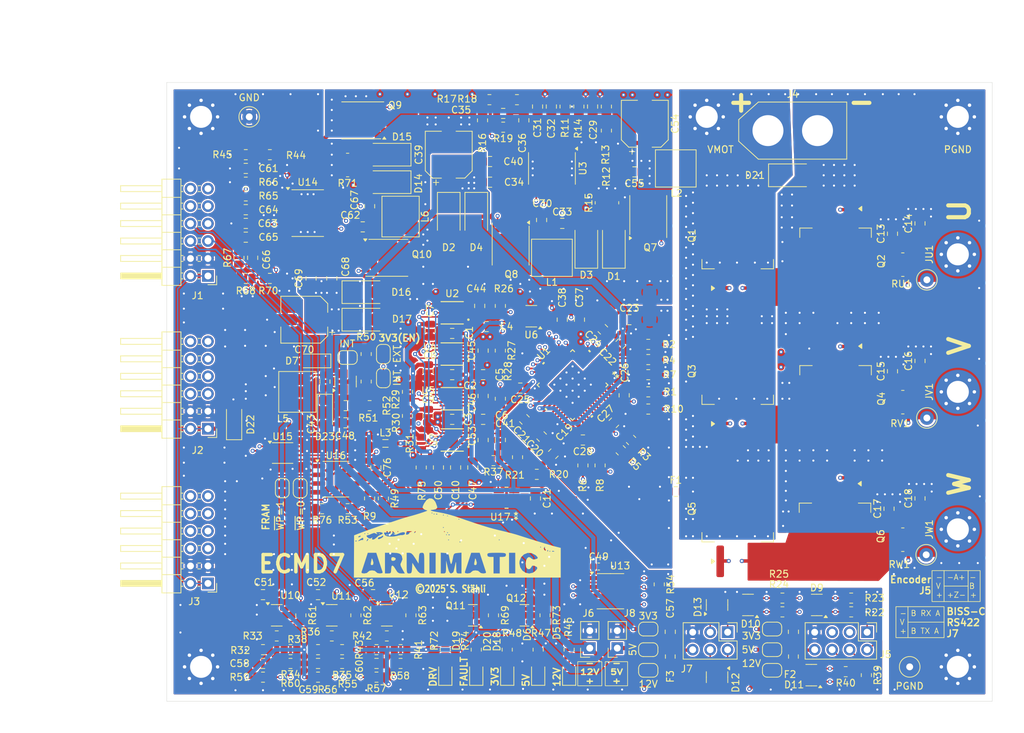
<source format=kicad_pcb>
(kicad_pcb (version 20241229) (generator "pcbnew") (generator_version "9.0")
  (title_block (title "ECMD7") (date "2025-11-04") (rev "1.0") (company "Stefan Stähli") (comment 4 "AISLER Project ID: QWGKPWKA"))
  (layers (0 "F.Cu" signal) (4 "In1.Cu" signal) (6 "In2.Cu" signal) (2 "B.Cu" signal) (13 "F.Paste" user) (15 "B.Paste" user) (5 "F.SilkS" user "F.Silkscreen") (7 "B.SilkS" user "B.Silkscreen") (1 "F.Mask" user) (3 "B.Mask" user) (25 "Edge.Cuts" user))
  (net 0 "")
  (net 1 "Net-(Q1-S)")
  (net 2 "Net-(JU1-Pin_1)")
  (net 3 "Net-(Q3-S)")
  (net 4 "Net-(JV1-Pin_1)")
  (net 5 "Net-(Q5-S)")
  (net 6 "Net-(JW1-Pin_1)")
  (net 7 "Net-(U1-VCP)")
  (net 8 "Net-(U1-CPO)")
  (net 9 "Net-(U1-CPI)")
  (net 10 "+12V")
  (net 11 "+5V")
  (net 12 "+3.3V")
  (net 13 "Net-(U1-USENSE)")
  (net 14 "Net-(U1-CU)")
  (net 15 "Net-(U1-CV)")
  (net 16 "Net-(U1-CW)")
  (net 17 "VSupply")
  (net 18 "/WH")
  (net 19 "/FAULT")
  (net 20 "/UH")
  (net 21 "/VL")
  (net 22 "/WL")
  (net 23 "/VH")
  (net 24 "/UL")
  (net 25 "/DRV_EN")
  (net 26 "ENC_Z")
  (net 28 "ENC_B")
  (net 29 "ENC_A")
  (net 30 "~{CS_AD}")
  (net 31 "~{CS_DRV}")
  (net 32 "/ADC+IO/~{CS_FRAM}")
  (net 33 "AD_SCK")
  (net 34 "AD_SDO_VBUS")
  (net 35 "AD_SDO_IV")
  (net 36 "AD_SDO_IW")
  (net 37 "AD_SDO_IU")
  (net 38 "VMot")
  (net 39 "Net-(D1-K)")
  (net 40 "Net-(D2-A)")
  (net 41 "Net-(Q1-G)")
  (net 42 "Net-(Q2-G)")
  (net 43 "Net-(Q3-G)")
  (net 44 "Net-(Q4-G)")
  (net 45 "Net-(Q5-G)")
  (net 46 "Net-(Q6-G)")
  (net 47 "Net-(Q7-G)")
  (net 48 "Net-(Q8-G)")
  (net 49 "Net-(U1-HSU)")
  (net 50 "Net-(U1-LSU)")
  (net 51 "Net-(U1-HSV)")
  (net 52 "Net-(U1-LSV)")
  (net 53 "Net-(U1-VSENSE)")
  (net 54 "Net-(U1-HSW)")
  (net 55 "Net-(U1-LSW)")
  (net 56 "Net-(U1-WSENSE)")
  (net 57 "Net-(U3-EN)")
  (net 58 "Net-(U3-UVLO)")
  (net 59 "Net-(U3-RT)")
  (net 60 "Net-(R16-Pad1)")
  (net 61 "Net-(U3-FB)")
  (net 62 "Net-(U3-COMP)")
  (net 63 "Net-(C35-Pad1)")
  (net 64 "Net-(C41-Pad1)")
  (net 65 "Net-(J5-Pin_8)")
  (net 66 "Net-(J7-Pin_6)")
  (net 67 "I_U")
  (net 68 "Net-(U2-AIN+)")
  (net 69 "I_V")
  (net 70 "Net-(U4-AIN+)")
  (net 71 "I_W")
  (net 72 "Net-(U5-AIN+)")
  (net 73 "Net-(U2-SDI)")
  (net 74 "Net-(U7-AIN+)")
  (net 76 "+1V8A")
  (net 77 "+5VA")
  (net 79 "Net-(U3-RAMP)")
  (net 80 "Net-(U3-VCC)")
  (net 81 "Net-(D1-A)")
  (net 82 "Net-(U3-SS)")
  (net 83 "Net-(U3-HB)")
  (net 85 "Net-(U1-V)")
  (net 86 "Net-(U1-W)")
  (net 87 "Net-(D7-K)")
  (net 88 "Net-(D23-K)")
  (net 89 "+3.3V_IO")
  (net 90 "Net-(JP1-A)")
  (net 91 "/ADC+IO/A_LS_P")
  (net 92 "Net-(U14-UVLO)")
  (net 93 "Net-(U14-VCC)")
  (net 94 "Net-(U9-FB)")
  (net 95 "Net-(U14-SS)")
  (net 96 "RS422_TX_A")
  (net 97 "RS422_TX_B")
  (net 98 "RS422_RX_B")
  (net 99 "RS422_RX_A")
  (net 100 "RS422_RX")
  (net 101 "RS422_TX")
  (net 102 "ENC_Z_P")
  (net 103 "ENC_A_P")
  (net 104 "ENC_B_N")
  (net 105 "ENC_A_N")
  (net 106 "ENC_B_P")
  (net 107 "ENC_Z_N")
  (net 108 "Net-(JP3-B)")
  (net 109 "Net-(JP5-A)")
  (net 110 "Net-(JP8-A)")
  (net 111 "Net-(U14-RAMP)")
  (net 112 "Net-(U14-FB)")
  (net 113 "Net-(C65-Pad1)")
  (net 114 "Net-(U14-COMP)")
  (net 115 "Net-(U14-HB)")
  (net 116 "Net-(D5-A)")
  (net 117 "Net-(D6-A)")
  (net 118 "/ADC+IO/A_LS_N")
  (net 119 "Net-(D16-A)")
  (net 120 "Net-(D18-A)")
  (net 121 "Net-(D19-A)")
  (net 122 "Net-(D19-K)")
  (net 123 "Net-(D20-K)")
  (net 124 "Net-(D20-A)")
  (net 125 "Net-(NTSU1-Pad2)")
  (net 126 "Net-(NTSV1-Pad1)")
  (net 127 "Net-(NTSW1-Pad1)")
  (net 128 "Net-(U1-U)")
  (net 129 "Net-(Q9-G)")
  (net 130 "Net-(Q10-G)")
  (net 131 "Net-(Q11-B)")
  (net 132 "Net-(Q12-B)")
  (net 133 "Net-(U14-EN)")
  (net 134 "Net-(U14-RT)")
  (net 136 "/ADC+IO/B_LS_P")
  (net 137 "/ADC+IO/Z_LS_P")
  (net 138 "/ADC+IO/B_LS_N")
  (net 139 "/ADC+IO/Z_LS_N")
  (net 140 "Net-(D14-K)")
  (net 141 "Net-(D14-A)")
  (net 142 "/ADC+IO/~{CS_TMP}")
  (net 143 "Net-(JP10-A)")
  (net 144 "GND")
  (net 145 "GNDA")
  (net 146 "+3.3VA")
  (net 147 "Net-(U7-AIN-)")
  (net 148 "VDrv")
  (net 149 "CS1")
  (net 150 "CS0")
  (net 152 "GNDMOT")
  (net 153 "GNDDRV")
  (net 154 "SPI_SDI")
  (net 155 "SPI_SDO")
  (net 156 "SPI_SCK")
  (footprint "Capacitor_SMD:C_0805_2012Metric" (layer "F.Cu") (at 83 83.5 90)
    (property "Reference" "C43")
    (property "Value" "100n")
  )
  (footprint "TestPoint:TestPoint_Loop_D2.50mm_Drill1.0mm" (layer "F.Cu") (at 170.5 68.7)
    (property "Reference" "TPU1" (hide yes))
    (property "Value" "U")
  )
  (footprint "Capacitor_SMD:C_0805_2012Metric" (layer "F.Cu") (at 107 54.5 180)
    (property "Reference" "C34")
    (property "Value" "470n")
  )
  (footprint "Resistor_SMD:R_0805_2012Metric" (layer "F.Cu") (at 130 80.3)
    (property "Reference" "R4")
    (property "Value" "0.47")
  )
  (footprint "Package_SO:Texas_PWP0020A" (layer "F.Cu") (at 116 52.5 -90)
    (property "Reference" "U3")
    (property "Value" "LM5118MH")
  )
  (footprint "Resistor_SMD:R_0805_2012Metric" (layer "F.Cu") (at 159.5 115 180)
    (property "Reference" "R23")
    (property "Value" "3.9k")
  )
  (footprint "Package_TO_SOT_SMD:SOT-23-3" (layer "F.Cu") (at 154.5 116 180)
    (property "Reference" "D9")
    (property "Value" "ESDA5V3L")
  )
  (footprint "Capacitor_SMD:C_0805_2012Metric" (layer "F.Cu") (at 106 85.6 90)
    (property "Reference" "C46")
    (property "Value" "2.2n")
  )
  (footprint "Resistor_SMD:R_0805_2012Metric" (layer "F.Cu") (at 76 120.5 180)
    (property "Reference" "R33")
    (property "Value" "330")
  )
  (footprint "Inductor_SMD:L_0805_2012Metric" (layer "F.Cu") (at 91.8 92.5)
    (property "Reference" "L3")
    (property "Value" "10u")
  )
  (footprint "Capacitor_SMD:C_0805_2012Metric" (layer "F.Cu") (at 111.9125 45.5 90)
    (property "Reference" "C36")
    (property "Value" "100p")
  )
  (footprint "Resistor_SMD:R_0805_2012Metric" (layer "F.Cu") (at 79.5 117.5 90)
    (property "Reference" "R61")
    (property "Value" "100k")
  )
  (footprint "NetTie:NetTie-2_SMD_Pad0.5mm" (layer "F.Cu") (at 167.8 109 90)
    (property "Reference" "NTSW1" (hide yes))
    (property "Value" "NetTie_2" (hide yes))
  )
  (footprint "Resistor_SMD:R_0805_2012Metric" (layer "F.Cu") (at 161.7 126.2 -90)
    (property "Reference" "R39")
    (property "Value" "3.9k")
  )
  (footprint "Resistor_SMD:R_0612_1632Metric" (layer "F.Cu") (at 167 106.5)
    (property "Reference" "RW1")
    (property "Value" "15m")
  )
  (footprint "Capacitor_SMD:C_0805_2012Metric" (layer "F.Cu") (at 99.5 96 -90)
    (property "Reference" "C50")
    (property "Value" "100n")
  )
  (footprint "Resistor_SMD:R_0805_2012Metric" (layer "F.Cu") (at 108.5 86 -90)
    (property "Reference" "R28")
    (property "Value" "10")
  )
  (footprint "Resistor_SMD:R_0805_2012Metric" (layer "F.Cu") (at 95 88.5 90)
    (property "Reference" "R30")
    (property "Value" "0")
  )
  (footprint "Resistor_SMD:R_0805_2012Metric" (layer "F.Cu") (at 89 79.5 -90)
    (property "Reference" "R50")
    (property "Value" "470")
  )
  (footprint "Capacitor_SMD:C_0805_2012Metric" (layer "F.Cu") (at 106.5 75.5)
    (property "Reference" "C4")
    (property "Value" "100n")
  )
  (footprint "Diode_SMD:D_0805_2012Metric" (layer "F.Cu") (at 105 126 90)
    (property "Reference" "D20")
    (property "Value" "FAULT")
  )
  (footprint "Resistor_SMD:R_0805_2012Metric" (layer "F.Cu") (at 130 85)
    (property "Reference" "R1")
    (property "Value" "0.47")
  )
  (footprint "Resistor_SMD:R_0805_2012Metric" (layer "F.Cu") (at 82 126.5)
    (property "Reference" "R56")
    (property "Value" "1.8k")
  )
  (footprint "MountingHole:MountingHole_3.2mm_M3_Pad_Via" (layer "F.Cu") (at 138.5 45)
    (property "Reference" "H5" (hide yes))
    (property "Value" "VMOT")
  )
  (footprint "Resistor_SMD:R_0805_2012Metric" (layer "F.Cu") (at 117.9125 43.5 -90)
    (property "Reference" "R11")
    (property "Value" "1M")
  )
  (footprint "Package_SO:SOIC-8_3.9x4.9mm_P1.27mm" (layer "F.Cu") (at 124.5 114)
    (property "Reference" "U13")
    (property "Value" "ADM3490ExR")
  )
  (footprint "Diode_SMD:D_SMA" (layer "F.Cu") (at 92 54.5 180)
    (property "Reference" "D14")
    (property "Value" "SK220ATR")
  )
  (footprint "Capacitor_SMD:C_0805_2012Metric" (layer "F.Cu") (at 151.1 119.9 90)
    (property "Reference" "C42" (hide yes))
    (property "Value" "100n")
  )
  (footprint "Resistor_SMD:R_0805_2012Metric" (layer "F.Cu") (at 115 117.5 90)
    (property "Reference" "R73")
    (property "Value" "4.7k")
  )
  (footprint "Resistor_SMD:R_0805_2012Metric" (layer "F.Cu") (at 108.5 79 -90)
    (property "Reference" "R27")
    (property "Value" "10")
  )
  (footprint "Resistor_SMD:R_0612_1632Metric" (layer "F.Cu") (at 86.3 52 180)
    (property "Reference" "R71")
    (property "Value" "15m")
  )
  (footprint "Capacitor_SMD:C_0805_2012Metric" (layer "F.Cu") (at 108.5 92 90)
    (property "Reference" "C41")
    (property "Value" "100n")
  )
  (footprint "Resistor_SMD:R_0805_2012Metric" (layer "F.Cu") (at 85.5 122.5 180)
    (property "Reference" "R35")
    (property "Value" "1.8k")
  )
  (footprint "Resistor_SMD:R_0805_2012Metric" (layer "F.Cu") (at 74 122.5 180)
    (property "Reference" "R32")
    (property "Value" "820")
  )
  (footprint "Capacitor_SMD:C_0805_2012Metric" (layer "F.Cu") (at 74 124.5 180)
    (property "Reference" "C58")
    (property "Value" "100n")
  )
  (footprint "Capacitor_SMD:C_0805_2012Metric" (layer "F.Cu") (at 101.5 76.5 180)
    (property "Reference" "C1")
    (property "Value" "100n")
  )
  (footprint "Resistor_SMD:R_0805_2012Metric" (layer "F.Cu") (at 108.5 72.5 90)
    (property "Reference" "R26")
    (property "Value" "10")
  )
  (footprint "Resistor_SMD:R_0805_2012Metric" (layer "F.Cu") (at 90.5 126.5 180)
    (property "Reference" "R57")
    (property "Value" "1.8k")
  )
  (footprint "Capacitor_SMD:C_0805_2012Metric" (layer "F.Cu") (at 106 92 90)
    (property "Reference" "C53")
    (property "Value" "10n")
  )
  (footprint "Resistor_SMD:R_0805_2012Metric" (layer "F.Cu") (at 100.5 122.5 90)
    (property "Reference" "R72")
    (property "Value" "330")
  )
  (footprint "LOGO" (layer "F.Cu") (at 102.25 104.5)
    (property "Reference" "Logo" (hide yes))
    (property "Value" "LOGO" (hide yes))
  )
  (footprint "Capacitor_SMD:C_0805_2012Metric" (layer "F.Cu") (at 106 82.5)
    (property "Reference" "C5")
    (property "Value" "100n")
  )
  (footprint "Connector_PinHeader_2.54mm:PinHeader_2x06_P2.54mm_Horizontal" (layer "F.Cu") (at 66 112.86 180)
    (property "Reference" "J3")
    (property "Value" "PMOD_DRV")
  )
  (footprint "Resistor_SMD:R_0805_2012Metric" (layer "F.Cu") (at 123.9125 43.5 90)
    (property "Reference" "R13")
    (property "Value" "15k")
  )
  (footprint "Capacitor_SMD:C_0805_2012Metric" (layer "F.Cu") (at 90.5 124.5 180)
    (property "Reference" "C60")
    (property "Value" "100n")
  )
  (footprint "Jumper:SolderJumper-2_P1.3mm_Open_RoundedPad1.0x1.5mm" (layer "F.Cu") (at 79.4 99 90)
    (property "Reference" "JP12" (hide yes))
    (property "Value" "~{WP}=0")
  )
  (footprint "Connector_PinHeader_2.54mm:PinHeader_2x03_P2.54mm_Vertical" (layer "F.Cu") (at 141.54 119.96 -90)
    (property "Reference" "J7")
    (property "Value" "RS422/BISS-C")
  )
  (footprint "Capacitor_SMD:C_0805_2012Metric" (layer "F.Cu") (at 126.5 85.5 90)
    (property "Reference" "C26")
    (property "Value" "1u/25V")
  )
  (footprint "Package_TO_SOT_SMD:TO-263-2" (layer "F.Cu") (at 157.225 86 -90)
    (property "Reference" "Q4")
    (property "Value" "IRFS3806")
  )
  (footprint "Package_TO_SOT_SMD:TDSON-8-1" (layer "F.Cu") (at 110 63.5 -90)
    (property "Reference" "Q8")
    (property "Value" "BSC098N10NS5")
  )
  (footprint "Capacitor_SMD:C_0805_2012Metric" (layer "F.Cu") (at 98.3 76.1 -90)
    (property "Reference" "C7")
    (property "Value" "100n")
  )
  (footprint "Inductor_SMD:L_TechFuse_SL0530" (layer "F.Cu") (at 94 59.5 -90)
    (property "Reference" "L6")
    (property "Value" "10u")
  )
  (footprint "Resistor_SMD:R_0805_2012Metric" (layer "F.Cu") (at 130 82.5)
    (property "Reference" "R7")
    (property "Value" "0.47")
  )
  (footprint "Capacitor_SMD:C_0805_2012Metric" (layer "F.Cu") (at 116.2 94 45)
    (property "Reference" "C19")
    (property "Value" "100n")
  )
  (footprint "Jumper:SolderJumper-2_P1.3mm_Open_RoundedPad1.0x1.5mm" (layer "F.Cu") (at 148 119.5 180)
    (property "Reference" "JP4" (hide yes))
    (property "Value" "3V3")
  )
  (footprint "Diode_SMD:D_0805_2012Metric" (layer "F.Cu") (at 114 126 90)
    (property "Reference" "D6")
    (property "Value" "5V")
  )
  (footprint "Resistor_SMD:R_0805_2012Metric" (layer "F.Cu") (at 158.7 125.7 180)
    (property "Reference" "R40")
    (property "Value" "3.9k")
  )
  (footprint "Capacitor_SMD:C_0805_2012Metric" (layer "F.Cu") (at 71.5 58.5 180)
    (property "Reference" "C64")
    (property "Value" "100n")
  )
  (footprint "Capacitor_SMD:C_0805_2012Metric" (layer "F.Cu") (at 74 114.5 180)
    (property "Reference" "C51")
    (property "Value" "100n")
  )
  (footprint "Diode_SMD:D_SMA" (layer "F.Cu") (at 105 59.5 -90)
    (property "Reference" "D4")
    (property "Value" "SK220ATR")
  )
  (footprint "NetTie:NetTie-2_SMD_Pad0.5mm" (layer "F.Cu") (at 144.2 69.9 180)
    (property "Reference" "NTPU1" (hide yes))
    (property "Value" "NetTie_2" (hide yes))
  )
  (footprint "Capacitor_SMD:C_0805_2012Metric" (layer "F.Cu") (at 71.5 52.5 180)
    (property "Reference" "C61")
    (property "Value" "100n")
  )
  (footprint "Capacitor_SMD:C_0805_2012Metric" (layer "F.Cu") (at 101.5 82.5 180)
    (property "Reference" "C2")
    (property "Value" "100n")
  )
  (footprint "SSTA:TDFN10_MN_MCH" (layer "F.Cu") (at 101.5 86 180)
    (property "Reference" "U5")
    (property "Value" "MCP33151-05T-E/MN")
  )
  (footprint "Package_TO_SOT_SMD:SOT-23" (layer "F.Cu") (at 104.5 117.5 180)
    (property "Reference" "Q11")
    (property "Value" "MMBT3904")
  )
  (footprint "MountingHole:MountingHole_3.2mm_M3_Pad_Via" (layer "F.Cu") (at 65 45)
    (property "Reference" "H1" (hide yes))
    (property "Value" "GND")
  )
  (footprint "Resistor_SMD:R_0805_2012Metric" (layer "F.Cu") (at 94 124.5)
    (property "Reference" "R58")
    (property "Value" "820")
  )
  (footprint "Package_TO_SOT_SMD:SOT-23-6" (layer "F.Cu") (at 86 83.5 90)
    (property "Reference" "U9" (hide yes))
    (property "Value" "LT1616ES6#TRPBF")
  )
  (footprint "Resistor_SMD:R_0805_2012Metric" (layer "F.Cu") (at 119.9125 43.5 90)
    (property "Reference" "R14")
    (property "Value" "18k")
  )
  (footprint "Resistor_SMD:R_0612_1632Metric" (layer "F.Cu") (at 124 57.5 90)
    (property "Reference" "R15")
    (property "Value" "15m")
  )
  (footprint "Diode_SMD:D_SMA" (layer "F.Cu") (at 121 63.5 90)
    (property "Reference" "D3")
    (property "Value" "SK220ATR")
  )
  (footprint "Inductor_SMD:L_TechFuse_SL0530" (layer "F.Cu") (at 79 85 -90)
    (property "Reference" "L5")
    (property "Value" "10u")
  )
  (footprint "Capacitor_SMD:C_0805_2012Metric" (layer "F.Cu") (at 102 96 -90)
    (property "Reference" "C10")
    (property "Value" "100n")
  )
  (footprint "Capacitor_SMD:C_0805_2012Metric" (layer "F.Cu") (at 127.25 74.5)
    (property "Reference" "C23")
    (property "Value" "4.7u/25V")
  )
  (footprint "MountingHole:MountingHole_3.2mm_M3_Pad_Via" (layer "F.Cu") (at 175 85 90)
    (property "Reference" "JV1")
    (property "Value" "Phase V")
  )
  (footprint "Inductor_SMD:L_TechFuse_SL0530" (layer "F.Cu") (at 134 52.5 180)
    (property "Reference" "L2")
    (property "Value" "10u")
  )
  (footprint "Resistor_SMD:R_0805_2012Metric" (layer "F.Cu") (at 71.5 68.5)
    (property "Reference" "R68")
    (property "Value" "1k")
  )
  (footprint "MountingHole:MountingHole_3.2mm_M3_Pad_Via" (layer "F.Cu") (at 175 105 90)
    (property "Reference" "JW1")
    (property "Value" "Phase W")
  )
  (footprint "Package_TO_SOT_SMD:TDSON-8-1" (layer "F.Cu") (at 88.5 45.5 180)
    (property "Reference" "Q9")
    (property "Value" "BSC098N10NS5")
  )
  (footprint "Capacitor_SMD:C_0805_2012Metric" (layer "F.Cu") (at 165.5 82 90)
    (property "Reference" "C15")
    (property "Value" "1n")
  )
  (footprint "Package_SO:SSOP-8_2.95x2.8mm_P0.65mm" (layer "F.Cu") (at 76.85 93.9)
    (property "Reference" "U15")
    (property "Value" "74LVC1G139")
  )
  (footprint "SSTA:DBV6" (layer "F.Cu") (at 109.4 100.4 180)
    (property "Reference" "U17")
    (property "Value" "TMP122AIDBVR")
  )
  (footprint "NetTie:NetTie-2_SMD_Pad0.5mm" (layer "F.Cu") (at 144.2 89.6 180)
    (property "Reference" "NTPV1" (hide yes))
    (property "Value" "NetTie_2" (hide yes))
  )
  (footprint "Resistor_SMD:R_0805_2012Metric" (layer "F.Cu") (at 107.5 117.5 90)
    (property "Reference" "R69")
    (property "Value" "4.7k")
  )
  (footprint "Connector_PinSocket_2.54mm:PinSocket_1x02_P2.54mm_Vertical" (layer "F.Cu") (at 125.5 122.275 180)
    (property "Reference" "J8")
    (property "Value" "5V")
  )
  (footprint "Connector_PinHeader_2.54mm:PinHeader_2x06_P2.54mm_Horizontal" (layer "F.Cu") (at 66 68.14 180)
    (property "Reference" "J1")
    (property "Value" "PMOD_SPI_ENC")
  )
  (footprint "TestPoint:TestPoint_Loop_D2.50mm_Drill1.0mm" (layer "F.Cu") (at 170.5 88.8)
    (property "Reference" "TPV1" (hide yes))
    (property "Value" "V")
  )
  (footprint "Capacitor_SMD:C_0805_2012Metric" (layer "F.Cu") (at 165 102 90)
    (property "Reference" "C17")
    (property "Value" "1n")
  )
  (footprint "Package_TO_SOT_SMD:TO-263-2" (layer "F.Cu") (at 157.225 66 -90)
    (property "Reference" "Q2")
    (property "Value" "IRFS3806")
  )
  (footprint "Package_TO_SOT_SMD:TDSON-8-1" (layer "F.Cu") (at 92 65.5)
    (property "Reference" "Q10")
    (property "Value" "BSC098N10NS5")
  )
  (footprint "TestPoint:TestPoint_Loop_D2.50mm_Drill1.0mm" (layer "F.Cu") (at 170.4 108.7)
    (property "Reference" "TPW1" (hide yes))
    (property "Value" "W")
  )
  (footprint "Resistor_SMD:R_0805_2012Metric" (layer "F.Cu") (at 74 126.5)
    (property "Reference" "R59")
    (property "Value" "1.8k")
  )
  (footprint "Resistor_SMD:R_0805_2012Metric" (layer "F.Cu") (at 130 87.5)
    (property "Reference" "R10")
    (property "Value" "10")
  )
  (footprint "Capacitor_SMD:C_0805_2012Metric" (layer "F.Cu") (at 169.5 60.5 90)
    (property "Reference" "C14")
    (property "Value" "1n")
  )
  (footprint "Capacitor_SMD:C_0805_2012Metric" (layer "F.Cu") (at 169.5 100.5 90)
    (property "Reference" "C18")
    (property "Value" "1n")
  )
  (footprint "Diode_SMD:D_SMA" (layer "F.Cu") (at 125 63.5 90)
    (property "Reference" "D1")
    (property "Value" "SK220ATR")
  )
  (footprint "Resistor_SMD:R_0805_2012Metric" (layer "F.Cu") (at 113.8 97 180)
    (property "Reference" "R20")
    (property "Value" "10k")
  )
  (footprint "Inductor_SMD:L_TechFuse_SL0530" (layer "F.Cu") (at 116 65.5 180)
    (property "Reference" "L1")
    (property "Value" "10u")
  )
  (footprint "NetTie:NetTie-2_SMD_Pad0.5mm" (layer "F.Cu") (at 112.8 93.2 45)
    (property "Reference" "NTP2G3" (hide yes))
    (property "Value" "NetTie_2" (hide yes))
  )
  (footprint "Capacitor_SMD:C_0805_2012Metric" (layer "F.Cu") (at 98 88.5 -90)
    (property "Reference" "C9")
    (property "Value" "100n")
  )
  (footprint "Resistor_SMD:R_0805_2012Metric" (layer "F.Cu") (at 87.5 117.5 90)
    (property "Reference" "R62")
    (property "Value" "100k")
  )
  (footprint "Resistor_SMD:R_0805_2012Metric" (layer "F.Cu") (at 159.5 117 180)
    (property "Reference" "R22")
    (property "Value" "3.9k")
  )
  (footprint "Fuse:Fuse_0805_2012Metric" (layer "F.Cu") (at 133.2 123.5 -90)
    (property "Reference" "F3")
    (property "Value" "Polyfuse")
  )
  (footprint "Resistor_SMD:R_0805_2012Metric" (layer "F.Cu") (at 85.5 124.5)
    (property "Reference" "R55")
    (property "Value" "820")
  )
  (footprint "Capacitor_SMD:C_0805_2012Metric" (layer "F.Cu") (at 82 114.5 180)
    (property "Reference" "C52")
    (property "Value" "100n")
  )
  (footprint "Capacitor_SMD:CP_Elec_6.3x9.9" (layer "F.Cu") (at 101 50.5 90)
    (property "Reference" "C39")
    (property "Value" "330u")
  )
  (footprint "Resistor_SMD:R_0805_2012Metric" (layer "F.Cu") (at 82 122.5 180)
    (property "Reference" "R38")
    (property "Value" "820")
  )
  (footprint "Jumper:SolderJumper-2_P1.3mm_Open_RoundedPad1.0x1.5mm" (layer "F.Cu") (at 130 125.5 180)
    (property "Reference" "JP5" (hide yes))
    (property "Value" "12V")
  )
  (footprint "Resistor_SMD:R_0805_2012Metric" (layer "F.Cu") (at 78 124.5)
    (property "Reference" "R60")
    (property "Value" "820")
  )
  (footprint "Package_TO_SOT_SMD:TO-263-2" (layer "F.Cu") (at 143 102 90)
    (property "Reference" "Q5")
    (property "Value" "IRFS3806")
  )
  (footprint "Capacitor_SMD:C_0805_2012Metric" (layer "F.Cu") (at 120 74.5 -90)
    (property "Reference" "C37")
    (property "Value" "1u/25V")
  )
  (footprint "Capacitor_SMD:C_0805_2012Metric" (layer "F.Cu") (at 123.4 75.9 135)
    (property "Reference" "C24")
    (property "Value" "2.2u/25V")
  )
  (footprint "Capacitor_SMD:C_0805_2012Metric" (layer "F.Cu") (at 165.5 62 90)
    (property "Reference" "C13")
    (property "Value" "1n")
  )
  (footprint "Diode_SMD:D_SMA" (layer "F.Cu") (at 92 50.5 180)
    (property "Reference" "D15")
    (property "Value" "SK220ATR")
  )
  (footprint "Capacitor_SMD:CP_Elec_6.3x9.9" (layer "F.Cu") (at 80 74.5 180)
    (property "Reference" "C70")
    (property "Value" "330u")
  )
  (footprint "Fuse:Fuse_0805_2012Metric" (layer "F.Cu") (at 134 99.5)
    (property "Reference" "F1")
    (property "Value" "Polyfuse")
  )
  (footprint "Package_TO_SOT_SMD:SOT-23-5" (layer "F.Cu") (at 113 74 180)
    (property "Reference" "U6")
    (property "Value" "TLV71318PDBV")
  )
  (footprint "Package_TO_SOT_SMD:SOT-23-3" (layer "F.Cu") (at 144.5 116 180)
    (property "Reference" "D10")
    (property "Value" "ESDA5V3L")
  )
  (footprint "Package_TO_SOT_SMD:TO-263-2" (layer "F.Cu") (at 143 62.275 90)
    (property "Reference" "Q1")
    (property "Value" "IRFS3806")
  )
  (footprint "Resistor_SMD:R_0805_2012Metric" (layer "F.Cu") (at 105 122.5 90)
    (property "Reference" "R74")
    (property "Value" "330")
  )
  (footprint "Package_SO:Texas_PWP0020A" (layer "F.Cu") (at 80.5 59)
    (property "Reference" "U14")
    (property "Value" "LM5118MH")
  )
  (footprint "Resistor_SMD:R_0805_2012Metric" (layer "F.Cu") (at 109.5 122.5 90)
    (property "Reference" "R48")
    (property "Value" "470")
  )
  (footprint "Capacitor_SMD:C_0805_2012Metric" (layer "F.Cu") (at 113.9125 43.5 90)
    (property "Reference" "C31")
    (property "Value" "100n")
  )
  (footprint "Resistor_SMD:R_0612_1632Metric" (layer "F.Cu") (at 167 66.5)
    (property "Reference" "RU1")
    (property "Value" "15m")
  )
  (footprint "Diode_SMD:D_SMA" (layer "F.Cu") (at 89 70.5)
    (property "Reference" "D16")
    (property "Value" "SK220ATR")
  )
  (footprint "Resistor_SMD:R_0805_2012Metric" (layer "F.Cu") (at 107.5 95 180)
    (property "Reference" "R37")
    (property "Value" "7.5k")
  )
  (footprint "Resistor_SMD:R_0805_2012Metric" (layer "F.Cu") (at 95 85 90)
    (property "Reference" "R29")
    (property "Value" "0")
  )
  (footprint "Package_TO_SOT_SMD:SOT-23-5" (layer "F.Cu") (at 76 117.5)
    (property "Reference" "U10")
    (property "Value" "FIN1002M5X")
  )
  (footprint "Diode_SMD:D_0805_2012Metric" (layer "F.Cu") (at 109.5 126 90)
    (property "Reference" "D18")
    (property "Value" "3.3V")
  )
  (footprint "Resistor_SMD:R_0805_2012Metric" (layer "F.Cu") (at 111 94.5 90)
    (property "Reference" "R21")
    (property "Value" "820")
  )
  (footprint "Resistor_SMD:R_0805_2012Metric" (layer "F.Cu") (at 75 68.5)
    (property "Reference" "R70")
    (property "Value" "3k")
  )
  (footprint "Connector_AMASS:AMASS_XT60-M_1x02_P7.20mm_Vertical" (layer "F.Cu") (at 147.4 47)
    (property "Reference" "J4")
    (property "Value" "Conn_01x02_Socket")
  )
  (footprint "Capacitor_SMD:C_0805_2012Metric" (layer "F.Cu") (at 108.9125 44.5)
    (property "Reference" "C35")
    (property "Value" "8.2n")
  )
  (footprint "Capacitor_SMD:C_0805_2012Metric" (layer "F.Cu") (at 101.5 89 180)
    (property "Reference" "C3")
    (property "Value" "100n")
  )
  (footprint "Resistor_SMD:R_0805_2012Metric" (layer "F.Cu") (at 94 122.5 180)
    (property "Reference" "R41")
    (property "Value" "1.8k")
  )
  (footprint "Jumper:SolderJumper-2_P1.3mm_Open_RoundedPad1.0x1.5mm" (layer "F.Cu") (at 91.5 79.5 -90)
    (property "Reference" "JP8" (hide yes))
    (property "Value" "EXT")
  )
  (footprint "Capacitor_SMD:C_0805_2012Metric" (layer "F.Cu") (at 121.9125 43.5 90)
    (property "Reference" "C29")
    (property "Value" "100n")
  )
  (footprint "Jumper:SolderJumper-2_P1.3mm_Open_RoundedPad1.0x1.5mm" (layer "F.Cu") (at 86.3 80)
    (property "Reference" "JP3" (hide yes))
    (property "Value" "INT")
  )
  (footprint "NetTie:NetTie-2_SMD_Pad0.5mm" (layer "F.Cu") (at 116 72.3 -90)
    (property "Reference" "NTP2G2" (hide yes))
    (property "Value" "NetTie_2" (hide yes))
  )
  (footprint "Resistor_SMD:R_0805_2012Metric" (layer "F.Cu") (at 71.5 56.5)
    (property "Reference" "R65")
    (property "Value" "1M")
  )
  (footprint "Capacitor_SMD:C_0805_2012Metric" (layer "F.Cu") (at 133.2 119.9 90)
    (property "Reference" "C57")
    (property "Value" "100n")
  )
  (footprint "Resistor_SMD:R_0805_2012Metric" (layer "F.Cu") (at 97 92.5 90)
    (property "Reference" "R31")
    (property "Value" "470")
  )
  (footprint "Package_TO_SOT_SMD:SOT-23-3" (layer "F.Cu") (at 153.7 126.2 180)
    (property "Reference" "D11")
    (property "Value" "ESDA5V3L")
  )
  (footprint "Resistor_SMD:R_0805_2012Metric" (layer "F.Cu") (at 105.9125 45.5 -90)
    (property "Reference" "R16")
    (property "Value" "470")
  )
  (footprint "Package_TO_SOT_SMD:SOT-23" (layer "F.Cu") (at 112 117.5 180)
    (property "Reference" "Q12")
    (property "Value" "MMBT3904")
  )
  (footprint "MountingHole:MountingHole_3.2mm_M3_Pad_Via" (layer "F.Cu") (at 175 65 90)
    (property "Reference" "JU1")
    (property "Value" "Phase U")
  )
  (footprint "Resistor_SMD:R_0805_2012Metric" (layer "F.Cu") (at 86 87 180)
    (property "Reference" "R51")
    (property "Value" "10k")
  )
  (footprint "Resistor_SMD:R_0805_2012Metric" (layer "F.Cu") (at 91.5 100.5 -90)
    (property "Reference" "R49")
    (property "Value" "330")
  )
  (footprint "Capacitor_SMD:C_0805_2012Metric" (layer "F.Cu") (at 71.5 60.5 180)
    (property "Reference" "C63")
    (property "Value" "100n")
  )
  (footprint "Jumper:SolderJumper-2_P1.3mm_Open_RoundedPad1.0x1.5mm" (layer "F.Cu") (at 91.5 83 90)
    (property "Reference" "JP9" (hide yes))
    (property "Value" "INT")
  )
  (footprint "Diode_SMD:D_SMA" (layer "F.Cu") (at 151 53.5)
    (property "Reference" "D21")
    (property "Value" "SMAJ60A")
  )
  (footprint "Resistor_SMD:R_0805_2012Metric" (layer "F.Cu") (at 126 93.5 -45)
    (property "Reference" "R5")
    (property "Value" "10")
  )
  (footprint "Capacitor_SMD:C_0805_2012Metric" (layer "F.Cu") (at 88.5 61)
    (property "Reference" "C62")
    (property "Value" "100n")
  )
  (footprint "Resistor_SMD:R_0612_1632Metric" (layer "F.Cu") (at 167 86.5)
    (property "Reference" "RV1")
    (property "Value" "15m")
  )
  (footprint "Capacitor_SMD:C_0805_2012Metric" (layer "F.Cu") (at 71.5 62.5)
    (property "Reference" "C65")
    (property "Value" "6.8n")
  )
  (footprint "Connector_PinHeader_2.54mm:PinHeader_2x04_P2.54mm_Vertical" (layer "F.Cu") (at 161.81 119.96 -90)
    (property "Reference" "J5")
    (property "Value" "Encoder")
  )
  (footprint "Resistor_SMD:R_0805_2012Metric" (layer "F.Cu") (at 70.5 65.5 90)
    (property "Reference" "R67")
    (property "Value" "15k")
  )
  (footprint "Jumper:SolderJumper-2_P1.3mm_Bridged_RoundedPad1.0x1.5mm" (layer "F.Cu") (at 130 122.5 180)
    (property "Reference" "JP6" (hide yes))
    (property "Value" "5V")
  )
  (footprint "Jumper:SolderJumper-2_P1.3mm_Open_RoundedPad1.0x1.5mm" (layer "F.Cu") (at 130 119.5 180)
    (property "Reference" "JP7" (hide yes))
    (property "Value" "3V3")
  )
  (footprint "Diode_SMD:D_0805_2012Metric" (layer "F.Cu") (at 118.5 126 90)
    (property "Reference" "D5")
    (property "Value" "12V")
  )
  (footprint "Resistor_SMD:R_0805_2012Metric" (layer "F.Cu") (at 71.5 50.5 180)
    (property "Reference" "R45")
    (property "Value" "15k")
  )
  (footprint "NetTie:NetTie-2_SMD_Pad0.5mm" (layer "F.Cu") (at 167.8 89 90)
    (property "Reference" "NTSV1" (hide yes))
    (property "Value" "NetTie_2" (hide yes))
  )
  (footprint "Resistor_SMD:R_0805_2012Metric" (layer "F.Cu") (at 89.5 87)
    (property "Reference" "R52")
    (property "Value" "16k")
  )
  (footprint "Resistor_SMD:R_0805_2012Metric" (layer "F.Cu") (at 71.5 54.5 180)
    (property "Reference" "R66")
    (property "Value" "18k")
  )
  (footprint "Capacitor_SMD:C_0805_2012Metric" (layer "F.Cu") (at 112 89 135)
    (property "Reference" "C21")
    (property "Value" "22n")
  )
  (footprint "NetTie:NetTie-2_SMD_Pad2.0mm" (layer "F.Cu") (at 151.9 80.3 180)
    (property "Reference" "NTP2G4" (hide yes))
    (property "Value" "NetTie_2" (hide yes))
  )
  (footprint "Capacitor_SMD:C_0805_2012Metric" (layer "F.Cu") (at 125 89.5 45)
    (property "Reference" "C27")
    (property "Value" "1u/25V")
  )
  (footprint "Package_TO_SOT_SMD:TO-263-2" (layer "F.Cu") (at 143 82 90)
    (property "Reference" "Q3")
    (property "Value" "IRFS3806")
  )
  (footprint "Capacitor_SMD:C_0603_1608Metric" (layer "F.Cu") (at 122.8 110.4)
    (property "Reference" "C49")
    (property "Value" "100n")
  )
  (footprint "MountingHole:MountingHole_3.2mm_M3_Pad_Via" (layer "F.Cu") (at 65 125)
    (property "Reference" "H2" (hide yes))
    (property "Value" "GND")
  )
  (footprint "Capacitor_SMD:C_0805_2012Metric" (layer "F.Cu") (at 126 78 45)
    (property "Reference" "C22")
    (property "Value" "100n")
  )
  (footprint "Resistor_SMD:R_0805_2012Metric" (layer "F.Cu") (at 106.9125 42.5 180)
    (property "Reference" "R17")
    (property "Value" "8.2k")
  )
  (footprint "Capacitor_SMD:C_0805_2012Metric" (layer "F.Cu") (at 120.5 92 180)
    (property "Reference" "C28")
    (property "Value" "1u/25V")
  )
  (footprint "Capacitor_SMD:C_0805_2012Metric" (layer "F.Cu") (at 80.99 68.5 -90)
    (property "Reference" "C69")
    (property "Value" "470n")
  )
  (footprint "Jumper:SolderJumper-2_P1.3mm_Bridged_RoundedPad1.0x1.5mm" (layer "F.Cu") (at 76.8 99 -90)
    (property "Reference" "JP10" (hide yes))
    (property "Value" "~{WP}=1")
  )
  (footprint "Capacitor_SMD:C_0805_2012Metric" (layer "F.Cu") (at 86 89.5)
    (property "Reference" "C48")
    (property "Value" "1u/25V")
  )
  (footprint "Resistor_SMD:R_0805_2012Metric" (layer "F.Cu") (at 110.9125 42.5 180)
    (property "Reference" "R18")
    (property "Value" "1k")
  )
  (footprint "Diode_SMD:D_MiniMELF" (layer "F.Cu") (at 83 88 -90)
    (property "Reference" "D23")
    (property "Value" "LL4148")
  )
  (footprint "Resistor_SMD:R_0805_2012Metric" (layer "F.Cu") (at 130 78.1)
    (property "Reference" "R2")
    (property "Value" "0.47")
  )
  (footprint "Capacitor_SMD:C_0805_2012Metric" (layer "F.Cu") (at 89.5 58 90)
    (property "Reference" "C67")
    (property "Value" "100n")
  )
  (footprint "Package_TO_SOT_SMD:TDSON-8-1" (layer "F.Cu") (at 130 59.5 90)
    (property "Reference" "Q7")
    (property "Value" "BSC098N10NS5")
  )
  (footprint "Capacitor_SMD:C_0805_2012Metric" (layer "F.Cu") (at 115.9125 43.5 90)
    (property "Reference" "C32")
    (property "Value" "100n")
  )
  (footprint "TestPoint:TestPoint_Loop_D2.50mm_Drill1.0mm" (layer "F.Cu") (at 168 125)
    (property "Reference" "TP2" (hide yes))
    (property "Value" "PGND")
  )
  (footprint "Resistor_SMD:R_0805_2012Metric" (layer "F.Cu") (at 90.5 122.5 180)
    (property "Reference" "R43")
    (property "Value" "820")
  )
  (footprint "NetTie:NetTie-2_SMD_Pad0.5mm" (layer "F.Cu") (at 144.1 109.6 180)
    (property "Reference" "NTPW1" (hide yes))
    (property "Value" "NetTie_2" (hide yes))
  )
  (footprint "Capacitor_SMD:C_0805_2012Metric" (layer "F.Cu") (at 114.5 91.5 135)
    (property "Reference" "C20")
    (property "Value" "100n")
  )
  (footprint "Resistor_SMD:R_0805_2012Metric" (layer "F.Cu") (at 118.5 122.5 90)
    (property "Reference" "R46")
    (property "Value" "4.7k")
  )
  (footprint "Jumper:SolderJumper-2_P1.3mm_Bridged_RoundedPad1.0x1.5mm" (layer "F.Cu") (at 148 122.5 180)
    (property "Reference" "JP2" (hide yes))
    (property "Value" "5V")
  )
  (footprint "Jumper:SolderJumper-2_P1.3mm_Open_RoundedPad1.0x1.5mm" (layer "F.Cu") (at 148 125.5 180)
    (property "Reference" "JP1" (hide yes))
    (property "Value" "12V")
  )
  (footprint "Capacitor_SMD:C_0805_2012Metric" (layer "F.Cu") (at 114.5 60 -90)
    (property "Reference" "C30")
    (property "Value" "100n")
  )
  (footprint "Resistor_SMD:R_0805_2012Metric" (layer "F.Cu") (at 127.5 92 -45)
    (property "Reference" "R3")
    (property "Value" "0.47")
  )
  (footprint "MountingHole:MountingHole_3.2mm_M3_Pad_Via" (layer "F.Cu") (at 175 45)
    (property "Reference" "H3" (hide yes))
    (property "Value" "PGND")
  )
  (footprint "Capacitor_SMD:C_0805_2012Metric" (layer "F.Cu") (at 90 114.5 180)
    (property "Reference" "C56")
    (property "Value" "100n")
  )
  (footprint "Resistor_SMD:R_0805_2012Metric" (layer "F.Cu") (at 86.3 102 180)
    (property "Reference" "R53")
    (property "Value" "330")
  )
  (footprint "Capacitor_SMD:C_0805_2012Metric" (layer "F.Cu") (at 90.4 96 -90)
    (property "Reference" "C76")
    (property "Value" "100n")
  )
  (footprint "Capacitor_SMD:C_0805_2012Metric" (layer "F.Cu") (at 117.5 74.5 -90)
    (property "Reference" "C38")
    (property "Value" "100n")
  )
  (footprint "Fuse:Fuse_0805_2012Metric" (layer "F.Cu") (at 151.1 123.5 -90)
    (property "Reference" "F2")
    (property "Value" "Polyfuse")
  )
  (footprint "Resistor_SMD:R_0805_2012Metric" (layer "F.Cu") (at 89.5 100.5 90)
    (property "Reference" "R9")
    (property "Value" "330")
  )
  (footprint "Resistor_SMD:R_0805_2012Metric" (layer "F.Cu") (at 149.5 115 180)
    (property "Reference" "R25")
    (property "Value" "3.9k")
  )
  (footprint "Resistor_SMD:R_0805_2012Metric" (layer "F.Cu") (at 75 50.5 180)
    (property "Reference" "R44")
    (property "Value" "62k")
  )
  (footprint "Capacitor_SMD:C_0805_2012Metric" (layer "F.Cu") (at 72.5 65.5 90)
    (property "Reference" "C66")
    (property "Value" "220p")
  )
  (footprint "Resistor_SMD:R_0805_2012Metric" (layer "F.Cu") (at 82.6 102 180)
    (property "Reference" "R76")
    (property "Value" "330")
  )
  (footprint "Capacitor_SMD:C_0805_2012Metric" (layer "F.Cu") (at 106 89)
    (property "Reference" "C6")
    (property "Value" "100n")
  )
  (footprint "Resistor_SMD:R_0805_2012Metric" (layer "F.Cu") (at 123.9125 47 90)
    (property "Reference" "R12")
    (property "Value" "62k")
  )
  (footprint "SSTA:TDFN10_MN_MCH" (layer "F.Cu") (at 101.5 73.5 180)
    (property "Reference" "U2")
    (property "Value" "MCP33151-05T-E/MN")
  )
  (footprint "Capacitor_SMD:CP_Elec_6.3x9.9" (layer "F.Cu") (at 129.5 46 90)
    (property "Reference" "C54")
    (property "Value" "22u")
  )
  (footprint "Capacitor_SMD:C_0805_2012Metric" (layer "F.Cu") (at 98 82 -90)
    (property "Reference" "C8")
    (property "Value" "100n")
  )
  (footprint "Package_TO_SOT_SMD:SOT-23-5" (layer "F.Cu") (at 92 117.5)
    (property "Reference" "U12")
    (property "Value" "FIN1002M5X")
  )
  (footprint "Capacitor_SMD:C_0805_2012Metric" (layer "F.Cu") (at 117.5 60.5)
    (property "Reference" "C33")
    (property "Value" "100n")
  )
  (footprint "Resistor_SMD:R_0805_2012Metric" (layer "F.Cu") (at 120.5 95.7 -90)
    (property "Reference" "R6")
    (property "Value" "0.47")
  )
  (footprint "Package_TO_SOT_SMD:SOT-23-3" (layer "F.Cu") (at 140 126.5 -90)
    (property "Reference" "D12")
    (property "Value" "ESDA5V3L")
  )
  (footprint "Resistor_SMD:R_0805_2012Metric" (layer "F.Cu") (at 92 120.5 180)
    (property "Reference" "R42")
    (property "Value" "330")
  )
  (footprint "Capacitor_SMD:C_0805_2012Metric" (layer "F.Cu") (at 128 53 180)
    (property "Reference" "C55")
    (property "Value" "100n")
  )
  (footprint "Diode_SMD:D_SMA" (layer "F.Cu") (at 101 59.5 -90)
    (property "Reference" "D2")
    (property "Value" "SK220ATR")
  )
  (footprint "SSTA:TDFN10_MN_MCH" (layer "F.Cu") (at 101.5 92 180)
    (property "Reference" "U7")
    (property "Value" "MCP33151-05T-E/MN")
  )
  (footprint "Package_TO_SOT_SMD:TO-263-2" (layer "F.Cu") (at 157.145 106 -90)
    (property "Reference" "Q6")
    (property "Value" "IRFS3806")
  )
  (footprint "Resistor_SMD:R_0805_2012Metric" (layer "F.Cu") (at 108.9125 46.5 180)
    (property "Reference" "R19")
    (property "Value" "36k")
  )
  (footprint "Diode_SMD:D_0805_2012Metric" (layer "F.Cu") (at 100.5 126 90)
    (property "Reference" "D19")
    (property "Value" "DRV_EN")
  )
  (footprint "Diode_SMD:D_SMA" (layer "F.Cu") (at 89 74.5)
    (property "Reference" "D17")
    (property "Value" "SK220ATR")
  )
  (footprint "Connector_PinHeader_2.54mm:PinHeader_2x06_P2.54mm_Horizontal" (layer "F.Cu") (at 66 90.36 180)
    (property "Reference" "J2")
    (property "Value" "PMOD_ADC_MPIO")
  )
  (footprint "SSTA:eTQFP48_9x9_TRI" (layer "F.Cu") (at 119 84 -135)
    (property "Reference" "U1")
    (property "Value" "TMC6200-TA")
  )
  (footprint "Capacitor_SMD:C_0805_2012Metric" (layer "F.Cu") (at 107 51.5 180)
    (property "Reference" "C40")
    (property "Value" "470n")
  )
  (footprint "Resistor_SMD:R_0805_2012Metric" (layer "F.Cu") (at 131.6 113 -90)
    (property "Reference" "R54")
    (property "Value" "120")
  )
  (footprint "Connector_PinSocket_2.54mm:PinSocket_1x02_P2.54mm_Vertical" (layer "F.Cu") (at 121.5 122.275 180)
    (property "Reference" "J6")
    (property "Value" "12V")
  )
  (footprint "Resistor_SMD:R_0805_2012Metric" (layer "F.Cu") (at 78 122.5 180)
    (property "Reference" "R34")
    (property "Value" "1.8k")
  )
  (footprint "Capacitor_SMD:C_0805_2012Metric" (layer "F.Cu") (at 113.6 100.5 -90)
    (property "Reference" "C11")
    (property "Value" "100n")
  )
  (footprint "SSTA:TDFN10_MN_MCH" (layer "F.Cu") (at 101.5 79.5 180)
    (property "Reference" "U4")
    (property "Value" "MCP33151-05T-E/MN")
  )
  (footprint "Capacitor_SMD:C_0805_2012Metric" (layer "F.Cu") (at 106 79 90)
    (property "Reference" "C45")
    (property "Value" "2.2n")
  )
  (footprint "Resistor_SMD:R_0805_2012Metric" (layer "F.Cu") (at 95.5 117.5 90)
    (property "Reference" "R63")
    (property "Value" "100k")
  )
  (footprint "Diode_SMD:D_MiniMELF" (layer "F.Cu") (at 69.8 89.3 90)
    (property "Reference" "D22")
    (property "Value" "BZV55B3V6")
  )
  (footprint "Package_TO_SOT_SMD:SOT-23-3" (layer "F.Cu") (at 140 116 90)
    (property "Reference" "D13")
    (property "Value" "ESDA5V3L")
  )
  (footprint "Resistor_SMD:R_0805_2012Metric" (layer "F.Cu") (at 123 95.7 -90)
    (property "Reference" "R8")
    (property "Value" "10")
  )
  (footprint "Capacitor_SMD:C_0805_2012Metric" (layer "F.Cu") (at 104.5 96 -90)
    (property "Reference" "C47")
    (property "Value" "100n")
  )
  (footprint "Capacitor_SMD:C_0805_2012Metric" (layer "F.Cu") (at 82 124.5 180)
    (property "Reference" "C59")
    (property "Value" "100n")
  )
  (footprint "Resistor_SMD:R_0805_2012Metric" (layer "F.Cu") (at 84 120.5 180)
    (property "Reference" "R36")
    (property "Value" "330")
  )
  (footprint "Package_TO_SOT_SMD:SOT-23-5" (layer "F.Cu") (at 84 117.5)
    (property "Reference" "U11")
    (property "Value" "FIN1002M5X")
  )
  (footprint "Capacitor_SMD:C_0805_2012Metric" (layer "F.Cu") (at 84 68.5 -90)
    (property "Reference" "C68")
    (property "Value" "470n")
  )
  (footprint "Diode_SMD:D_SOD-123" (layer "F.Cu") (at 81.5 80.5 180)
    (property "Reference" "D7")
    (property "Value" "MBR0530")
  )
  (footprint "Resistor_SMD:R_0805_2012Metric" (layer "F.Cu") (at 114 122.5 90)
    (property "Reference" "R47")
    (property "Value" "1.5k")
  )
  (footprint "Package_SO:SOP-8_3.76x4.96mm_P1.27mm" (layer "F.Cu") (at 84.6 97.7)
    (property "Reference" "U16")
    (property "Value" "MB85RS1MT")
  )
  (footprint "TestPoint:TestPoint_Loop_D2.50mm_Drill1.0mm" (layer "F.Cu") (at 72 45)
    (property "Reference" "TP1" (hide yes))
    (property "Value" "GND")
  )
  (footprint "NetTie:NetTie-2_SMD_Pad0.5mm" (layer "F.Cu") (at 167.7 69 -90)
    (property "Reference" "NTSU1" (hide yes))
    (property "Value" "NetTie_2" (hide yes))
  )
  (footprint "Capacitor_SMD:C_0805_2012Metric" (layer "F.Cu") (at 105.5 72.5 90)
    (property "Reference" "C44")
    (property "Value" "2.2n")
  )
  (footprint "Capacitor_SMD:C_0805_2012Metric" (layer "F.Cu") (at 111.4 84.45 180)
    (property "Reference" "C25")
    (property "Value" "100n")
  )
  (footprint "Resistor_SMD:R_0805_2012Metric" (layer "F.Cu") (at 149.5 117 180)
    (property "Reference" "R24")
    (property "Value" "3.9k")
  )
  (footprint "Resistor_SMD:R_0805_2012Metric" (layer "F.Cu") (at 89 83.5 90)
    (property "Reference" "R64" (hide yes))
    (property "Value" "10k")
  )
  (footprint "Resistor_SMD:R_0805_2012Metric" (layer "F.Cu") (at 97 96 -90)
    (property "Reference" "R75")
    (property "Value" "470")
  )
  (footprint "Capacitor_SMD:C_0805_2012Metric" (layer "F.Cu") (at 169.5 80.5 90)
    (property "Reference" "C16")
    (property "Value" "1n")
  )
  (footprint "MountingHole:MountingHole_3.2mm_M3_Pad_Via" (layer "F.Cu") (at 175 125)
    (property "Reference" "H4" (hide yes))
    (property "Value" "PGND" (hide yes))
  )
  (footprint "NetTie:NetTie-2_SMD_Pad2.0mm" (layer "B.Cu") (at 130.2 72.5 90)
    (property "Reference" "NTP2G1" (hide yes))
    (property "Value" "NetTie_2" (hide yes))
  )
  (gr_rect (start 171.25 111) (end 178.25 115.5) (stroke (width 0.1)) (fill no) (layer "F.SilkS"))
  (gr_line (start 173 111) (end 173 115.5) (stroke (width 0.1)) (layer "F.SilkS"))
  (gr_rect (start 166 116.25) (end 173 120.75) (stroke (width 0.1)) (fill no) (layer "F.SilkS"))
  (gr_line (start 167.75 118.5) (end 173 118.5) (stroke (width 0.1)) (layer "F.SilkS"))
  (gr_line (start 173 113.25) (end 176.5 113.25) (stroke (width 0.1)) (layer "F.SilkS"))
  (gr_line (start 167.75 120.75) (end 167.75 116.25) (stroke (width 0.1)) (layer "F.SilkS"))
  (gr_line (start 176.5 115.5) (end 176.5 111) (stroke (width 0.1)) (layer "F.SilkS"))
  (gr_rect (start 123.75 124.25) (end 127 127.75) (stroke (width 0.1)) (fill no) (layer "F.SilkS"))
  (gr_rect (start 119.75 124.25) (end 123.25 127.75) (stroke (width 0.1)) (fill no) (layer "F.SilkS"))
  (gr_line (start 60 40) (end 180 40) (stroke (width 0.05)) (layer "Edge.Cuts"))
  (gr_line (start 60 130) (end 60 40) (stroke (width 0.05)) (layer "Edge.Cuts"))
  (gr_line (start 180 130) (end 180 40) (stroke (width 0.05)) (layer "Edge.Cuts"))
  (gr_line (start 60 130) (end 180 130) (stroke (width 0.05)) (layer "Edge.Cuts"))
  (gr_text "W" (at 177 100.5 90) (layer "F.SilkS") (effects (font (size 3 3) (thickness 0.6) (bold yes)) (justify left bottom)))
  (gr_text "-\n5V\n+" (at 125.4 127.5 0) (layer "F.SilkS") (effects (font (size 0.8 1) (thickness 0.2) (bold yes)) (justify bottom)))
  (gr_text "©2025 S. Stähli" (at 96 114.25 0) (layer "F.SilkS") (effects (font (size 1 0.8) (thickness 0.2) (bold yes)) (justify left bottom)))
  (gr_text "5V\n" (at 112.8 128 90) (layer "F.SilkS") (effects (font (size 1 1) (thickness 0.2) (bold yes)) (justify left bottom)))
  (gr_text "DRV" (at 99.3 128 90) (layer "F.SilkS") (effects (font (size 1 1) (thickness 0.2) (bold yes)) (justify left bottom)))
  (gr_text "3V3(EN)" (at 97 77.75 0) (layer "F.SilkS") (effects (font (size 1 1) (thickness 0.2) (bold yes)) (justify right bottom)))
  (gr_text "- B RX A\nV\n+ B TX A" (at 166.5 120.25 0) (layer "F.SilkS") (effects (font (size 0.8 0.8) (thickness 0.1)) (justify left bottom)))
  (gr_text "FRAM" (at 75 105.25 90) (layer "F.SilkS") (effects (font (size 1 1) (thickness 0.2) (bold yes)) (justify left bottom)))
  (gr_text "3V3" (at 108.3 127.9 90) (layer "F.SilkS") (effects (font (size 1 1) (thickness 0.2) (bold yes)) (justify left bottom)))
  (gr_text "-" (at 158.75 44.5 0) (layer "F.SilkS") (effects (font (size 3 3) (thickness 0.6) (bold yes)) (justify left bottom)))
  (gr_text "- -A+ -\nV	   B\n+ +Z- +" (at 171.75 115 0) (layer "F.SilkS") (effects (font (size 0.8 0.8) (thickness 0.1)) (justify left bottom)))
  (gr_text "FAULT" (at 103.8 128 90) (layer "F.SilkS") (effects (font (size 1 1) (thickness 0.2) (bold yes)) (justify left bottom)))
  (gr_text "12V" (at 117.3 128 90) (layer "F.SilkS") (effects (font (size 1 1) (thickness 0.2) (bold yes)) (justify left bottom)))
  (gr_text "U" (at 177 60.7 90) (layer "F.SilkS") (effects (font (size 3 3) (thickness 0.6) (bold yes)) (justify left bottom)))
  (gr_text "+" (at 141.25 44.5 0) (layer "F.SilkS") (effects (font (size 3 3) (thickness 0.6) (bold yes)) (justify left bottom)))
  (gr_text "Encoder\nJ5" (at 171.25 114.5 0) (layer "F.SilkS") (effects (font (size 1 1) (thickness 0.2) (bold yes)) (justify right bottom)))
  (gr_text "BISS-C\nRS422\nJ7" (at 173.25 120.75 0) (layer "F.SilkS") (effects (font (size 1 1) (thickness 0.2) (bold yes)) (justify left bottom)))
  (gr_text "V" (at 177 80 90) (layer "F.SilkS") (effects (font (size 3 3) (thickness 0.6) (bold yes)) (justify left bottom)))
  (gr_text "ECMD7" (at 86.25 111.5 0) (layer "F.SilkS") (effects (font (size 2.5 2.5) (thickness 0.5) (bold yes)) (justify right bottom)))
  (gr_text "-\n12V\n+" (at 121.5 127.5 0) (layer "F.SilkS") (effects (font (size 0.8 1) (thickness 0.2) (bold yes)) (justify bottom)))
  (segment (start 115.3 90.174872) (end 115.3 92.043502) (width 0.25) (layer "F.Cu") (net 7))
  (segment (start 117.284911 88.189961) (end 115.3 90.174872) (width 0.25) (layer "F.Cu") (net 7))
  (segment (start 111.456498 88.2) (end 114.446446 88.2) (width 0.25) (layer "F.Cu") (net 8))
  (segment (start 114.446446 88.2) (end 115.870698 86.775748) (width 0.25) (layer "F.Cu") (net 8))
  (segment (start 113.443502 88.9) (end 115.157831 88.9) (width 0.25) (layer "F.Cu") (net 9))
  (segment (start 112.671751 89.671751) (end 113.443502 88.9) (width 0.25) (layer "F.Cu") (net 9))
  (segment (start 115.157831 88.9) (end 116.576391 87.48144) (width 0.25) (layer "F.Cu") (net 9))
  (segment (start 121.475 122.275) (end 120.7875 121.5875) (width 0.6) (layer "F.Cu") (net 10))
  (segment (start 122.129302 81.224252) (end 123.926777 79.426777) (width 0.25) (layer "F.Cu") (net 10))
  (segment (start 85.7 78.4) (end 85.7 79.95) (width 0.6) (layer "F.Cu") (net 10))
  (segment (start 126.300001 75.949999) (end 126.300001 75.8) (width 0.5) (layer "F.Cu") (net 10))
  (segment (start 114.539338 87.4) (end 114.2 87.4) (width 0.25) (layer "F.Cu") (net 10))
  (segment (start 86 82.3625) (end 86 80.35) (width 0.25) (layer "F.Cu") (net 10))
  (segment (start 113.075 48.275) (end 113.075 49.53) (width 0.25) (layer "F.Cu") (net 10))
  (segment (start 121.575 122.275) (end 124.8 125.5) (width 0.6) (layer "F.Cu") (net 10))
  (segment (start 112.6 47.8) (end 113.075 48.275) (width 0.25) (layer "F.Cu") (net 10))
  (segment (start 124.8 125.5) (end 129.35 125.5) (width 0.6) (layer "F.Cu") (net 10))
  (segment (start 144.7 128.2) (end 147.35 125.55) (width 0.6) (layer "F.Cu") (net 10))
  (segment (start 125.328249 78.671751) (end 124.573223 79.426777) (width 0.25) (layer "F.Cu") (net 10))
  (segment (start 105.9125 46.4125) (end 107.3 47.8) (width 0.25) (layer "F.Cu") (net 10))
  (segment (start 124.573223 79.426777) (end 123.926777 79.426777) (width 0.25) (layer "F.Cu") (net 10))
  (segment (start 107.3 47.8) (end 112.6 47.8) (width 0.25) (layer "F.Cu") (net 10))
  (segment (start 115.517144 86.422194) (end 114.539338 87.4) (width 0.25) (layer "F.Cu") (net 10))
  (segment (start 129.4 128.2) (end 129.4 125.55) (width 0.6) (layer "F.Cu") (net 10))
  (segment (start 126.300001 75.8) (end 126.300001 74.5) (width 0.5) (layer "F.Cu") (net 10))
  (segment (start 125.328249 76.921751) (end 126.300001 75.949999) (width 0.5) (layer "F.Cu") (net 10))
  (segment (start 120.7875 121.5875) (end 118.5 121.5875) (width 0.6) (layer "F.Cu") (net 10))
  (segment (start 125.328249 78.671751) (end 125.328249 76.921751) (width 0.5) (layer "F.Cu") (net 10))
  (via (at 107.3 47.8) (size 0.6) (drill 0.3) (layers "F.Cu" "B.Cu") (net 10))
  (via (at 103.9 54.6) (size 0.6) (drill 0.3) (layers "F.Cu" "B.Cu") (net 10))
  (via (at 114.2 87.4) (size 0.6) (drill 0.3) (layers "F.Cu" "B.Cu") (net 10))
  (via (at 126.300001 75.8) (size 0.6) (drill 0.3) (layers "F.Cu" "B.Cu") (net 10))
  (via (at 144.7 128.2) (size 0.6) (drill 0.3) (layers "F.Cu" "B.Cu") (net 10))
  (via (at 104.7 54.6) (size 0.6) (drill 0.3) (layers "F.Cu" "B.Cu") (net 10))
  (via (at 103 55.4) (size 0.6) (drill 0.3) (layers "F.Cu" "B.Cu") (net 10))
  (via (at 85.7 78.4) (size 0.6) (drill 0.3) (layers "F.Cu" "B.Cu") (net 10))
  (via (at 129.4 128.2) (size 0.6) (drill 0.3) (layers "F.Cu" "B.Cu") (net 10))
  (via (at 104.7 55.4) (size 0.6) (drill 0.3) (layers "F.Cu" "B.Cu") (net 10))
  (via (at 104.7 53.8) (size 0.6) (drill 0.3) (layers "F.Cu" "B.Cu") (net 10))
  (via (at 103.9 55.4) (size 0.6) (drill 0.3) (layers "F.Cu" "B.Cu") (net 10))
  (via (at 106 50) (size 0.6) (drill 0.3) (layers "F.Cu" "B.Cu") (net 10))
  (segment (start 85.7 78.4) (end 86.9 77.2) (width 1) (layer "B.Cu") (net 10))
  (segment (start 89.3 68.3) (end 102.2 55.4) (width 1) (layer "B.Cu") (net 10))
  (segment (start 114.2 87.4) (end 116.3 87.4) (width 0.6) (layer "B.Cu") (net 10))
  (segment (start 102.2 55.4) (end 103 55.4) (width 1) (layer "B.Cu") (net 10))
  (segment (start 119.7 89.6) (end 126.300001 82.999999) (width 0.6) (layer "B.Cu") (net 10))
  (segment (start 126.3 73.2) (end 122 68.9) (width 1) (layer "B.Cu") (net 10))
  (segment (start 88.9 77.2) (end 89.3 76.8) (width 1) (layer "B.Cu") (net 10))
  (segment (start 85.7 95.5) (end 92.8 102.6) (width 1) (layer "B.Cu") (net 10))
  (segment (start 103.5 55.4) (end 103 55.4) (width 1) (layer "B.Cu") (net 10))
  (segment (start 116.5 119.9) (end 118.9 122.3) (width 1) (layer "B.Cu") (net 10))
  (segment (start 89.3 76.8) (end 89.3 68.3) (width 1) (layer "B.Cu") (net 10))
  (segment (start 126.300001 73.200001) (end 126.3 73.2) (width 0.5) (layer "B.Cu") (net 10))
  (segment (start 106.5 58.4) (end 103.5 55.4) (width 1) (layer "B.Cu") (net 10))
  (segment (start 116.3 87.4) (end 118.5 89.6) (width 0.6) (layer "B.Cu") (net 10))
  (segment (start 118.5 89.6) (end 119.7 89.6) (width 0.6) (layer "B.Cu") (net 10))
  (segment (start 106.5 60.8) (end 106.5 58.4) (width 1) (layer "B.Cu") (net 10))
  (segment (start 126.300001 75.8) (end 126.300001 73.200001) (width 1) (layer "B.Cu") (net 10))
  (segment (start 86.9 77.2) (end 88.9 77.2) (width 1) (layer "B.Cu") (net 10))
  (segment (start 116.5 108.6) (end 116.5 119.9) (width 1) (layer "B.Cu") (net 10))
  (segment (start 126.300001 82.999999) (end 126.300001 75.8) (width 0.6) (layer "B.Cu") (net 10))
  (segment (start 85.7 78.4) (end 85.7 95.5) (width 1) (layer "B.Cu") (net 10))
  (segment (start 122 68.9) (end 114.6 68.9) (width 1) (layer "B.Cu") (net 10))
  (segment (start 92.8 102.6) (end 110.5 102.6) (width 1) (layer "B.Cu") (net 10))
  (segment (start 114.6 68.9) (end 106.5 60.8) (width 1) (layer "B.Cu") (net 10))
  (segment (start 110.5 102.6) (end 116.5 108.6) (width 1) (layer "B.Cu") (net 10))
  (segment (start 118.925 122.275) (end 121.5 122.275) (width 1) (layer "B.Cu") (net 10))
  (segment (start 118.9 122.3) (end 118.925 122.275) (width 1) (layer "B.Cu") (net 10))
  (segment (start 75.9125 67.2625) (end 75.9 67.25) (width 0.2) (layer "F.Cu") (net 11))
  (segment (start 75.575 61.925) (end 77.53 61.925) (width 0.25) (layer "F.Cu") (net 11))
  (segment (start 115.1 121.5875) (end 114 121.5875) (width 0.6) (layer "F.Cu") (net 11))
  (segment (start 75.9 67.25) (end 74.75 66.1) (width 0.25) (layer "F.Cu") (net 11))
  (segment (start 74.75 66.1) (end 74.75 62.75) (width 0.25) (layer "F.Cu") (net 11))
  (segment (start 125.5 122.275) (end 129.125 122.275) (width 0.6) (layer "F.Cu") (net 11))
  (segment (start 147.35 122.5) (end 145.6 122.5) (width 0.6) (layer "F.Cu") (net 11))
  (segment (start 75.9125 68.5) (end 75.9125 67.2625) (width 0.2) (layer "F.Cu") (net 11))
  (segment (start 129.125 122.275) (end 129.35 122.5) (width 0.6) (layer "F.Cu") (net 11))
  (segment (start 74.75 62.75) (end 75.575 61.925) (width 0.25) (layer "F.Cu") (net 11))
  (via (at 84.7 70.6) (size 0.6) (drill 0.3) (layers "F.Cu" "B.Cu") (net 11))
  (via (at 115.1 121.5875) (size 0.6) (drill 0.3) (layers "F.Cu" "B.Cu") (net 11))
  (via (at 83.3 70.6) (size 0.6) (drill 0.3) (layers "F.Cu" "B.Cu") (net 11))
  (via (at 79.35 70) (size 0.6) (drill 0.3) (layers "F.Cu" "B.Cu") (net 11))
  (via (at 79.4 68.9) (size 0.6) (drill 0.3) (layers "F.Cu" "B.Cu") (net 11))
  (via (at 84.1 76.1) (size 0.6) (drill 0.3) (layers "F.Cu" "B.Cu") (net 11))
  (via (at 82.5 68.9) (size 0.6) (drill 0.3) (layers "F.Cu" "B.Cu") (net 11))
  (via (at 88.1 76.1) (size 0.6) (drill 0.3) (layers "F.Cu" "B.Cu") (net 11))
  (via (at 75.9 67.25) (size 0.6) (drill 0.3) (layers "F.Cu" "B.Cu") (net 11))
  (via (at 145.6 122.5) (size 0.6) (drill 0.3) (layers "F.Cu" "B.Cu") (net 11))
  (via (at 88.1 72.5) (size 0.6) (drill 0.3) (layers "F.Cu" "B.Cu") (net 11))
  (via (at 81.7 70.6) (size 0.6) (drill 0.3) (layers "F.Cu" "B.Cu") (net 11))
  (via (at 88.1 68.9) (size 0.6) (drill 0.3) (layers "F.Cu" "B.Cu") (net 11))
  (via (at 85 73) (size 0.6) (drill 0.3) (layers "F.Cu" "B.Cu") (net 11))
  (via (at 85 76.1) (size 0.6) (drill 0.3) (layers "F.Cu" "B.Cu") (net 11))
  (via (at 82.5 70.6) (size 0.6) (drill 0.3) (layers "F.Cu" "B.Cu") (net 11))
  (via (at 84 73) (size 0.6) (drill 0.3) (layers "F.Cu" "B.Cu") (net 11))
  (segment (start 112.8 109.3) (end 108.2 104.7) (width 1) (layer "B.Cu") (net 11))
  (segment (start 125.5 122.3) (end 122.4 125.4) (width 1) (layer "B.Cu") (net 11))
  (segment (start 122.4 125.4) (end 118.8 125.4) (width 1) (layer "B.Cu") (net 11))
  (segment (start 89.6 104.7) (end 83.7 98.8) (width 1) (layer "B.Cu") (net 11))
  (segment (start 118.8 125.4) (end 112.8 119.4) (width 1) (layer "B.Cu") (net 11))
  (segment (start 112.8 119.4) (end 112.8 109.3) (width 1) (layer "B.Cu") (net 11))
  (segment (start 83.7 98.8) (end 83.7 76.5) (width 1) (layer "B.Cu") (net 11))
  (segment (start 84.1 76.1) (end 85 76.1) (width 1) (layer "B.Cu") (net 11))
  (segment (start 83.7 76.5) (end 84.1 76.1) (width 1) (layer "B.Cu") (net 11))
  (segment (start 108.2 104.7) (end 89.6 104.7) (width 1) (layer "B.Cu") (net 11))
  (segment (start 87.3125 102.1) (end 87.2125 102) (width 0.25) (layer "F.Cu") (net 12))
  (segment (start 90.95 114.5) (end 92 114.5) (width 0.6) (layer "F.Cu") (net 12))
  (segment (start 77.8 92.8) (end 77.8 91.1) (width 0.25) (layer "F.Cu") (net 12))
  (segment (start 80 122.5) (end 78.9125 122.5) (width 0.6) (layer "F.Cu") (net 12))
  (segment (start 84.85 89.7) (end 81.8 89.7) (width 0.6) (layer "F.Cu") (net 12))
  (segment (start 112.349999 84.45) (end 113.25 83.55) (width 0.6) (layer "F.Cu") (net 12))
  (segment (start 91.5 83.65) (end 91.5 85.9125) (width 0.6) (layer "F.Cu") (net 12))
  (segment (start 92 114.5) (end 92.5 114) (width 0.6) (layer "F.Cu") (net 12))
  (segment (start 92.2 127.5) (end 92.25 127.5) (width 0.6) (layer "F.Cu") (net 12))
  (segment (start 110.5176 99.449999) (end 113.499999 99.449999) (width 0.25) (layer "F.Cu") (net 12))
  (segment (start 73.0875 126.5) (end 71.75 126.5) (width 0.5) (layer "F.Cu") (net 12))
  (segment (start 94.9125 122.5) (end 97.7 122.5) (width 0.6) (layer "F.Cu") (net 12))
  (segment (start 98.6125 121.5875) (end 100.5 121.5875) (width 0.6) (layer "F.Cu") (net 12))
  (segment (start 122.025 110.4) (end 122.025 109.325) (width 0.6) (layer "F.Cu") (net 12))
  (segment (start 89.4 91.1) (end 83 91.1) (width 0.6) (layer "F.Cu") (net 12))
  (segment (start 109.5 121.5875) (end 109.5 120) (width 0.6) (layer "F.Cu") (net 12))
  (segment (start 74.95 114.5) (end 76.25 114.5) (width 0.6) (layer "F.Cu") (net 12))
  (segment (start 89.4 91.1) (end 89.4 91.1625) (width 0.6) (layer "F.Cu") (net 12))
  (segment (start 114.092019 85.007981) (end 113.6 85.5) (width 0.25) (layer "F.Cu") (net 12))
  (segment (start 89.4 91.1) (end 89.5 91.1) (width 0.6) (layer "F.Cu") (net 12))
  (segment (start 147.35 119.5) (end 145.7 119.5) (width 0.6) (layer "F.Cu") (net 12))
  (segment (start 113.6 85.5) (end 113.05 85.5) (width 0.25) (layer "F.Cu") (net 12))
  (segment (start 91.5 85.9125) (end 90.4125 87) (width 0.6) (layer "F.Cu") (net 12))
  (segment (start 84.25 114.5) (end 84.75 114) (width 0.6) (layer "F.Cu") (net 12))
  (segment (start 77.925 92.925) (end 77.8 92.8) (width 0.25) (layer "F.Cu") (net 12))
  (segment (start 76.25 114.5) (end 76.75 114) (width 0.6) (layer "F.Cu") (net 12))
  (segment (start 74.8625 116.55) (end 74.8625 114.5875) (width 0.25) (layer "F.Cu") (net 12))
  (segment (start 90.8625 116.55) (end 90.8625 114.5875) (width 0.2) (layer "F.Cu") (net 12))
  (segment (start 84.1 99.6) (end 84.1 97.1) (width 0.25) (layer "F.Cu") (net 12))
  (segment (start 82.95 114.5) (end 84.25 114.5) (width 0.6) (layer "F.Cu") (net 12))
  (segment (start 85.405 95.795) (end 87.1375 95.795) (width 0.25) (layer "F.Cu") (net 12))
  (segment (start 97.7 122.5) (end 98.6125 121.5875) (width 0.6) (layer "F.Cu") (net 12))
  (segment (start 91.5 93.3) (end 91.5 94.2) (width 0.25) (layer "F.Cu") (net 12))
  (segment (start 82.8625 116.55) (end 82.8625 114.5875) (width 0.2) (layer "F.Cu") (net 12))
  (segment (start 111.65 83.750001) (end 112.349999 84.45) (width 0.25) (layer "F.Cu") (net 12))
  (segment (start 76.8 99.65) (end 77.85 100.7) (width 0.25) (layer "F.Cu") (net 12))
  (segment (start 89.4 91.1625) (end 90.7375 92.5) (width 0.6) (layer "F.Cu") (net 12))
  (segment (start 81.8 89.7) (end 79 86.9) (width 0.6) (layer "F.Cu") (net 12))
  (segment (start 111.65 81.15) (end 111.65 83.750001) (width 0.25) (layer "F.Cu") (net 12))
  (segment (start 113.85 99.3) (end 113.6 99.55) (width 0.25) (layer "F.Cu") (net 12))
  (segment (start 77.85 100.7) (end 80.7 100.7) (width 0.25) (layer "F.Cu") (net 12))
  (segment (start 113.05 85.5) (end 112.349999 84.799999) (width 0.25) (layer "F.Cu") (net 12))
  (segment (start 83 91.1) (end 77.8 91.1) (width 0.6) (layer "F.Cu") (net 12))
  (segment (start 89.5 91.1) (end 90.4125 90.1875) (width 0.6) (layer "F.Cu") (net 12))
  (segment (start 81.0875 126.5) (end 80 126.5) (width 0.6) (layer "F.Cu") (net 12))
  (segment (start 114.296446 79.65) (end 113.15 79.65) (width 0.25) (layer "F.Cu") (net 12))
  (segment (start 113.15 79.65) (end 111.65 81.15) (width 0.25) (layer "F.Cu") (net 12))
  (segment (start 90.4125 90.1875) (end 90.4125 87) (width 0.6) (layer "F.Cu") (net 12))
  (segment (start 77.8 89.3) (end 77.8 91.1) (width 0.6) (layer "F.Cu") (net 12))
  (segment (start 83 100.7) (end 84.1 99.6) (width 0.25) (layer "F.Cu") (net 12))
  (segment (start 115.1 99.3) (end 113.85 99.3) (width 0.25) (layer "F.Cu") (net 12))
  (segment (start 80.7 100.7) (end 83 100.7) (width 0.25) (layer "F.Cu") (net 12))
  (segment (start 105 121.5875) (end 105 120) (width 0.6) (layer "F.Cu") (net 12))
  (segment (start 86.4125 122.5) (end 87.6 122.5) (width 0.6) (layer "F.Cu") (net 12))
  (segment (start 91.5 94.2) (end 90.65 95.05) (width 0.25) (layer "F.Cu") (net 12))
  (segment (start 88.4 102.1) (end 88.8125 102.1) (width 0.25) (layer "F.Cu") (net 12))
  (segment (start 90.7375 92.5375) (end 91.5 93.3) (width 0.25) (layer "F.Cu") (net 12))
  (segment (start 88.4 102.1) (end 87.3125 102.1) (width 0.25) (layer "F.Cu") (net 12))
  (segment (start 84.1 97.1) (end 85.405 95.795) (width 0.25) (layer "F.Cu") (net 12))
  (segment (start 129.35 119.5) (end 127.8 119.5) (width 0.6) (layer "F.Cu") (net 12))
  (segment (start 115.870698 81.224252) (end 114.296446 79.65) (width 0.25) (layer "F.Cu") (net 12))
  (segment (start 89.505 95.795) (end 90.25 95.05) (width 0.25) (layer "F.Cu") (net 12))
  (segment (start 88.8125 102.1) (end 89.5 101.4125) (width 0.25) (layer "F.Cu") (net 12))
  (segment (start 122.025 110.4) (end 122.025 112.095) (width 0.25) (layer "F.Cu") (net 12))
  (segment (start 91.4125 126.7125) (end 92.2 127.5) (width 0.6) (layer "F.Cu") (net 12))
  (segment (start 83 89.75) (end 83 91.1) (width 0.6) (layer "F.Cu") (net 12))
  (segment (start 87.1375 95.795) (end 89.505 95.795) (width 0.25) (layer "F.Cu") (net 12))
  (via (at 76.75 114) (size 0.6) (drill 0.3) (layers "F.Cu" "B.Cu") (net 12))
  (via (at 122.025 109.325) (size 0.6) (drill 0.3) (layers "F.Cu" "B.Cu") (net 12))
  (via (at 109.5 120) (size 0.6) (drill 0.3) (layers "F.Cu" "B.Cu") (net 12))
  (via (at 92.25 127.5) (size 0.6) (drill 0.3) (layers "F.Cu" "B.Cu") (net 12))
  (via (at 92.5 114) (size 0.6) (drill 0.3) (layers "F.Cu" "B.Cu") (net 12))
  (via (at 89.4 91.1) (size 0.6) (drill 0.3) (layers "F.Cu" "B.Cu") (net 12))
  (via (at 97.7 122.5) (size 0.6) (drill 0.3) (layers "F.Cu" "B.Cu") (net 12))
  (via (at 77.8 89.3) (size 0.6) (drill 0.3) (layers "F.Cu" "B.Cu") (net 12))
  (via (at 84.75 114) (size 0.6) (drill 0.3) (layers "F.Cu" "B.Cu") (net 12))
  (via (at 83 100.7) (size 0.6) (drill 0.3) (layers "F.Cu" "B.Cu") (net 12))
  (via (at 105 114) (size 0.6) (drill 0.3) (layers "F.Cu" "B.Cu") (net 12))
  (via (at 145.7 119.5) (size 0.6) (drill 0.3) (layers "F.Cu" "B.Cu") (net 12))
  (via (at 87.6 122.5) (size 0.6) (drill 0.3) (layers "F.Cu" "B.Cu") (net 12))
  (via (at 80 122.5) (size 0.6) (drill 0.3) (layers "F.Cu" "B.Cu") (net 12))
  (via (at 71.75 126.5) (size 0.6) (drill 0.3) (layers "F.Cu" "B.Cu") (net 12))
  (via (at 80 126.5) (size 0.6) (drill 0.3) (layers "F.Cu" "B.Cu") (net 12))
  (via (at 113.25 83.55) (size 0.6) (drill 0.3) (layers "F.Cu" "B.Cu") (net 12))
  (via (at 88.4 102.1) (size 0.6) (drill 0.3) (layers "F.Cu" "B.Cu") (net 12))
  (via (at 115.1 99.3) (size 0.6) (drill 0.3) (layers "F.Cu" "B.Cu") (net 12))
  (via (at 105 120) (size 0.6) (drill 0.3) (layers "F.Cu" "B.Cu") (net 12))
  (via (at 127.8 119.5) (size 0.6) (drill 0.3) (layers "F.Cu" "B.Cu") (net 12))
  (segment (start 110.4 97.1) (end 110.4 99.1) (width 0.6) (layer "B.Cu") (net 12))
  (segment (start 115.1 99.3) (end 110.6 99.3) (width 0.6) (layer "B.Cu") (net 12))
  (segment (start 80 126.5) (end 80 122.5) (width 0.6) (layer "B.Cu") (net 12))
  (segment (start 113.25 83.55) (end 108.1 88.7) (width 0.6) (layer "B.Cu") (net 12))
  (segment (start 105 120) (end 105 114) (width 0.6) (layer "B.Cu") (net 12))
  (segment (start 122.025 106.225) (end 115.1 99.3) (width 0.6) (layer "B.Cu") (net 12))
  (segment (start 122.025 109.325) (end 122.025 106.225) (width 0.6) (layer "B.Cu") (net 12))
  (segment (start 122.025 113.725) (end 122.025 109.325) (width 0.6) (layer "B.Cu") (net 12))
  (segment (start 127.8 119.5) (end 122.025 113.725) (width 0.6) (layer "B.Cu") (net 12))
  (segment (start 71.75 126.5) (end 75.75 122.5) (width 0.6) (layer "B.Cu") (net 12))
  (segment (start 80 119.7) (end 76.75 116.45) (width 0.6) (layer "B.Cu") (net 12))
  (segment (start 102.5 122.5) (end 105 120) (width 0.6) (layer "B.Cu") (net 12))
  (segment (start 92 127.25) (end 92 122.5) (width 0.6) (layer "B.Cu") (net 12))
  (segment (start 110.6 99.3) (end 110.4 99.1) (width 0.6) (layer "B.Cu") (net 12))
  (segment (start 93.3 99.3) (end 110.2 99.3) (width 0.6) (layer "B.Cu") (net 12))
  (segment (start 89.4 91.1) (end 89.4 95.4) (width 0.6) (layer "B.Cu") (net 12))
  (segment (start 97.7 122.5) (end 102.5 122.5) (width 0.6) (layer "B.Cu") (net 12))
  (segment (start 92.25 127.5) (end 92 127.25) (width 0.6) (layer "B.Cu") (net 12))
  (segment (start 89.4 95.4) (end 93.3 99.3) (width 0.6) (layer "B.Cu") (net 12))
  (segment (start 80 122.5) (end 80 119.7) (width 0.6) (layer "B.Cu") (net 12))
  (segment (start 76.75 90.35) (end 77.8 89.3) (width 0.6) (layer "B.Cu") (net 12))
  (segment (start 75.75 122.5) (end 80 122.5) (width 0.6) (layer "B.Cu") (net 12))
  (segment (start 76.75 114) (end 76.75 90.35) (width 0.6) (layer "B.Cu") (net 12))
  (segment (start 108.1 94.8) (end 110.4 97.1) (width 0.6) (layer "B.Cu") (net 12))
  (segment (start 105 120) (end 109.5 120) (width 0.6) (layer "B.Cu") (net 12))
  (segment (start 76.75 116.45) (end 76.75 114) (width 0.6) (layer "B.Cu") (net 12))
  (segment (start 110.2 99.3) (end 110.4 99.1) (width 0.6) (layer "B.Cu") (net 12))
  (segment (start 108.1 88.7) (end 108.1 94.8) (width 0.6) (layer "B.Cu") (net 12))
  (segment (start 87.6 122.5) (end 97.7 122.5) (width 0.6) (layer "B.Cu") (net 12))
  (segment (start 123.189961 85.715089) (end 124.974872 87.5) (width 0.25) (layer "F.Cu") (net 13))
  (segment (start 124.974872 87.5) (end 129.0875 87.5) (width 0.25) (layer "F.Cu") (net 13))
  (segment (start 125.45505 84.55) (end 126.5 84.55) (width 0.25) (layer "F.Cu") (net 14))
  (segment (start 123.897069 82.992019) (end 125.45505 84.55) (width 0.25) (layer "F.Cu") (net 14))
  (segment (start 124.566352 87.8) (end 125.40569 88.639338) (width 0.25) (layer "F.Cu") (net 15))
  (segment (start 122.482856 86.422194) (end 123.860662 87.8) (width 0.25) (layer "F.Cu") (net 15))
  (segment (start 123.860662 87.8) (end 124.566352 87.8) (width 0.25) (layer "F.Cu") (net 15))
  (segment (start 119.5 90.40505) (end 119.5 91.95) (width 0.25) (layer "F.Cu") (net 16))
  (segment (start 117.992019 88.897069) (end 119.5 90.40505) (width 0.25) (layer "F.Cu") (net 16))
  (segment (start 77.53 53.57) (end 83.3 47.8) (width 0.6) (layer "F.Cu") (net 17))
  (segment (start 117.9875 42.5875) (end 118.9 43.5) (width 0.25) (layer "F.Cu") (net 17))
  (segment (start 126.1125 47.9125) (end 127 48.8) (width 0.6) (layer "F.Cu") (net 17))
  (segment (start 119.8875 47.9125) (end 123.9125 47.9125) (width 0.25) (layer "F.Cu") (net 17))
  (segment (start 127 48.8) (end 129.5 48.8) (width 0.6) (layer "F.Cu") (net 17))
  (segment (start 70.5875 56.4125) (end 71.5 55.5) (width 0.25) (layer "F.Cu") (net 17))
  (segment (start 77.53 56.075) (end 77.53 53.57) (width 0.25) (layer "F.Cu") (net 17))
  (segment (start 123.9125 47.9125) (end 126.1125 47.9125) (width 0.6) (layer "F.Cu") (net 17))
  (segment (start 118.925 48.875) (end 119.8875 47.9125) (width 0.25) (layer "F.Cu") (net 17))
  (segment (start 75.9125 51.9525) (end 75.9125 50.5) (width 0.25) (layer "F.Cu") (net 17))
  (segment (start 77.53 53.57) (end 75.9125 51.9525) (width 0.25) (layer "F.Cu") (net 17))
  (via (at 118.9 43.5) (size 0.6) (drill 0.3) (layers "F.Cu" "B.Cu") (net 17))
  (via (at 89 42) (size 0.6) (drill 0.3) (layers "F.Cu" "B.Cu") (net 17))
  (via (at 71.5 55.5) (size 0.6) (drill 0.3) (layers "F.Cu" "B.Cu") (net 17))
  (via (at 84 47) (size 0.6) (drill 0.3) (layers "F.Cu" "B.Cu") (net 17))
  (via (at 87.5 42) (size 0.6) (drill 0.3) (layers "F.Cu" "B.Cu") (net 17))
  (via (at 84 45.5) (size 0.6) (drill 0.3) (layers "F.Cu" "B.Cu") (net 17))
  (via (at 129 54.7) (size 0.6) (drill 0.3) (layers "F.Cu" "B.Cu") (net 17))
  (via (at 86 42) (size 0.6) (drill 0.3) (layers "F.Cu" "B.Cu") (net 17))
  (via (at 84 42.5) (size 0.6) (drill 0.3) (layers "F.Cu" "B.Cu") (net 17))
  (via (at 130.2 53.6) (size 0.6) (drill 0.3) (layers "F.Cu" "B.Cu") (net 17))
  (via (at 130.2 52.5) (size 0.6) (drill 0.3) (layers "F.Cu" "B.Cu") (net 17))
  (via (at 84 44) (size 0.6) (drill 0.3) (layers "F.Cu" "B.Cu") (net 17))
  (via (at 130.2 54.7) (size 0.6) (drill 0.3) (layers "F.Cu" "B.Cu") (net 17))
  (via (at 130.2 51.4) (size 0.6) (drill 0.3) (layers "F.Cu" "B.Cu") (net 17))
  (via (at 77.5 53.5) (size 0.6) (drill 0.3) (layers "F.Cu" "B.Cu") (net 17))
  (via (at 129 51.4) (size 0.6) (drill 0.3) (layers "F.Cu" "B.Cu") (net 17))
  (segment (start 114.810039 82.284911) (end 114.125128 81.6) (width 0.25) (layer "F.Cu") (net 18))
  (segment (start 114.125128 81.6) (end 112.514579 81.6) (width 0.25) (layer "F.Cu") (net 18))
  (segment (start 112.514579 81.6) (end 112.5 81.614579) (width 0.25) (layer "F.Cu") (net 18))
  (via (at 112.5 81.614579) (size 0.6) (drill 0.3) (layers "F.Cu" "B.Cu") (net 18))
  (segment (start 109.1 113.9) (end 101.7 106.5) (width 0.25) (layer "F.Cu") (net 19))
  (segment (start 112.9 86.1) (end 113.718018 86.1) (width 0.25) (layer "F.Cu") (net 19))
  (segment (start 113.718018 86.1) (end 114.456484 85.361534) (width 0.25) (layer "F.Cu") (net 19))
  (segment (start 113.1 113.9) (end 109.1 113.9) (width 0.25) (layer "F.Cu") (net 19))
  (segment (start 115 115.8) (end 115 116.5875) (width 0.25) (layer "F.Cu") (net 19))
  (segment (start 93.7 106.5) (end 101.7 106.5) (width 0.25) (layer "F.Cu") (net 19))
  (segment (start 113.1 113.9) (end 115 115.8) (width 0.25) (layer "F.Cu") (net 19))
  (via (at 93.7 106.5) (size 0.6) (drill 0.3) (layers "F.Cu" "B.Cu") (net 19))
  (via (at 112.9 86.1) (size 0.6) (drill 0.3) (layers "F.Cu" "B.Cu") (net 19))
  (segment (start 115 78.5) (end 115 78.939338) (width 0.25) (layer "F.Cu") (net 20))
  (segment (start 115 78.939338) (end 116.577806 80.517144) (width 0.25) (layer "F.Cu") (net 20))
  (via (at 115 78.5) (size 0.6) (drill 0.3) (layers "F.Cu" "B.Cu") (net 20))
  (segment (start 113.25 81) (end 114.232233 81) (width 0.25) (layer "F.Cu") (net 21))
  (segment (start 114.232233 81) (end 115.163591 81.931358) (width 0.25) (layer "F.Cu") (net 21))
  (via (at 113.25 81) (size 0.6) (drill 0.3) (layers "F.Cu" "B.Cu") (net 21))
  (segment (start 114.456484 82.638466) (end 113.936281 82.118263) (width 0.25) (layer "F.Cu") (net 22))
  (segment (start 113.170986 82.118263) (end 113.078331 82.210918) (width 0.25) (layer "F.Cu") (net 22))
  (segment (start 113.936281 82.118263) (end 113.170986 82.118263) (width 0.25) (layer "F.Cu") (net 22))
  (via (at 113.078331 82.210918) (size 0.6) (drill 0.3) (layers "F.Cu" "B.Cu") (net 22))
  (segment (start 113.9 80.4) (end 114.339338 80.4) (width 0.25) (layer "F.Cu") (net 23))
  (segment (start 114.339338 80.4) (end 115.517144 81.577806) (width 0.25) (layer "F.Cu") (net 23))
  (via (at 113.9 80.4) (size 0.6) (drill 0.3) (layers "F.Cu" "B.Cu") (net 23))
  (segment (start 114.55 79.196446) (end 116.224252 80.870698) (width 0.25) (layer "F.Cu") (net 24))
  (segment (start 114.2 78.55) (end 114.55 78.9) (width 0.25) (layer "F.Cu") (net 24))
  (segment (start 114.55 78.9) (end 114.55 79.196446) (width 0.25) (layer "F.Cu") (net 24))
  (segment (start 114.2 78.5) (end 114.2 78.55) (width 0.25) (layer "F.Cu") (net 24))
  (via (at 114.2 78.5) (size 0.6) (drill 0.3) (layers "F.Cu" "B.Cu") (net 24))
  (segment (start 113.525128 87) (end 112.9 87) (width 0.25) (layer "F.Cu") (net 25))
  (segment (start 107.5 114.1) (end 107.5 116.5875) (width 0.25) (layer "F.Cu") (net 25))
  (segment (start 101.18 107.78) (end 107.5 114.1) (width 0.25) (layer "F.Cu") (net 25))
  (segment (start 93.4 107.78) (end 101.18 107.78) (width 0.25) (layer "F.Cu") (net 25))
  (segment (start 114.810039 85.715089) (end 113.525128 87) (width 0.25) (layer "F.Cu") (net 25))
  (via (at 93.4 107.78) (size 0.6) (drill 0.3) (layers "F.Cu" "B.Cu") (net 25))
  (via (at 112.9 87) (size 0.6) (drill 0.3) (layers "F.Cu" "B.Cu") (net 25))
  (segment (start 93.1375 115.0625) (end 93.15 115.05) (width 0.2) (layer "F.Cu") (net 26))
  (segment (start 93.1375 116.55) (end 95.4625 116.55) (width 0.2) (layer "F.Cu") (net 26))
  (segment (start 93.1375 116.55) (end 93.1375 115.0625) (width 0.2) (layer "F.Cu") (net 26))
  (via (at 93.15 115.05) (size 0.6) (drill 0.3) (layers "F.Cu" "B.Cu") (net 26))
  (segment (start 82 77.1) (end 66.7 61.8) (width 0.2) (layer "B.Cu") (net 26))
  (segment (start 92.45 115.75) (end 90.25 115.75) (width 0.2) (layer "B.Cu") (net 26))
  (segment (start 66.7 61.8) (end 64.74 61.8) (width 0.2) (layer "B.Cu") (net 26))
  (segment (start 93.15 115.05) (end 92.45 115.75) (width 0.2) (layer "B.Cu") (net 26))
  (segment (start 64.74 61.8) (end 63.46 60.52) (width 0.2) (layer "B.Cu") (net 26))
  (segment (start 82 107.5) (end 82 77.1) (width 0.2) (layer "B.Cu") (net 26))
  (segment (start 90.25 115.75) (end 82 107.5) (width 0.2) (layer "B.Cu") (net 26))
  (segment (start 87.5 116.5875) (end 87.5 115) (width 0.2) (layer "F.Cu") (net 28))
  (segment (start 85.1375 116.55) (end 87.4625 116.55) (width 0.2) (layer "F.Cu") (net 28))
  (via (at 87.5 115) (size 0.6) (drill 0.3) (layers "F.Cu" "B.Cu") (net 28))
  (segment (start 81.2 108.7) (end 87.5 115) (width 0.2) (layer "B.Cu") (net 28))
  (segment (start 81.2 77.4) (end 81.2 108.7) (width 0.2) (layer "B.Cu") (net 28))
  (segment (start 66.86 63.06) (end 81.2 77.4) (width 0.2) (layer "B.Cu") (net 28))
  (segment (start 66 63.06) (end 66.86 63.06) (width 0.2) (layer "B.Cu") (net 28))
  (segment (start 79.5 116.5875) (end 79.5 115) (width 0.25) (layer "F.Cu") (net 29))
  (segment (start 77.1375 116.55) (end 79.4625 116.55) (width 0.2) (layer "F.Cu") (net 29))
  (via (at 79.5 115) (size 0.6) (drill 0.3) (layers "F.Cu" "B.Cu") (net 29))
  (segment (start 67.15 64.3) (end 79.5 76.65) (width 0.25) (layer "B.Cu") (net 29))
  (segment (start 63.46 63.06) (end 64.7 64.3) (width 0.25) (layer "B.Cu") (net 29))
  (segment (start 79.5 76.65) (end 79.5 115) (width 0.25) (layer "B.Cu") (net 29))
  (segment (start 64.7 64.3) (end 67.15 64.3) (width 0.25) (layer "B.Cu") (net 29))
  (segment (start 98.097 78.4) (end 99.597 78.4) (width 0.2) (layer "F.Cu") (net 30))
  (segment (start 98.1 72.2) (end 99.5 72.2) (width 0.2) (layer "F.Cu") (net 30))
  (segment (start 98.1 84.8) (end 99.6 84.8) (width 0.2) (layer "F.Cu") (net 30))
  (segment (start 99.597 78.4) (end 99.696999 78.499999) (width 0.2) (layer "F.Cu") (net 30))
  (segment (start 99.6 84.8) (end 99.799999 84.999999) (width 0.2) (layer "F.Cu") (net 30))
  (segment (start 99.696999 78.499999) (end 100.1 78.499999) (width 0.2) (layer "F.Cu") (net 30))
  (segment (start 99.5 72.2) (end 99.799999 72.499999) (width 0.2) (layer "F.Cu") (net 30))
  (segment (start 99.799999 90.999999) (end 99.2 90.4) (width 0.2) (layer "F.Cu") (net 30))
  (via (at 98.097 78.4) (size 0.6) (drill 0.3) (layers "F.Cu" "B.Cu") (net 30))
  (via (at 98.1 72.2) (size 0.6) (drill 0.3) (layers "F.Cu" "B.Cu") (net 30))
  (via (at 98.1 84.8) (size 0.6) (drill 0.3) (layers "F.Cu" "B.Cu") (net 30))
  (via (at 99.2 90.4) (size 0.6) (drill 0.3) (layers "F.Cu" "B.Cu") (net 30))
  (segment (start 98.097 78.5) (end 98.097 78.4) (width 0.2) (layer "B.Cu") (net 30))
  (segment (start 98.097 78.4) (end 98.1 78.397) (width 0.2) (layer "B.Cu") (net 30))
  (segment (start 98.1 78.503) (end 98.097 78.5) (width 0.2) (layer "B.Cu") (net 30))
  (segment (start 98.1 89.3) (end 99.2 90.4) (width 0.2) (layer "B.Cu") (net 30))
  (segment (start 98.1 84.8) (end 98.1 78.503) (width 0.2) (layer "B.Cu") (net 30))
  (segment (start 98.1 84.8) (end 98.1 89.3) (width 0.2) (layer "B.Cu") (net 30))
  (segment (start 98.1 78.397) (end 98.1 72.2) (width 0.2) (layer "B.Cu") (net 30))
  (segment (start 90.475 93.7) (end 89.95 94.225) (width 0.25) (layer "F.Cu") (net 31))
  (segment (start 118.3 78.15) (end 118.3 78.79495) (width 0.25) (layer "F.Cu") (net 31))
  (segment (start 89.95 94.225) (end 78.55 94.225) (width 0.25) (layer "F.Cu") (net 31))
  (segment (start 118 77.85) (end 118.3 78.15) (width 0.25) (layer "F.Cu") (net 31))
  (segment (start 118.3 78.79495) (end 117.992019 79.102931) (width 0.25) (layer "F.Cu") (net 31))
  (via (at 118 77.85) (size 0.6) (drill 0.3) (layers "F.Cu" "B.Cu") (net 31))
  (via (at 90.475 93.7) (size 0.6) (drill 0.3) (layers "F.Cu" "B.Cu") (net 31))
  (segment (start 80.375 94.875) (end 81.295 95.795) (width 0.25) (layer "F.Cu") (net 32))
  (segment (start 78.55 94.875) (end 80.375 94.875) (width 0.25) (layer "F.Cu") (net 32))
  (segment (start 98.95 92) (end 99.1 92) (width 0.2) (layer "F.Cu") (net 33))
  (segment (start 99.1 86) (end 100.103 86) (width 0.2) (layer "F.Cu") (net 33))
  (segment (start 99.1 92) (end 100.103 92) (width 0.2) (layer "F.Cu") (net 33))
  (segment (start 97.7 92.9) (end 98.05 92.9) (width 0.2) (layer "F.Cu") (net 33))
  (segment (start 97 93.4125) (end 97 95.0875) (width 0.2) (layer "F.Cu") (net 33))
  (segment (start 98.05 92.9) (end 98.95 92) (width 0.2) (layer "F.Cu") (net 33))
  (segment (start 99.1 73.5) (end 100.103 73.5) (width 0.2) (layer "F.Cu") (net 33))
  (segment (start 99.097 79.5) (end 100.1 79.5) (width 0.2) (layer "F.Cu") (net 33))
  (segment (start 97.1875 93.4125) (end 97.7 92.9) (width 0.2) (layer "F.Cu") (net 33))
  (via (at 99.1 92) (size 0.6) (drill 0.3) (layers "F.Cu" "B.Cu") (net 33))
  (via (at 99.1 86) (size 0.6) (drill 0.3) (layers "F.Cu" "B.Cu") (net 33))
  (via (at 99.1 73.5) (size 0.6) (drill 0.3) (layers "F.Cu" "B.Cu") (net 33))
  (via (at 99.097 79.5) (size 0.6) (drill 0.3) (layers "F.Cu" "B.Cu") (net 33))
  (segment (start 100.1 91) (end 100.1 87) (width 0.2) (layer "B.Cu") (net 33))
  (segment (start 99.097 79.5) (end 99.097 85.997) (width 0.2) (layer "B.Cu") (net 33))
  (segment (start 99.1 73.5) (end 99.1 79.497) (width 0.2) (layer "B.Cu") (net 33))
  (segment (start 99.097 85.997) (end 99.1 86) (width 0.2) (layer "B.Cu") (net 33))
  (segment (start 100.1 87) (end 99.1 86) (width 0.2) (layer "B.Cu") (net 33))
  (segment (start 99.1 92) (end 100.1 91) (width 0.2) (layer "B.Cu") (net 33))
  (segment (start 99.1 79.497) (end 99.097 79.5) (width 0.2) (layer "B.Cu") (net 33))
  (segment (start 98.5 91.5) (end 100.103 91.500001) (width 0.2) (layer "F.Cu") (net 34))
  (via (at 96.6 89.6) (size 0.6) (drill 0.3) (layers "F.Cu" "B.Cu") (net 34))
  (via (at 98.5 91.5) (size 0.6) (drill 0.3) (layers "F.Cu" "B.Cu") (net 34))
  (segment (start 97.596 79.101) (end 98.496 79.101) (width 0.2) (layer "F.Cu") (net 35))
  (segment (start 98.496 79.101) (end 98.697 78.9) (width 0.2) (layer "F.Cu") (net 35))
  (segment (start 98.697 78.9) (end 99.497 78.9) (width 0.2) (layer "F.Cu") (net 35))
  (segment (start 97.337132 79.111397) (end 97.374264 79.074265) (width 0.2) (layer "F.Cu") (net 35))
  (segment (start 99.497 78.9) (end 99.597001 79.000001) (width 0.2) (layer "F.Cu") (net 35))
  (segment (start 97.374264 79.074265) (end 97.569265 79.074265) (width 0.2) (layer "F.Cu") (net 35))
  (segment (start 97.569265 79.074265) (end 97.596 79.101) (width 0.2) (layer "F.Cu") (net 35))
  (segment (start 99.597001 79.000001) (end 100.1 79.000001) (width 0.2) (layer "F.Cu") (net 35))
  (via (at 97.337132 79.111397) (size 0.6) (drill 0.3) (layers "F.Cu" "B.Cu") (net 35))
  (segment (start 98.850057 85.4) (end 98.851057 85.399) (width 0.2) (layer "F.Cu") (net 36))
  (segment (start 98.499 85.601) (end 98.7 85.4) (width 0.2) (layer "F.Cu") (net 36))
  (segment (start 99.449943 85.5) (end 100.103 85.500001) (width 0.2) (layer "F.Cu") (net 36))
  (segment (start 97.001 85.601) (end 98.499 85.601) (width 0.2) (layer "F.Cu") (net 36))
  (segment (start 96.65 85.25) (end 97.001 85.601) (width 0.2) (layer "F.Cu") (net 36))
  (segment (start 98.7 85.4) (end 98.850057 85.4) (width 0.2) (layer "F.Cu") (net 36))
  (segment (start 99.348943 85.399) (end 99.449943 85.5) (width 0.2) (layer "F.Cu") (net 36))
  (segment (start 98.851057 85.399) (end 99.348943 85.399) (width 0.2) (layer "F.Cu") (net 36))
  (via (at 96.65 85.25) (size 0.6) (drill 0.3) (layers "F.Cu" "B.Cu") (net 36))
  (segment (start 99.3 72.8) (end 99.500001 73.000001) (width 0.2) (layer "F.Cu") (net 37))
  (segment (start 97.9 72.8) (end 99.3 72.8) (width 0.2) (layer "F.Cu") (net 37))
  (segment (start 97.25 73.45) (end 97.9 72.8) (width 0.2) (layer "F.Cu") (net 37))
  (segment (start 99.500001 73.000001) (end 100.103 73.000001) (width 0.2) (layer "F.Cu") (net 37))
  (via (at 97.25 73.45) (size 0.6) (drill 0.3) (layers "F.Cu" "B.Cu") (net 37))
  (via (at 146 55) (size 0.6) (drill 0.3) (layers "F.Cu" "B.Cu") (net 38))
  (via (at 135.5 92) (size 0.6) (drill 0.3) (layers "F.Cu" "B.Cu") (net 38))
  (via (at 141.5 55) (size 0.6) (drill 0.3) (layers "F.Cu" "B.Cu") (net 38))
  (via (at 143 95) (size 0.6) (drill 0.3) (layers "F.Cu" "B.Cu") (net 38))
  (via (at 135.5 64) (size 0.6) (drill 0.3) (layers "F.Cu" "B.Cu") (net 38))
  (via (at 145.5 106) (size 0.6) (drill 0.3) (layers "F.Cu" "B.Cu") (net 38))
  (via (at 136.5 97.5) (size 0.6) (drill 0.3) (layers "F.Cu" "B.Cu") (net 38))
  (via (at 145.4 86) (size 0.6) (drill 0.3) (layers "F.Cu" "B.Cu") (net 38))
  (via (at 144.5 55) (size 0.6) (drill 0.3) (layers "F.Cu" "B.Cu") (net 38))
  (via (at 136.5 103.5) (size 0.6) (drill 0.3) (layers "F.Cu" "B.Cu") (net 38))
  (via (at 135.5 90.5) (size 0.6) (drill 0.3) (layers "F.Cu" "B.Cu") (net 38))
  (via (at 135.5 71.5) (size 0.6) (drill 0.3) (layers "F.Cu" "B.Cu") (net 38))
  (via (at 140.4 106) (size 0.6) (drill 0.3) (layers "F.Cu" "B.Cu") (net 38))
  (via (at 143 53.5) (size 0.6) (drill 0.3) (layers "F.Cu" "B.Cu") (net 38))
  (via (at 146.5 75) (size 0.6) (drill 0.3) (layers "F.Cu" "B.Cu") (net 38))
  (via (at 147.4 106) (size 0.6) (drill 0.3) (layers "F.Cu" "B.Cu") (net 38))
  (via (at 135.5 61) (size 0.6) (drill 0.3) (layers "F.Cu" "B.Cu") (net 38))
  (via (at 144.5 93.5) (size 0.6) (drill 0.3) (layers "F.Cu" "B.Cu") (net 38))
  (via (at 147.5 93.5) (size 0.6) (drill 0.3) (layers "F.Cu" "B.Cu") (net 38))
  (via (at 141.5 53.5) (size 0.6) (drill 0.3) (layers "F.Cu" "B.Cu") (net 38))
  (via (at 135.5 74.5) (size 0.6) (drill 0.3) (layers "F.Cu" "B.Cu") (net 38))
  (via (at 140 53.5) (size 0.6) (drill 0.3) (layers "F.Cu" "B.Cu") (net 38))
  (via (at 141.5 73) (size 0.6) (drill 0.3) (layers "F.Cu" "B.Cu") (net 38))
  (via (at 140.4 66.2) (size 0.6) (drill 0.3) (layers "F.Cu" "B.Cu") (net 38))
  (via (at 136.5 65) (size 0.6) (drill 0.3) (layers "F.Cu" "B.Cu") (net 38))
  (via (at 141.5 75) (size 0.6) (drill 0.3) (layers "F.Cu" "B.Cu") (net 38))
  (via (at 135.5 76) (size 0.6) (drill 0.3) (layers "F.Cu" "B.Cu") (net 38))
  (via (at 135.5 89) (size 0.6) (drill 0.3) (layers "F.Cu" "B.Cu") (net 38))
  (via (at 144.5 53.5) (size 0.6) (drill 0.3) (layers "F.Cu" "B.Cu") (net 38))
  (via (at 138.5 75) (size 0.6) (drill 0.3) (layers "F.Cu" "B.Cu") (net 38))
  (via (at 144.5 95) (size 0.6) (drill 0.3) (layers "F.Cu" "B.Cu") (net 38))
  (via (at 141.5 74) (size 0.6) (drill 0.3) (layers "F.Cu" "B.Cu") (net 38))
  (via (at 136.5 91.5) (size 0.6) (drill 0.3) (layers "F.Cu" "B.Cu") (net 38))
  (via (at 136.5 102) (size 0.6) (drill 0.3) (layers "F.Cu" "B.Cu") (net 38))
  (via (at 136.5 99.5) (size 0.6) (drill 0.3) (layers "F.Cu" "B.Cu") (net 38))
  (via (at 138.5 73) (size 0.6) (drill 0.3) (layers "F.Cu" "B.Cu") (net 38))
  (via (at 135.5 70) (size 0.6) (drill 0.3) (layers "F.Cu" "B.Cu") (net 38))
  (via (at 135.5 68.5) (size 0.6) (drill 0.3) (layers "F.Cu" "B.Cu") (net 38))
  (via (at 136.5 66.5) (size 0.6) (drill 0.3) (layers "F.Cu" "B.Cu") (net 38))
  (via (at 148 75) (size 0.6) (drill 0.3) (layers "F.Cu" "B.Cu") (net 38))
  (via (at 138.5 66.2) (size 0.6) (drill 0.3) (layers "F.Cu" "B.Cu") (net 38))
  (via (at 136.5 59) (size 0.6) (drill 0.3) (layers "F.Cu" "B.Cu") (net 38))
  (via (at 140 74) (size 0.6) (drill 0.3) (layers "F.Cu" "B.Cu") (net 38))
  (via (at 147.4 66.2) (size 0.6) (drill 0.3) (layers "F.Cu" "B.Cu") (net 38))
  (via (at 135.5 59.5) (size 0.6) (drill 0.3) (layers "F.Cu" "B.Cu") (net 38))
  (via (at 135.5 106) (size 0.6) (drill 0.3) (layers "F.Cu" "B.Cu") (net 38))
  (via (at 136.5 93) (size 0.6) (drill 0.3) (layers "F.Cu" "B.Cu") (net 38))
  (via (at 146 95) (size 0.6) (drill 0.3) (layers "F.Cu" "B.Cu") (net 38))
  (via (at 136.5 71) (size 0.6) (drill 0.3) (layers "F.Cu" "B.Cu") (net 38))
  (via (at 135.5 83.5) (size 0.6) (drill 0.3) (layers "F.Cu" "B.Cu") (net 38))
  (via (at 136.5 90) (size 0.6) (drill 0.3) (layers "F.Cu" "B.Cu") (net 38))
  (via (at 142.9 106) (size 0.6) (drill 0.3) (layers "F.Cu" "B.Cu") (net 38))
  (via (at 146 93.5) (size 0.6) (drill 0.3) (layers "F.Cu" "B.Cu") (net 38))
  (via (at 136.5 60.5) (size 0.6) (drill 0.3) (layers "F.Cu" "B.Cu") (net 38))
  (via (at 146.5 74) (size 0.6) (drill 0.3) (layers "F.Cu" "B.Cu") (net 38))
  (via (at 138.5 55) (size 0.6) (drill 0.3) (layers "F.Cu" "B.Cu") (net 38))
  (via (at 143 55) (size 0.6) (drill 0.3) (layers "F.Cu" "B.Cu") (net 38))
  (via (at 135.5 103.5) (size 0.6) (drill 0.3) (layers "F.Cu" "B.Cu") (net 38))
  (via (at 136.5 57.5) (size 0.6) (drill 0.3) (layers "F.Cu" "B.Cu") (net 38))
  (via (at 136.5 106) (size 0.6) (drill 0.3) (layers "F.Cu" "B.Cu") (net 38))
  (via (at 136.5 68) (size 0.6) (drill 0.3) (layers "F.Cu" "B.Cu") (net 38))
  (via (at 145 41.7) (size 0.6) (drill 0.3) (layers "F.Cu" "B.Cu") (net 38))
  (via (at 140 73) (size 0.6) (drill 0.3) (layers "F.Cu" "B.Cu") (net 38))
  (via (at 148 74) (size 0.6) (drill 0.3) (layers "F.Cu" "B.Cu") (net 38))
  (via (at 142.8 86) (size 0.6) (drill 0.3) (layers "F.Cu" "B.Cu") (net 38))
  (via (at 140 75) (size 0.6) (drill 0.3) (layers "F.Cu" "B.Cu") (net 38))
  (via (at 135.5 62.5) (size 0.6) (drill 0.3) (layers "F.Cu" "B.Cu") (net 38))
  (via (at 136.5 88.5) (size 0.6) (drill 0.3) (layers "F.Cu" "B.Cu") (net 38))
  (via (at 142.9 66.2) (size 0.6) (drill 0.3) (layers "F.Cu" "B.Cu") (net 38))
  (via (at 136.5 56) (size 0.6) (drill 0.3) (layers "F.Cu" "B.Cu") (net 38))
  (via (at 136.5 69.5) (size 0.6) (drill 0.3) (layers "F.Cu" "B.Cu") (net 38))
  (via (at 147.5 41.7) (size 0.6) (drill 0.3) (layers "F.Cu" "B.Cu") (net 38))
  (via (at 138.5 74) (size 0.6) (drill 0.3) (layers "F.Cu" "B.Cu") (net 38))
  (via (at 149.9 41.7) (size 0.6) (drill 0.3) (layers "F.Cu" "B.Cu") (net 38))
  (via (at 138.5 53.5) (size 0.6) (drill 0.3) (layers "F.Cu" "B.Cu") (net 38))
  (via (at 140 55) (size 0.6) (drill 0.3) (layers "F.Cu" "B.Cu") (net 38))
  (via (at 140.3 86) (size 0.6) (drill 0.3) (layers "F.Cu" "B.Cu") (net 38))
  (via (at 135.5 93) (size 0.6) (drill 0.3) (layers "F.Cu" "B.Cu") (net 38))
  (via (at 135.5 58) (size 0.6) (drill 0.3) (layers "F.Cu" "B.Cu") (net 38))
  (via (at 135.5 56.5) (size 0.6) (drill 0.3) (layers "F.Cu" "B.Cu") (net 38))
  (via (at 145.5 66.2) (size 0.6) (drill 0.3) (layers "F.Cu" "B.Cu") (net 38))
  (via (at 136.5 77) (size 0.6) (drill 0.3) (layers "F.Cu" "B.Cu") (net 38))
  (via (at 135.5 65.5) (size 0.6) (drill 0.3) (layers "F.Cu" "B.Cu") (net 38))
  (via (at 138.5 106) (size 0.6) (drill 0.3) (layers "F.Cu" "B.Cu") (net 38))
  (via (at 135.5 73) (size 0.6) (drill 0.3) (layers "F.Cu" "B.Cu") (net 38))
  (via (at 135.5 67) (size 0.6) (drill 0.3) (layers "F.Cu" "B.Cu") (net 38))
  (via (at 146 53.5) (size 0.6) (drill 0.3) (layers "F.Cu" "B.Cu") (net 38))
  (via (at 137.5 93) (size 0.6) (drill 0.3) (layers "F.Cu" "B.Cu") (net 38))
  (via (at 135.5 77.3) (size 0.6) (drill 0.3) (layers "F.Cu" "B.Cu") (net 38))
  (via (at 135.5 97.5) (size 0.6) (drill 0.3) (layers "F.Cu" "B.Cu") (net 38))
  (via (at 142.4 41.7) (size 0.6) (drill 0.3) (layers "F.Cu" "B.Cu") (net 38))
  (via (at 147.3 86) (size 0.6) (drill 0.3) (layers "F.Cu" "B.Cu") (net 38))
  (via (at 136.5 63.5) (size 0.6) (drill 0.3) (layers "F.Cu" "B.Cu") (net 38))
  (via (at 136.5 72.5) (size 0.6) (drill 0.3) (layers "F.Cu" "B.Cu") (net 38))
  (via (at 136.5 74) (size 0.6) (drill 0.3) (layers "F.Cu" "B.Cu") (net 38))
  (via (at 147.5 95) (size 0.6) (drill 0.3) (layers "F.Cu" "B.Cu") (net 38))
  (via (at 135.5 102) (size 0.6) (drill 0.3) (layers "F.Cu" "B.Cu") (net 38))
  (via (at 138.5 93) (size 0.6) (drill 0.3) (layers "F.Cu" "B.Cu") (net 38))
  (via (at 136.5 62) (size 0.6) (drill 0.3) (layers "F.Cu" "B.Cu") (net 38))
  (via (at 136.5 75.5) (size 0.6) (drill 0.3) (layers "F.Cu" "B.Cu") (net 38))
  (segment (start 118.925 55.47) (end 118.925 58.075) (width 0.25) (layer "F.Cu") (net 39))
  (segment (start 118.45 58.55) (end 118.45 60.5) (width 0.25) (layer "F.Cu") (net 39))
  (segment (start 118.925 58.075) (end 118.45 58.55) (width 0.25) (layer "F.Cu") (net 39))
  (segment (start 132.5 85.2) (end 131.1125 85.2) (width 0.5) (layer "F.Cu") (net 41))
  (segment (start 141.8 69.9) (end 140.485 69.9) (width 0.6) (layer "F.Cu") (net 41))
  (via (at 132.5 85.2) (size 0.6) (drill 0.3) (layers "F.Cu" "B.Cu") (net 41))
  (via (at 141.8 69.9) (size 0.6) (drill 0.3) (layers "F.Cu" "B.Cu") (net 41))
  (segment (start 132.5 78.1) (end 130.9125 78.1) (width 0.6) (layer "F.Cu") (net 42))
  (segment (start 157.9 58.5) (end 159.615 58.5) (width 0.5) (layer "F.Cu") (net 42))
  (via (at 157.9 58.5) (size 0.6) (drill 0.3) (layers "F.Cu" "B.Cu") (net 42))
  (via (at 132.5 78.1) (size 0.6) (drill 0.3) (layers "F.Cu" "B.Cu") (net 42))
  (segment (start 141.9 89.6) (end 140.51 89.6) (width 0.5) (layer "F.Cu") (net 43))
  (segment (start 129.2 93.7) (end 128.145235 92.645235) (width 0.6) (layer "F.Cu") (net 43))
  (via (at 129.2 93.7) (size 0.6) (drill 0.3) (layers "F.Cu" "B.Cu") (net 43))
  (via (at 141.9 89.6) (size 0.6) (drill 0.3) (layers "F.Cu" "B.Cu") (net 43))
  (segment (start 157.9 78.4) (end 159.715 78.4) (width 0.5) (layer "F.Cu") (net 44))
  (segment (start 132.5 80.3) (end 130.9125 80.3) (width 0.6) (layer "F.Cu") (net 44))
  (via (at 132.5 80.3) (size 0.6) (drill 0.3) (layers "F.Cu" "B.Cu") (net 44))
  (via (at 157.9 78.4) (size 0.6) (drill 0.3) (layers "F.Cu" "B.Cu") (net 44))
  (segment (start 141.7 109.6) (end 140.51 109.6) (width 0.5) (layer "F.Cu") (net 45))
  (segment (start 120.5 96.725) (end 120.5 97.7) (width 0.3) (layer "F.Cu") (net 45))
  (via (at 141.7 109.6) (size 0.6) (drill 0.3) (layers "F.Cu" "B.Cu") (net 45))
  (via (at 120.5 97.7) (size 0.6) (drill 0.3) (layers "F.Cu" "B.Cu") (net 45))
  (segment (start 159.7 97.5) (end 157.9 97.5) (width 0.5) (layer "F.Cu") (net 46))
  (segment (start 132.5 82.5) (end 130.9125 82.5) (width 0.6) (layer "F.Cu") (net 46))
  (via (at 157.9 97.5) (size 0.6) (drill 0.3) (layers "F.Cu" "B.Cu") (net 46))
  (via (at 132.5 82.5) (size 0.6) (drill 0.3) (layers "F.Cu" "B.Cu") (net 46))
  (segment (start 117.5 59) (end 117.5 58.5) (width 0.25) (layer "F.Cu") (net 47))
  (segment (start 118.275 57.725) (end 118.275 55.47) (width 0.25) (layer "F.Cu") (net 47))
  (segment (start 117.5 58.5) (end 118.275 57.725) (width 0.25) (layer "F.Cu") (net 47))
  (segment (start 131.905 63.405) (end 131.905 62.4) (width 0.25) (layer "F.Cu") (net 47))
  (via (at 131.905 63.405) (size 0.6) (drill 0.3) (layers "F.Cu" "B.Cu") (net 47))
  (via (at 117.5 59) (size 0.6) (drill 0.3) (layers "F.Cu" "B.Cu") (net 47))
  (segment (start 115.675 56.925) (end 114.8 57.8) (width 0.25) (layer "F.Cu") (net 48))
  (segment (start 108.1 59.4) (end 108.095 59.405) (width 0.25) (layer "F.Cu") (net 48))
  (segment (start 115.675 55.47) (end 115.675 56.925) (width 0.25) (layer "F.Cu") (net 48))
  (segment (start 108.095 59.405) (end 108.095 60.6) (width 0.25) (layer "F.Cu") (net 48))
  (via (at 114.8 57.8) (size 0.6) (drill 0.3) (layers "F.Cu" "B.Cu") (net 48))
  (via (at 108.1 59.4) (size 0.6) (drill 0.3) (layers "F.Cu" "B.Cu") (net 48))
  (segment (start 128 85) (end 129.0875 85) (width 0.25) (layer "F.Cu") (net 49))
  (segment (start 127.5 85.5) (end 128 85) (width 0.25) (layer "F.Cu") (net 49))
  (segment (start 124.4 85.5) (end 127.5 85.5) (width 0.25) (layer "F.Cu") (net 49))
  (segment (start 123.907981 85.007981) (end 124.4 85.5) (width 0.25) (layer "F.Cu") (net 49))
  (segment (start 129.0875 78.2125) (end 127.2 80.1) (width 0.25) (layer "F.Cu") (net 50))
  (segment (start 123.960662 80.1) (end 127.2 80.1) (width 0.25) (layer "F.Cu") (net 50))
  (segment (start 122.482856 81.577806) (end 123.960662 80.1) (width 0.25) (layer "F.Cu") (net 50))
  (segment (start 122.129302 86.775748) (end 124.406755 89.053201) (width 0.25) (layer "F.Cu") (net 51))
  (segment (start 124.413195 89.053201) (end 126.714759 91.354765) (width 0.25) (layer "F.Cu") (net 51))
  (segment (start 124.406755 89.053201) (end 124.413195 89.053201) (width 0.25) (layer "F.Cu") (net 51))
  (segment (start 122.836409 81.931358) (end 123.967767 80.8) (width 0.25) (layer "F.Cu") (net 52))
  (segment (start 127.6 80.8) (end 128.1 80.3) (width 0.25) (layer "F.Cu") (net 52))
  (segment (start 128.1 80.3) (end 129.0875 80.3) (width 0.25) (layer "F.Cu") (net 52))
  (segment (start 123.967767 80.8) (end 127.6 80.8) (width 0.25) (layer "F.Cu") (net 52))
  (segment (start 122.5 90) (end 122.5 88.560662) (width 0.25) (layer "F.Cu") (net 53))
  (segment (start 122.5 88.560662) (end 121.422194 87.482856) (width 0.25) (layer "F.Cu") (net 53))
  (segment (start 125.354765 92.854765) (end 122.5 90) (width 0.25) (layer "F.Cu") (net 53))
  (segment (start 120.5 94.7875) (end 120.5 89.389088) (width 0.25) (layer "F.Cu") (net 54))
  (segment (start 120.5 89.389088) (end 120.007981 88.897069) (width 0.25) (layer "F.Cu") (net 54))
  (segment (start 128.3 82.5) (end 127.3 81.5) (width 0.25) (layer "F.Cu") (net 55))
  (segment (start 127.3 81.5) (end 123.974872 81.5) (width 0.25) (layer "F.Cu") (net 55))
  (segment (start 123.974872 81.5) (end 123.189961 82.284911) (width 0.25) (layer "F.Cu") (net 55))
  (segment (start 129.0875 82.5) (end 128.3 82.5) (width 0.25) (layer "F.Cu") (net 55))
  (segment (start 123 91.5) (end 123 94.7875) (width 0.25) (layer "F.Cu") (net 56))
  (segment (start 121.9 90.4) (end 123 91.5) (width 0.25) (layer "F.Cu") (net 56))
  (segment (start 121.9 89.374872) (end 121.9 90.4) (width 0.25) (layer "F.Cu") (net 56))
  (segment (start 120.715089 88.189961) (end 121.9 89.374872) (width 0.25) (layer "F.Cu") (net 56))
  (segment (start 116.975 45.1375) (end 117.7 44.4125) (width 0.25) (layer "F.Cu") (net 57))
  (segment (start 116.975 49.53) (end 116.975 45.1375) (width 0.25) (layer "F.Cu") (net 57))
  (segment (start 122.0875 44.4125) (end 123.9125 44.4125) (width 0.25) (layer "F.Cu") (net 58))
  (segment (start 118.275 49.53) (end 118.275 47.825) (width 0.25) (layer "F.Cu") (net 58))
  (segment (start 123.9125 44.4125) (end 123.9125 46.0875) (width 0.25) (layer "F.Cu") (net 58))
  (segment (start 118.275 47.825) (end 121.65 44.45) (width 0.25) (layer "F.Cu") (net 58))
  (segment (start 117.625 49.53) (end 117.625 46.475) (width 0.25) (layer "F.Cu") (net 59))
  (segment (start 117.625 46.475) (end 119.6875 44.4125) (width 0.25) (layer "F.Cu") (net 59))
  (segment (start 106 42.5) (end 106 44.5) (width 0.25) (layer "F.Cu") (net 60))
  (segment (start 114.375 46.775) (end 112.15 44.55) (width 0.25) (layer "F.Cu") (net 61))
  (segment (start 110 42.5) (end 110 44.3625) (width 0.25) (layer "F.Cu") (net 61))
  (segment (start 110 42.5) (end 107.825 42.5) (width 0.25) (layer "F.Cu") (net 61))
  (segment (start 109.8625 44.5) (end 111.8625 44.5) (width 0.25) (layer "F.Cu") (net 61))
  (segment (start 114.375 49.53) (end 114.375 46.775) (width 0.25) (layer "F.Cu") (net 61))
  (segment (start 113.725 49.53) (end 113.725 47.025) (width 0.25) (layer "F.Cu") (net 62))
  (segment (start 113.725 47.025) (end 113.2 46.5) (width 0.25) (layer "F.Cu") (net 62))
  (segment (start 113.2 46.5) (end 109.825 46.5) (width 0.25) (layer "F.Cu") (net 62))
  (segment (start 108 46.5) (end 108 44.5375) (width 0.25) (layer "F.Cu") (net 63))
  (segment (start 112.8875 97) (end 111.3 95.4125) (width 0.2) (layer "F.Cu") (net 64))
  (segment (start 111 95.4125) (end 108.825 95.4125) (width 0.2) (layer "F.Cu") (net 64))
  (segment (start 108.4125 95) (end 108.4125 93.0375) (width 0.2) (layer "F.Cu") (net 64))
  (segment (start 151.1 122.5625) (end 154.1275 122.5625) (width 0.5) (layer "F.Cu") (net 65))
  (segment (start 151.1 122.5625) (end 151.1 120.85) (width 0.5) (layer "F.Cu") (net 65))
  (segment (start 133.2 120.85) (end 133.2 122.5625) (width 0.5) (layer "F.Cu") (net 66))
  (segment (start 133.2 122.5625) (end 136.3975 122.5625) (width 0.5) (layer "F.Cu") (net 66))
  (segment (start 122.626101 78.013051) (end 122.6 78.039152) (width 0.25) (layer "F.Cu") (net 67))
  (segment (start 122.6 78.632233) (end 121.068642 80.163591) (width 0.25) (layer "F.Cu") (net 67))
  (segment (start 122.6 78.039152) (end 122.6 78.632233) (width 0.25) (layer "F.Cu") (net 67))
  (segment (start 110 73.4) (end 108.5125 73.4) (width 0.25) (layer "F.Cu") (net 67))
  (via (at 122.626101 78.013051) (size 0.6) (drill 0.3) (layers "F.Cu" "B.Cu") (net 67))
  (via (at 110 73.4) (size 0.6) (drill 0.3) (layers "F.Cu" "B.Cu") (net 67))
  (segment (start 107.1 73.1) (end 107.1 71.9) (width 0.2) (layer "F.Cu") (net 68))
  (segment (start 106.75 73.45) (end 107.1 73.1) (width 0.2) (layer "F.Cu") (net 68))
  (segment (start 102.897 73.5) (end 105.45 73.5) (width 0.2) (layer "F.Cu") (net 68))
  (segment (start 105.5 73.45) (end 106.75 73.45) (width 0.2) (layer "F.Cu") (net 68))
  (segment (start 107.4125 71.5875) (end 108.5 71.5875) (width 0.2) (layer "F.Cu") (net 68))
  (segment (start 107.1 71.9) (end 107.4125 71.5875) (width 0.2) (layer "F.Cu") (net 68))
  (segment (start 108.85 76.15) (end 108.5 76.5) (width 0.25) (layer "F.Cu") (net 69))
  (segment (start 122 77.7) (end 122 78.525128) (width 0.25) (layer "F.Cu") (net 69))
  (segment (start 122 78.525128) (end 120.715089 79.810039) (width 0.25) (layer "F.Cu") (net 69))
  (segment (start 108.5 76.5) (end 108.5 78.0875) (width 0.25) (layer "F.Cu") (net 69))
  (via (at 122 77.7) (size 0.6) (drill 0.3) (layers "F.Cu" "B.Cu") (net 69))
  (via (at 108.85 76.15) (size 0.6) (drill 0.3) (layers "F.Cu" "B.Cu") (net 69))
  (segment (start 108.5 79.9125) (end 106.0375 79.9125) (width 0.2) (layer "F.Cu") (net 70))
  (segment (start 104.85 79.95) (end 106 79.95) (width 0.2) (layer "F.Cu") (net 70))
  (segment (start 104.4 79.5) (end 104.85 79.95) (width 0.2) (layer "F.Cu") (net 70))
  (segment (start 102.897 79.5) (end 104.4 79.5) (width 0.2) (layer "F.Cu") (net 70))
  (segment (start 121.2 78) (end 121.2 78.618018) (width 0.25) (layer "F.Cu") (net 71))
  (segment (start 108.5 83.9) (end 108.5 85.0875) (width 0.25) (layer "F.Cu") (net 71))
  (segment (start 121.2 78.618018) (end 120.361534 79.456484) (width 0.25) (layer "F.Cu") (net 71))
  (via (at 108.5 83.9) (size 0.6) (drill 0.3) (layers "F.Cu" "B.Cu") (net 71))
  (via (at 121.2 78) (size 0.6) (drill 0.3) (layers "F.Cu" "B.Cu") (net 71))
  (segment (start 107.3125 86.9125) (end 108.5 86.9125) (width 0.2) (layer "F.Cu") (net 72))
  (segment (start 106.95 86.55) (end 107.3125 86.9125) (width 0.2) (layer "F.Cu") (net 72))
  (segment (start 104.95 86.55) (end 104.4 86) (width 0.2) (layer "F.Cu") (net 72))
  (segment (start 106 86.55) (end 104.95 86.55) (width 0.2) (layer "F.Cu") (net 72))
  (segment (start 104.4 86) (end 102.897 86) (width 0.2) (layer "F.Cu") (net 72))
  (segment (start 106 86.55) (end 106.95 86.55) (width 0.2) (layer "F.Cu") (net 72))
  (segment (start 99.449944 73.999999) (end 99.349943 74.1) (width 0.2) (layer "F.Cu") (net 73))
  (segment (start 97.5 86.201) (end 97.501 86.2) (width 0.2) (layer "F.Cu") (net 73))
  (segment (start 100.103 92.499999) (end 99.300001 92.499999) (width 0.2) (layer "F.Cu") (net 73))
  (segment (start 96.6 86) (end 95.0875 86) (width 0.2) (layer "F.Cu") (net 73))
  (segment (start 99.449944 86.499999) (end 100.103 86.499999) (width 0.2) (layer "F.Cu") (net 73))
  (segment (start 99.348943 86.601) (end 99.449944 86.499999) (width 0.2) (layer "F.Cu") (net 73))
  (segment (start 98.4 86.2) (end 98.801 86.601) (width 0.2) (layer "F.Cu") (net 73))
  (segment (start 99.345943 80.101) (end 96.701 80.101) (width 0.2) (layer "F.Cu") (net 73))
  (segment (start 98.801 86.601) (end 99.348943 86.601) (width 0.2) (layer "F.Cu") (net 73))
  (segment (start 99.300001 92.499999) (end 98.9 92.9) (width 0.2) (layer "F.Cu") (net 73))
  (segment (start 95 85.9125) (end 95 87.5875) (width 0.2) (layer "F.Cu") (net 73))
  (segment (start 100.103 73.999999) (end 99.449944 73.999999) (width 0.2) (layer "F.Cu") (net 73))
  (segment (start 97.499 86.2) (end 96.8 86.2) (width 0.2) (layer "F.Cu") (net 73))
  (segment (start 100.103 79.999999) (end 99.446944 79.999999) (width 0.2) (layer "F.Cu") (net 73))
  (segment (start 99.349943 74.1) (end 96.7 74.1) (width 0.2) (layer "F.Cu") (net 73))
  (segment (start 97.5 86.201) (end 97.499 86.2) (width 0.2) (layer "F.Cu") (net 73))
  (segment (start 96.8 86.2) (end 96.6 86) (width 0.2) (layer "F.Cu") (net 73))
  (segment (start 96.701 80.101) (end 96.1 79.5) (width 0.2) (layer "F.Cu") (net 73))
  (segment (start 99.446944 79.999999) (end 99.345943 80.101) (width 0.2) (layer "F.Cu") (net 73))
  (segment (start 97.501 86.2) (end 98.4 86.2) (width 0.2) (layer "F.Cu") (net 73))
  (via (at 96.7 74.1) (size 0.6) (drill 0.3) (layers "F.Cu" "B.Cu") (net 73))
  (via (at 97.5 86.201) (size 0.6) (drill 0.3) (layers "F.Cu" "B.Cu") (net 73))
  (via (at 96.1 79.5) (size 0.6) (drill 0.3) (layers "F.Cu" "B.Cu") (net 73))
  (via (at 98.9 92.9) (size 0.6) (drill 0.3) (layers "F.Cu" "B.Cu") (net 73))
  (segment (start 97.5 86.201) (end 97.5 80.9) (width 0.2) (layer "B.Cu") (net 73))
  (segment (start 96.7 74.1) (end 97.4 74.8) (width 0.2) (layer "B.Cu") (net 73))
  (segment (start 97.4 78.2) (end 96.1 79.5) (width 0.2) (layer "B.Cu") (net 73))
  (segment (start 98.9 92.9) (end 98.5 92.9) (width 0.2) (layer "B.Cu") (net 73))
  (segment (start 98.5 92.9) (end 97.5 91.9) (width 0.2) (layer "B.Cu") (net 73))
  (segment (start 97.4 74.8) (end 97.4 78.2) (width 0.2) (layer "B.Cu") (net 73))
  (segment (start 97.5 91.9) (end 97.5 86.201) (width 0.2) (layer "B.Cu") (net 73))
  (segment (start 97.5 80.9) (end 96.1 79.5) (width 0.2) (layer "B.Cu") (net 73))
  (segment (start 106 92.95) (end 105.05 92) (width 0.2) (layer "F.Cu") (net 74))
  (segment (start 106 92.95) (end 106.5875 93.5375) (width 0.2) (layer "F.Cu") (net 74))
  (segment (start 105.05 92) (end 102.897 92) (width 0.2) (layer "F.Cu") (net 74))
  (segment (start 106.5875 93.5375) (end 106.5875 95) (width 0.2) (layer "F.Cu") (net 74))
  (segment (start 105.05 83.5) (end 105.05 82.5) (width 0.6) (layer "F.Cu") (net 76))
  (segment (start 105.05 81.15) (end 103.899999 79.999999) (width 0.2) (layer "F.Cu") (net 76))
  (segment (start 111.8625 74.95) (end 108.7 74.95) (width 0.6) (layer "F.Cu") (net 76))
  (segment (start 104.3 88.25) (end 104.3 87.85) (width 0.6) (layer "F.Cu") (net 76))
  (segment (start 104.5 95.05) (end 104.5 92.8) (width 0.2) (layer "F.Cu") (net 76))
  (segment (start 102.897 73.999999) (end 103.499999 73.999999) (width 0.2) (layer "F.Cu") (net 76))
  (segment (start 105.05 82.5) (end 105.05 81.15) (width 0.2) (layer "F.Cu") (net 76))
  (segment (start 105.05 89) (end 105.05 87.75) (width 0.2) (layer "F.Cu") (net 76))
  (segment (start 103.499999 73.999999) (end 104.1 74.6) (width 0.2) (layer "F.Cu") (net 76))
  (segment (start 104.3 76.75) (end 105.55 75.5) (width 0.6) (layer "F.Cu") (net 76))
  (segment (start 104.2 92.5) (end 102.897 92.499999) (width 0.2) (layer "F.Cu") (net 76))
  (segment (start 104.5 92.8) (end 104.2 92.5) (width 0.2) (layer "F.Cu") (net 76))
  (segment (start 104.9 74.6) (end 105.55 75.25) (width 0.2) (layer "F.Cu") (net 76))
  (segment (start 104.5 95.05) (end 105.9 96.45) (width 0.6) (layer "F.Cu") (net 76))
  (segment (start 105.05 87.75) (end 103.8 86.5) (width 0.2) (layer "F.Cu") (net 76))
  (segment (start 104.1 74.6) (end 104.9 74.6) (width 0.2) (layer "F.Cu") (net 76))
  (segment (start 105.05 89) (end 104.3 88.25) (width 0.6) (layer "F.Cu") (net 76))
  (segment (start 104.3 77.35) (end 104.3 76.75) (width 0.6) (layer "F.Cu") (net 76))
  (segment (start 103.8 86.5) (end 102.897 86.499999) (width 0.2) (layer "F.Cu") (net 76))
  (segment (start 104.3 84.25) (end 105.05 83.5) (width 0.6) (layer "F.Cu") (net 76))
  (segment (start 103.899999 79.999999) (end 102.897 79.999999) (width 0.2) (layer "F.Cu") (net 76))
  (via (at 104.3 84.25) (size 0.6) (drill 0.3) (layers "F.Cu" "B.Cu") (net 76))
  (via (at 105.9 96.45) (size 0.6) (drill 0.3) (layers "F.Cu" "B.Cu") (net 76))
  (via (at 104.3 87.85) (size 0.6) (drill 0.3) (layers "F.Cu" "B.Cu") (net 76))
  (via (at 104.3 77.35) (size 0.6) (drill 0.3) (layers "F.Cu" "B.Cu") (net 76))
  (via (at 108.7 74.95) (size 0.6) (drill 0.3) (layers "F.Cu" "B.Cu") (net 76))
  (segment (start 104.3 94.8) (end 104.3 87.85) (width 0.6) (layer "B.Cu") (net 76))
  (segment (start 104.3 77.35) (end 104.3 84.25) (width 0.6) (layer "B.Cu") (net 76))
  (segment (start 104.3 84.25) (end 104.3 87.85) (width 0.6) (layer "B.Cu") (net 76))
  (segment (start 105.9 96.45) (end 105.9 96.4) (width 0.6) (layer "B.Cu") (net 76))
  (segment (start 108.7 74.95) (end 106.7 74.95) (width 0.6) (layer "B.Cu") (net 76))
  (segment (start 105.9 96.4) (end 104.3 94.8) (width 0.6) (layer "B.Cu") (net 76))
  (segment (start 106.7 74.95) (end 104.3 77.35) (width 0.6) (layer "B.Cu") (net 76))
  (segment (start 115.95 74.95) (end 117.35 73.55) (width 0.5) (layer "F.Cu") (net 77))
  (segment (start 124.3 72.8) (end 120.75 72.8) (width 0.5) (layer "F.Cu") (net 77))
  (segment (start 102.903 93.305999) (end 102.903 94.348499) (width 0.25) (layer "F.Cu") (net 77))
  (segment (start 100.8 94.1) (end 101.75 95.05) (width 0.6) (layer "F.Cu") (net 77))
  (segment (start 125 73.5) (end 124.3 72.8) (width 0.5) (layer "F.Cu") (net 77))
  (segment (start 102.903 81.699999) (end 102.503 82.099999) (width 0.25) (layer "F.Cu") (net 77))
  (segment (start 115.15 73.05) (end 115.4 73.3) (width 0.2) (layer "F.Cu") (net 77))
  (segment (start 121.775748 80.870698) (end 124 78.646446) (width 0.25) (layer "F.Cu") (net 77))
  (segment (start 125 75.643502) (end 125 73.5) (width 0.5) (layer "F.Cu") (net 77))
  (segment (start 102.903 80.805999) (end 102.9 80.802999) (width 0.25) (layer "F.Cu") (net 77))
  (segment (start 102.9 87.302999) (end 102.9 87) (width 0.25) (layer "F.Cu") (net 77))
  (segment (start 103.5 82.5) (end 102.45 82.5) (width 0.6) (layer "F.Cu") (net 77))
  (segment (start 102.9 80.802999) (end 102.9 80.5) (width 0.25) (layer "F.Cu") (net 77))
  (segment (start 118.8 73.55) (end 117.5 73.55) (width 0.5) (layer "F.Cu") (net 77))
  (segment (start 103.5 76.5) (end 102.45 76.5) (width 0.5) (layer "F.Cu") (net 77))
  (segment (start 124 78.646446) (end 124 76.671751) (width 0.25) (layer "F.Cu") (net 77))
  (segment (start 102.903 88.199999) (end 102.903 87.305999) (width 0.25) (layer "F.Cu") (net 77))
  (segment (start 102.9 75.7) (end 102.5 76.1) (width 0.25) (layer "F.Cu") (net 77))
  (segment (start 115.4 73.3) (end 115.4 74.95) (width 0.2) (layer "F.Cu") (net 77))
  (segment (start 120 73.55) (end 118.8 73.55) (width 0.5) (layer "F.Cu") (net 77))
  (segment (start 102.9 74.806) (end 102.897 74.803) (width 0.25) (layer "F.Cu") (net 77))
  (segment (start 102.903 88.199999) (end 102.503 88.599999) (width 0.25) (layer "F.Cu") (net 77))
  (segment (start 102.9 74.806) (end 102.9 75.7) (width 0.25) (layer "F.Cu") (net 77))
  (segment (start 102.903 87.305999) (end 102.9 87.302999) (width 0.25) (layer "F.Cu") (net 77))
  (segment (start 102.903 94.348499) (end 102.503 94.748499) (width 0.25) (layer "F.Cu") (net 77))
  (segment (start 114.1375 74.95) (end 115.4 74.95) (width 0.5) (layer "F.Cu") (net 77))
  (segment (start 124.071751 76.571751) (end 125 75.643502) (width 0.5) (layer "F.Cu") (net 77))
  (segment (start 115.4 74.95) (end 115.95 74.95) (width 0.5) (layer "F.Cu") (net 77))
  (segment (start 102.903 93.305999) (end 102.9 93.302999) (width 0.25) (layer "F.Cu") (net 77))
  (segment (start 102.903 80.805999) (end 102.903 81.699999) (width 0.25) (layer "F.Cu") (net 77))
  (segment (start 114.1375 73.05) (end 115.15 73.05) (width 0.2) (layer "F.Cu") (net 77))
  (segment (start 102.897 74.803) (end 102.897 74.500001) (width 0.25) (layer "F.Cu") (net 77))
  (segment (start 102.9 93.302999) (end 102.9 93) (width 0.25) (layer "F.Cu") (net 77))
  (segment (start 103.5 89) (end 102.45 89) (width 0.6) (layer "F.Cu") (net 77))
  (segment (start 118.8 74.15) (end 118.8 73.55) (width 0.5) (layer "F.Cu") (net 77))
  (segment (start 120.75 72.8) (end 120 73.55) (width 0.5) (layer "F.Cu") (net 77))
  (via (at 103.5 76.5) (size 0.6) (drill 0.3) (layers "F.Cu" "B.Cu") (net 77))
  (via (at 100.8 94.1) (size 0.6) (drill 0.3) (layers "F.Cu" "B.Cu") (net 77))
  (via (at 103.5 89) (size 0.6) (drill 0.3) (layers "F.Cu" "B.Cu") (net 77))
  (via (at 103.5 82.5) (size 0.6) (drill 0.3) (layers "F.Cu" "B.Cu") (net 77))
  (via (at 118.8 74.15) (size 0.6) (drill 0.3) (layers "F.Cu" "B.Cu") (net 77))
  (segment (start 103.5 82.5) (end 103.5 76.5) (width 0.6) (layer "B.Cu") (net 77))
  (segment (start 103.5 89) (end 103.5 82.5) (width 0.6) (layer "B.Cu") (net 77))
  (segment (start 103.5 91.4) (end 103.5 89) (width 0.6) (layer "B.Cu") (net 77))
  (segment (start 100.8 94.1) (end 103.5 91.4) (width 0.6) (layer "B.Cu") (net 77))
  (segment (start 116.325 49.53) (end 116.325 44.8625) (width 0.25) (layer "F.Cu") (net 79))
  (segment (start 116.325 44.8625) (end 115.9125 44.45) (width 0.25) (layer "F.Cu") (net 79))
  (segment (start 116.325 55.47) (end 116.325 57.475) (width 0.25) (layer "F.Cu") (net 80))
  (segment (start 116.325 57.475) (end 114.75 59.05) (width 0.25) (layer "F.Cu") (net 80))
  (segment (start 113.7 57) (end 113.725 56.975) (width 0.25) (layer "F.Cu") (net 81))
  (segment (start 113.7 57.2) (end 113.7 57) (width 0.25) (layer "F.Cu") (net 81))
  (segment (start 113.725 56.975) (end 113.725 55.47) (width 0.25) (layer "F.Cu") (net 81))
  (via (at 113.7 57.2) (size 0.6) (drill 0.3) (layers "F.Cu" "B.Cu") (net 81))
  (via (at 120.9 58.2) (size 0.6) (drill 0.3) (layers "F.Cu" "B.Cu") (net 81))
  (segment (start 115.025 45.34375) (end 114.13125 44.45) (width 0.25) (layer "F.Cu") (net 82))
  (segment (start 115.025 49.53) (end 115.025 45.34375) (width 0.25) (layer "F.Cu") (net 82))
  (segment (start 117.625 57.525057) (end 117.625 57.3) (width 0.25) (layer "F.Cu") (net 83))
  (segment (start 117.625 55.47) (end 117.625 57.3) (width 0.25) (layer "F.Cu") (net 83))
  (segment (start 117.625 57.3) (end 117.625 57.375) (width 0.25) (layer "F.Cu") (net 83))
  (segment (start 116.55 60.5) (end 116.55 58.600057) (width 0.25) (layer "F.Cu") (net 83))
  (segment (start 116.55 58.600057) (end 117.625 57.525057) (width 0.25) (layer "F.Cu") (net 83))
  (segment (start 123.2 89.043502) (end 124.328249 90.171751) (width 0.25) (layer "F.Cu") (net 85))
  (segment (start 124.371751 90.171751) (end 125.3 91.1) (width 0.3) (layer "F.Cu") (net 85))
  (segment (start 123.2 88.553554) (end 123.2 89.043502) (width 0.25) (layer "F.Cu") (net 85))
  (segment (start 121.775748 87.129302) (end 123.2 88.553554) (width 0.25) (layer "F.Cu") (net 85))
  (via (at 125.3 91.1) (size 0.6) (drill 0.3) (layers "F.Cu" "B.Cu") (net 85))
  (via (at 143.7 89.6) (size 0.6) (drill 0.3) (layers "F.Cu" "B.Cu") (net 85))
  (segment (start 121.299 89.480982) (end 121.299 92.999) (width 0.25) (layer "F.Cu") (net 86))
  (segment (start 120.361534 88.543516) (end 121.299 89.480982) (width 0.25) (layer "F.Cu") (net 86))
  (segment (start 121.299 92.999) (end 121.8 93.5) (width 0.25) (layer "F.Cu") (net 86))
  (via (at 121.8 93.5) (size 0.6) (drill 0.3) (layers "F.Cu" "B.Cu") (net 86))
  (via (at 143.6 109.6) (size 0.6) (drill 0.3) (layers "F.Cu" "B.Cu") (net 86))
  (segment (start 83.15 82.4) (end 83.15 80.5) (width 0.25) (layer "F.Cu") (net 87))
  (segment (start 79 83.2) (end 80.8 83.2) (width 0.25) (layer "F.Cu") (net 87))
  (segment (start 85.05 82.3625) (end 84.8625 82.55) (width 0.25) (layer "F.Cu") (net 87))
  (segment (start 80.8 83.2) (end 81.45 82.55) (width 0.25) (layer "F.Cu") (net 87))
  (segment (start 84.8625 82.55) (end 83 82.55) (width 0.25) (layer "F.Cu") (net 87))
  (segment (start 81.45 82.55) (end 83 82.55) (width 0.25) (layer "F.Cu") (net 87))
  (segment (start 83 84.45) (end 84.8625 84.45) (width 0.25) (layer "F.Cu") (net 88))
  (segment (start 83 86.25) (end 83 84.45) (width 0.25) (layer "F.Cu") (net 88))
  (segment (start 84.8625 84.45) (end 85.05 84.6375) (width 0.25) (layer "F.Cu") (net 88))
  (segment (start 91.5 82.35) (end 91.5 80.15) (width 0.25) (layer "F.Cu") (net 89))
  (segment (start 67.66 90.36) (end 66 90.36) (width 0.6) (layer "F.Cu") (net 89))
  (segment (start 69.8 91.05) (end 68.35 91.05) (width 0.6) (layer "F.Cu") (net 89))
  (segment (start 68.35 91.05) (end 67.66 90.36) (width 0.6) (layer "F.Cu") (net 89))
  (via (at 91.5 81.3) (size 0.6) (drill 0.3) (layers "F.Cu" "B.Cu") (net 89))
  (segment (start 61.6 90.4) (end 61.6 70) (width 0.2) (layer "B.Cu") (net 89))
  (segment (start 63.46 90.36) (end 61.64 90.36) (width 0.2) (layer "B.Cu") (net 89))
  (segment (start 63.46 112.86) (end 66 112.86) (width 0.2) (layer "B.Cu") (net 89))
  (segment (start 62.86 112.86) (end 61.6 111.6) (width 0.2) (layer "B.Cu") (net 89))
  (segment (start 61.6 70) (end 63.46 68.14) (width 0.2) (layer "B.Cu") (net 89))
  (segment (start 61.64 90.36) (end 61.6 90.4) (width 0.2) (layer "B.Cu") (net 89))
  (segment (start 63.46 90.36) (end 66 90.36) (width 0.2) (layer "B.Cu") (net 89))
  (segment (start 61.6 111.6) (end 61.6 90.4) (width 0.2) (layer "B.Cu") (net 89))
  (segment (start 63.46 68.14) (end 66 68.14) (width 0.2) (layer "B.Cu") (net 89))
  (segment (start 148.7125 124.4375) (end 148.65 124.5) (width 0.5) (layer "F.Cu") (net 90))
  (segment (start 148.65 124.5) (end 148.65 125.5) (width 0.5) (layer "F.Cu") (net 90))
  (segment (start 148.65 119.5) (end 148.65 124.5) (width 0.5) (layer "F.Cu") (net 90))
  (segment (start 151.1 124.4375) (end 148.7125 124.4375) (width 0.5) (layer "F.Cu") (net 90))
  (segment (start 75.0875 122.1625) (end 75.0875 120.5) (width 0.2) (layer "F.Cu") (net 91))
  (segment (start 74.9125 126.5) (end 76.5 126.5) (width 0.25) (layer "F.Cu") (net 91))
  (segment (start 75.0875 119.3625) (end 74.8625 119.1375) (width 0.2) (layer "F.Cu") (net 91))
  (segment (start 75.0875 120.5) (end 75.0875 119.3625) (width 0.2) (layer "F.Cu") (net 91))
  (segment (start 147.2 115) (end 145.6875 115) (width 0.25) (layer "F.Cu") (net 91))
  (segment (start 74.9125 126.5) (end 74.9125 122.5) (width 0.2) (layer "F.Cu") (net 91))
  (segment (start 148.5875 115) (end 147.2 115) (width 0.25) (layer "F.Cu") (net 91))
  (segment (start 74.8625 119.1375) (end 74.8625 118.45) (width 0.2) (layer "F.Cu") (net 91))
  (via (at 76.5 126.5) (size 0.6) (drill 0.3) (layers "F.Cu" "B.Cu") (net 91))
  (via (at 147.2 115) (size 0.6) (drill 0.3) (layers "F.Cu" "B.Cu") (net 91))
  (segment (start 72.4125 50.5) (end 72.4125 52.4625) (width 0.25) (layer "F.Cu") (net 92))
  (segment (start 72.4125 52.4625) (end 72.45 52.5) (width 0.25) (layer "F.Cu") (net 92))
  (segment (start 76.44 56.725) (end 77.53 56.725) (width 0.2) (layer "F.Cu") (net 92))
  (segment (start 74.0875 50.5) (end 72.4125 50.5) (width 0.25) (layer "F.Cu") (net 92))
  (segment (start 72.45 52.735) (end 76.44 56.725) (width 0.2) (layer "F.Cu") (net 92))
  (segment (start 85.475 58.675) (end 87.55 60.75) (width 0.2) (layer "F.Cu") (net 93))
  (segment (start 83.47 58.675) (end 85.475 58.675) (width 0.2) (layer "F.Cu") (net 93))
  (segment (start 86.95 84.6375) (end 86.95 86.9625) (width 0.25) (layer "F.Cu") (net 94))
  (segment (start 86.9125 87) (end 88.5875 87) (width 0.25) (layer "F.Cu") (net 94))
  (segment (start 72.625 59.975) (end 77.53 59.975) (width 0.25) (layer "F.Cu") (net 95))
  (segment (start 141.54 123.76) (end 140.95 124.35) (width 0.2) (layer "F.Cu") (net 96))
  (segment (start 126.975 115.905) (end 129.395 115.905) (width 0.2) (layer "F.Cu") (net 96))
  (segment (start 140.95 124.35) (end 140.95 125.3625) (width 0.2) (layer "F.Cu") (net 96))
  (segment (start 141.54 122.5) (end 141.54 123.76) (width 0.2) (layer "F.Cu") (net 96))
  (via (at 129.395 115.905) (size 0.6) (drill 0.3) (layers "F.Cu" "B.Cu") (net 96))
  (segment (start 129.4 114.6) (end 129.3 114.6) (width 0.2) (layer "F.Cu") (net 97))
  (segment (start 129.3 114.6) (end 129.265 114.635) (width 0.2) (layer "F.Cu") (net 97))
  (segment (start 129.265 114.635) (end 126.975 114.635) (width 0.2) (layer "F.Cu") (net 97))
  (segment (start 139 122.5) (end 139 125.3125) (width 0.2) (layer "F.Cu") (net 97))
  (via (at 129.4 114.6) (size 0.6) (drill 0.3) (layers "F.Cu" "B.Cu") (net 97))
  (segment (start 129.365 113.365) (end 129.9125 113.9125) (width 0.2) (layer "F.Cu") (net 98))
  (segment (start 129.9125 113.9125) (end 131.6 113.9125) (width 0.2) (layer "F.Cu") (net 98))
  (segment (start 126.975 113.365) (end 129.365 113.365) (width 0.2) (layer "F.Cu") (net 98))
  (segment (start 139 119.96) (end 139 117.1875) (width 0.2) (layer "F.Cu") (net 98))
  (via (at 129.365 113.365) (size 0.6) (drill 0.3) (layers "F.Cu" "B.Cu") (net 98))
  (segment (start 126.975 112.095) (end 129.4 112.095) (width 0.2) (layer "F.Cu") (net 99))
  (segment (start 141.54 118.76) (end 140.95 118.17) (width 0.2) (layer "F.Cu") (net 99))
  (segment (start 141.54 118.76) (end 141.54 119.96) (width 0.2) (layer "F.Cu") (net 99))
  (segment (start 129.4 112.095) (end 131.5925 112.095) (width 0.2) (layer "F.Cu") (net 99))
  (segment (start 140.95 118.17) (end 140.95 117.1375) (width 0.2) (layer "F.Cu") (net 99))
  (via (at 129.4 112.095) (size 0.6) (drill 0.3) (layers "F.Cu" "B.Cu") (net 99))
  (segment (start 122.025 113.365) (end 119.165 113.365) (width 0.25) (layer "F.Cu") (net 100))
  (segment (start 119.165 113.365) (end 119.1 113.3) (width 0.25) (layer "F.Cu") (net 100))
  (via (at 119.1 113.3) (size 0.6) (drill 0.3) (layers "F.Cu" "B.Cu") (net 100))
  (segment (start 122.025 114.635) (end 119.135 114.635) (width 0.25) (layer "F.Cu") (net 101))
  (segment (start 119.135 114.635) (end 119.1 114.6) (width 0.25) (layer "F.Cu") (net 101))
  (via (at 119.1 114.6) (size 0.6) (drill 0.3) (layers "F.Cu" "B.Cu") (net 101))
  (segment (start 156.73 122.5) (end 159.6125 125.3825) (width 0.2) (layer "F.Cu") (net 102))
  (segment (start 152 115) (end 150.4125 115) (width 0.2) (layer "F.Cu") (net 103))
  (via (at 152 115) (size 0.6) (drill 0.3) (layers "F.Cu" "B.Cu") (net 103))
  (segment (start 161.81 119.96) (end 161.81 118.3975) (width 0.2) (layer "F.Cu") (net 104))
  (segment (start 161.81 118.3975) (end 160.4125 117) (width 0.2) (layer "F.Cu") (net 104))
  (segment (start 152 117) (end 150.4125 117) (width 0.2) (layer "F.Cu") (net 105))
  (via (at 152 117) (size 0.6) (drill 0.3) (layers "F.Cu" "B.Cu") (net 105))
  (segment (start 162 122.5) (end 163.5 121) (width 0.2) (layer "F.Cu") (net 106))
  (segment (start 162 115) (end 160.4125 115) (width 0.2) (layer "F.Cu") (net 106))
  (segment (start 163.5 121) (end 163.5 116.5) (width 0.2) (layer "F.Cu") (net 106))
  (segment (start 163.5 116.5) (end 162 115) (width 0.2) (layer "F.Cu") (net 106))
  (segment (start 160.5 124.29375) (end 161.49375 125.2875) (width 0.2) (layer "F.Cu") (net 107))
  (segment (start 160.5 123.73) (end 160.5 124.29375) (width 0.2) (layer "F.Cu") (net 107))
  (segment (start 159.27 122.5) (end 160.5 123.73) (width 0.2) (layer "F.Cu") (net 107))
  (segment (start 88.1125 78.5875) (end 86.7 80) (width 0.25) (layer "F.Cu") (net 108))
  (segment (start 89 78.5875) (end 88.1125 78.5875) (width 0.25) (layer "F.Cu") (net 108))
  (segment (start 130.7125 124.4375) (end 130.65 124.5) (width 0.5) (layer "F.Cu") (net 109))
  (segment (start 130.65 119.5) (end 130.65 124.5) (width 0.5) (layer "F.Cu") (net 109))
  (segment (start 130.65 124.5) (end 130.65 125.5) (width 0.5) (layer "F.Cu") (net 109))
  (segment (start 133.2 124.4375) (end 130.7125 124.4375) (width 0.5) (layer "F.Cu") (net 109))
  (segment (start 89 82.5875) (end 87.175 82.5875) (width 0.25) (layer "F.Cu") (net 110))
  (segment (start 90.55 78.85) (end 91.5 78.85) (width 0.25) (layer "F.Cu") (net 110))
  (segment (start 87.175 82.5875) (end 86.95 82.3625) (width 0.25) (layer "F.Cu") (net 110))
  (segment (start 89 80.4125) (end 89 82.5875) (width 0.25) (layer "F.Cu") (net 110))
  (segment (start 89 80.4) (end 90.55 78.85) (width 0.25) (layer "F.Cu") (net 110))
  (segment (start 77.53 58.675) (end 72.625 58.675) (width 0.25) (layer "F.Cu") (net 111))
  (segment (start 72.4125 69.7375) (end 72.4125 68.5) (width 0.25) (layer "F.Cu") (net 112))
  (segment (start 75.65 60.625) (end 74.175 60.625) (width 0.25) (layer "F.Cu") (net 112))
  (segment (start 77.53 60.625) (end 75.65 60.625) (width 0.25) (layer "F.Cu") (net 112))
  (segment (start 72.4125 68.5) (end 74.0875 68.5) (width 0.2) (layer "F.Cu") (net 112))
  (segment (start 74.175 60.625) (end 72.45 62.35) (width 0.25) (layer "F.Cu") (net 112))
  (segment (start 72.05 70.1) (end 72.4125 69.7375) (width 0.25) (layer "F.Cu") (net 112))
  (segment (start 72.45 62.5) (end 72.45 64.5) (width 0.2) (layer "F.Cu") (net 112))
  (segment (start 71.5 70.1) (end 72.05 70.1) (width 0.25) (layer "F.Cu") (net 112))
  (via (at 71.5 70.1) (size 0.6) (drill 0.3) (layers "F.Cu" "B.Cu") (net 112))
  (via (at 75.65 60.625) (size 0.6) (drill 0.3) (layers "F.Cu" "B.Cu") (net 112))
  (segment (start 70.55 62.5) (end 70.55 64.5375) (width 0.2) (layer "F.Cu") (net 113))
  (segment (start 72.75 66.45) (end 73.7 65.5) (width 0.25) (layer "F.Cu") (net 114))
  (segment (start 70.5 66.4125) (end 72.4625 66.4125) (width 0.2) (layer "F.Cu") (net 114))
  (segment (start 74.925 61.275) (end 77.53 61.275) (width 0.25) (layer "F.Cu") (net 114))
  (segment (start 73.7 62.5) (end 74.925 61.275) (width 0.25) (layer "F.Cu") (net 114))
  (segment (start 73.7 65.5) (end 73.7 62.5) (width 0.25) (layer "F.Cu") (net 114))
  (segment (start 86.275 57.375) (end 87.85 58.95) (width 0.2) (layer "F.Cu") (net 115))
  (segment (start 83.47 57.375) (end 86.275 57.375) (width 0.2) (layer "F.Cu") (net 115))
  (segment (start 87.85 58.95) (end 89.5 58.95) (width 0.2) (layer "F.Cu") (net 115))
  (segment (start 118.5 123.4125) (end 118.5 125.0625) (width 0.2) (layer "F.Cu") (net 116))
  (segment (start 114 123.4125) (end 114 125.0625) (width 0.2) (layer "F.Cu") (net 117))
  (segment (start 76.9125 118.675) (end 77.1375 118.45) (width 0.2) (layer "F.Cu") (net 118))
  (segment (start 77.4875 118.4125) (end 79.5 118.4125) (width 0.2) (layer "F.Cu") (net 118))
  (segment (start 147.2 117) (end 145.6875 117) (width 0.25) (layer "F.Cu") (net 118))
  (segment (start 78 126.5) (end 77.0875 125.5875) (width 0.25) (layer "F.Cu") (net 118))
  (segment (start 77.0875 124.5) (end 77.0875 120.675) (width 0.2) (layer "F.Cu") (net 118))
  (segment (start 77.0875 125.5875) (end 77.0875 124.5) (width 0.25) (layer "F.Cu") (net 118))
  (segment (start 76.9125 120.5) (end 76.9125 118.675) (width 0.2) (layer "F.Cu") (net 118))
  (segment (start 148.5875 117) (end 147.2 117) (width 0.25) (layer "F.Cu") (net 118))
  (via (at 147.2 117) (size 0.6) (drill 0.3) (layers "F.Cu" "B.Cu") (net 118))
  (via (at 78 126.5) (size 0.6) (drill 0.3) (layers "F.Cu" "B.Cu") (net 118))
  (segment (start 109.5 123.4125) (end 109.5 125.0625) (width 0.2) (layer "F.Cu") (net 120))
  (segment (start 100.5 123.4125) (end 100.5 125.0625) (width 0.2) (layer "F.Cu") (net 121))
  (segment (start 103.5625 119.7375) (end 102.9 120.4) (width 0.2) (layer "F.Cu") (net 122))
  (segment (start 102.9 120.4) (end 102.9 124.8) (width 0.2) (layer "F.Cu") (net 122))
  (segment (start 102.9 124.8) (end 100.7625 126.9375) (width 0.2) (layer "F.Cu") (net 122))
  (segment (start 103.5625 117.5) (end 103.5625 119.7375) (width 0.2) (layer "F.Cu") (net 122))
  (segment (start 106.6 125.6) (end 105.2625 126.9375) (width 0.2) (layer "F.Cu") (net 123))
  (segment (start 106.6 121.5) (end 106.6 125.6) (width 0.2) (layer "F.Cu") (net 123))
  (segment (start 110.6 117.5) (end 106.6 121.5) (width 0.2) (layer "F.Cu") (net 123))
  (segment (start 105 123.4125) (end 105 125.0625) (width 0.2) (layer "F.Cu") (net 124))
  (segment (start 132.5 87.5) (end 130.9125 87.5) (width 0.5) (layer "F.Cu") (net 125))
  (via (at 167.7 69.5) (size 0.6) (drill 0.3) (layers "F.Cu" "B.Cu") (net 125))
  (via (at 132.5 87.5) (size 0.6) (drill 0.3) (layers "F.Cu" "B.Cu") (net 125))
  (segment (start 127.7 95.2) (end 126.645235 94.145235) (width 0.6) (layer "F.Cu") (net 126))
  (via (at 167.8 89.5) (size 0.6) (drill 0.3) (layers "F.Cu" "B.Cu") (net 126))
  (via (at 127.7 95.2) (size 0.6) (drill 0.3) (layers "F.Cu" "B.Cu") (net 126))
  (segment (start 123.125 96.6) (end 124.5 96.6) (width 0.3) (layer "F.Cu") (net 127))
  (via (at 124.5 96.6) (size 0.6) (drill 0.3) (layers "F.Cu" "B.Cu") (net 127))
  (via (at 167.8 109.5) (size 0.6) (drill 0.3) (layers "F.Cu" "B.Cu") (net 127))
  (segment (start 127.9 86.4) (end 124.581982 86.4) (width 0.25) (layer "F.Cu") (net 128))
  (segment (start 124.581982 86.4) (end 123.543516 85.361534) (width 0.25) (layer "F.Cu") (net 128))
  (via (at 127.9 86.4) (size 0.6) (drill 0.3) (layers "F.Cu" "B.Cu") (net 128))
  (via (at 143.7 69.9) (size 0.6) (drill 0.3) (layers "F.Cu" "B.Cu") (net 128))
  (segment (start 86.925 56.725) (end 88.2 58) (width 0.2) (layer "F.Cu") (net 129))
  (segment (start 92.4 43.6) (end 91.405 43.6) (width 0.2) (layer "F.Cu") (net 129))
  (segment (start 83.47 56.725) (end 86.925 56.725) (width 0.2) (layer "F.Cu") (net 129))
  (via (at 92.4 43.6) (size 0.6) (drill 0.3) (layers "F.Cu" "B.Cu") (net 129))
  (via (at 88.2 58) (size 0.6) (drill 0.3) (layers "F.Cu" "B.Cu") (net 129))
  (segment (start 86.075735 60.124265) (end 86.075735 60.075735) (width 0.2) (layer "F.Cu") (net 130))
  (segment (start 87.9 67.4) (end 89.095 67.4) (width 0.2) (layer "F.Cu") (net 130))
  (segment (start 85.325 59.325) (end 83.47 59.325) (width 0.2) (layer "F.Cu") (net 130))
  (segment (start 86.075735 60.075735) (end 85.325 59.325) (width 0.2) (layer "F.Cu") (net 130))
  (via (at 86.075735 60.124265) (size 0.6) (drill 0.3) (layers "F.Cu" "B.Cu") (net 130))
  (via (at 87.9 67.4) (size 0.6) (drill 0.3) (layers "F.Cu" "B.Cu") (net 130))
  (segment (start 107.5 118.4125) (end 105.475 118.4125) (width 0.25) (layer "F.Cu") (net 131))
  (segment (start 115 118.4125) (end 112.975 118.4125) (width 0.25) (layer "F.Cu") (net 132))
  (segment (start 73.9375 58.025) (end 72.4125 56.5) (width 0.25) (layer "F.Cu") (net 133))
  (segment (start 77.53 58.025) (end 73.9375 58.025) (width 0.25) (layer "F.Cu") (net 133))
  (segment (start 77.53 57.375) (end 74.975 57.375) (width 0.25) (layer "F.Cu") (net 134))
  (segment (start 74.975 57.375) (end 72.4125 54.8125) (width 0.25) (layer "F.Cu") (net 134))
  (segment (start 156.1875 115) (end 157.2 115) (width 0.25) (layer "F.Cu") (net 136))
  (segment (start 158.5875 115) (end 157.2 115) (width 0.25) (layer "F.Cu") (net 136))
  (segment (start 82.9125 126.5) (end 82.9125 118.5) (width 0.2) (layer "F.Cu") (net 136))
  (segment (start 84.5 126.5) (end 82.9125 126.5) (width 0.25) (layer "F.Cu") (net 136))
  (segment (start 156.1875 115) (end 156.1375 115.05) (width 0.25) (layer "F.Cu") (net 136))
  (via (at 84.5 126.5) (size 0.6) (drill 0.3) (layers "F.Cu" "B.Cu") (net 136))
  (via (at 157.2 115) (size 0.6) (drill 0.3) (layers "F.Cu" "B.Cu") (net 136))
  (segment (start 157.3375 125.25) (end 157.7875 125.7) (width 0.25) (layer "F.Cu") (net 137))
  (segment (start 156.4 125.25) (end 157.3375 125.25) (width 0.25) (layer "F.Cu") (net 137))
  (segment (start 89.5875 126.5) (end 88.2 126.5) (width 0.25) (layer "F.Cu") (net 137))
  (segment (start 91.45 124.5) (end 91.45 122.5375) (width 0.2) (layer "F.Cu") (net 137))
  (segment (start 90.8625 120.1125) (end 90.8625 118.45) (width 0.2) (layer "F.Cu") (net 137))
  (segment (start 91.45 124.5) (end 89.5875 126.3625) (width 0.2) (layer "F.Cu") (net 137))
  (segment (start 91.0875 120.5) (end 91.0875 122.175) (width 0.2) (layer "F.Cu") (net 137))
  (segment (start 154.8375 125.25) (end 156.4 125.25) (width 0.25) (layer "F.Cu") (net 137))
  (via (at 156.4 125.25) (size 0.6) (drill 0.3) (layers "F.Cu" "B.Cu") (net 137))
  (via (at 88.2 126.5) (size 0.6) (drill 0.3) (layers "F.Cu" "B.Cu") (net 137))
  (segment (start 85.7 126.5) (end 85.7 125.95) (width 0.25) (layer "F.Cu") (net 138))
  (segment (start 84.5875 124.1625) (end 84.9125 123.8375) (width 0.2) (layer "F.Cu") (net 138))
  (segment (start 85.1375 120.1125) (end 85.1375 118.45) (width 0.2) (layer "F.Cu") (net 138))
  (segment (start 85.7 125.95) (end 84.5875 124.8375) (width 0.25) (layer "F.Cu") (net 138))
  (segment (start 156.1875 117) (end 156.1375 116.95) (width 0.25) (layer "F.Cu") (net 138))
  (segment (start 158.5875 117) (end 157.2 117) (width 0.25) (layer "F.Cu") (net 138))
  (segment (start 85.1375 118.45) (end 87.4625 118.45) (width 0.2) (layer "F.Cu") (net 138))
  (segment (start 156.1875 117) (end 157.2 117) (width 0.25) (layer "F.Cu") (net 138))
  (segment (start 84.9125 123.8375) (end 84.9125 120.5) (width 0.2) (layer "F.Cu") (net 138))
  (via (at 157.2 117) (size 0.6) (drill 0.3) (layers "F.Cu" "B.Cu") (net 138))
  (via (at 85.7 126.5) (size 0.6) (drill 0.3) (layers "F.Cu" "B.Cu") (net 138))
  (segment (start 93 126.5) (end 93 124.5875) (width 0.25) (layer "F.Cu") (net 139))
  (segment (start 93.0875 124.5) (end 93.0875 118.5) (width 0.2) (layer "F.Cu") (net 139))
  (segment (start 156.4 127.15) (end 161.6625 127.15) (width 0.25) (layer "F.Cu") (net 139))
  (segment (start 154.8375 127.15) (end 156.4 127.15) (width 0.25) (layer "F.Cu") (net 139))
  (segment (start 93.1375 118.45) (end 95.4625 118.45) (width 0.2) (layer "F.Cu") (net 139))
  (via (at 93 126.5) (size 0.6) (drill 0.3) (layers "F.Cu" "B.Cu") (net 139))
  (via (at 156.4 127.15) (size 0.6) (drill 0.3) (layers "F.Cu" "B.Cu") (net 139))
  (segment (start 83.47 56.075) (end 88.275 56.075) (width 0.2) (layer "F.Cu") (net 140))
  (segment (start 88.275 56.075) (end 89.25 57.05) (width 0.2) (layer "F.Cu") (net 140))
  (segment (start 83.47 61.275) (end 85.375 61.275) (width 0.2) (layer "F.Cu") (net 141))
  (via (at 85.375 61.275) (size 0.6) (drill 0.3) (layers "F.Cu" "B.Cu") (net 141))
  (via (at 87.1 54.9) (size 0.6) (drill 0.3) (layers "F.Cu" "B.Cu") (net 141))
  (segment (start 75.15 94.225) (end 73.675 94.225) (width 0.25) (layer "F.Cu") (net 142))
  (segment (start 73.2 94.7) (end 73.2 99.9) (width 0.25) (layer "F.Cu") (net 142))
  (segment (start 99.8 104.4) (end 103.8 100.4) (width 0.25) (layer "F.Cu") (net 142))
  (segment (start 77.7 104.4) (end 99.8 104.4) (width 0.25) (layer "F.Cu") (net 142))
  (segment (start 73.2 99.9) (end 77.7 104.4) (width 0.25) (layer "F.Cu") (net 142))
  (segment (start 73.675 94.225) (end 73.2 94.7) (width 0.25) (layer "F.Cu") (net 142))
  (segment (start 103.8 100.4) (end 108.2824 100.4) (width 0.25) (layer "F.Cu") (net 142))
  (segment (start 79.4 98.35) (end 76.8 98.35) (width 0.25) (layer "F.Cu") (net 143))
  (segment (start 82.0625 98.335) (end 79.415 98.335) (width 0.25) (layer "F.Cu") (net 143))
  (segment (start 116.975 55.47) (end 116.975 53.475) (width 0.25) (layer "F.Cu") (net 144))
  (segment (start 115.025 55.47) (end 115.025 53.475) (width 0.25) (layer "F.Cu") (net 144))
  (segment (start 83.47 58.025) (end 81.475 58.025) (width 0.25) (layer "F.Cu") (net 144))
  (segment (start 115.675 49.53) (end 115.675 50.475) (width 0.25) (layer "F.Cu") (net 144))
  (segment (start 80.175 59.325) (end 80.5 59) (width 0.25) (layer "F.Cu") (net 144))
  (segment (start 81.475 58.025) (end 80.5 59) (width 0.25) (layer "F.Cu") (net 144))
  (segment (start 114.375 55.47) (end 115.025 55.47) (width 0.25) (layer "F.Cu") (net 144))
  (segment (start 77.53 59.325) (end 80.175 59.325) (width 0.25) (layer "F.Cu") (net 144))
  (segment (start 115.675 50.475) (end 115.675 52.175) (width 0.25) (layer "F.Cu") (net 144))
  (segment (start 115.675 52.175) (end 116 52.5) (width 0.25) (layer "F.Cu") (net 144))
  (via (at 113.5 84.5) (size 0.6) (drill 0.3) (layers "F.Cu" "B.Cu") (net 144))
  (via (at 68.5 76) (size 0.6) (drill 0.3) (layers "F.Cu" "B.Cu") (net 144))
  (via (at 97.3 125.3) (size 0.6) (drill 0.3) (layers "F.Cu" "B.Cu") (net 144))
  (via (at 157.2 114.1) (size 0.6) (drill 0.3) (layers "F.Cu" "B.Cu") (net 144))
  (via (at 107.9 121.6) (size 0.6) (drill 0.3) (layers "F.Cu" "B.Cu") (net 144))
  (via (at 104.4 41.7) (size 0.6) (drill 0.3) (layers "F.Cu" "B.Cu") (net 144))
  (via (at 71.5 124.5) (size 0.6) (drill 0.3) (layers "F.Cu" "B.Cu") (net 144))
  (via (at 114.3 70) (size 0.6) (drill 0.3) (layers "F.Cu" "B.Cu") (net 144))
  (via (at 161.7 117) (size 0.6) (drill 0.3) (layers "F.Cu" "B.Cu") (net 144))
  (via (at 163.3 128.3) (size 0.6) (drill 0.3) (layers "F.Cu" "B.Cu") (net 144))
  (via (at 118.9 52.5) (size 0.6) (drill 0.3) (layers "F.Cu" "B.Cu") (net 144))
  (via (at 108.9 104) (size 0.6) (drill 0.3) (layers "F.Cu" "B.Cu") (net 144))
  (via (at 97.3 121.5) (size 0.6) (drill 0.3) (layers "F.Cu" "B.Cu") (net 144))
  (via (at 113.2 53.5) (size 0.6) (drill 0.3) (layers "F.Cu" "B.Cu") (net 144))
  (via (at 152 114.1) (size 0.6) (drill 0.3) (layers "F.Cu" "B.Cu") (net 144))
  (via (at 62.5 93.1) (size 0.6) (drill 0.3) (layers "F.Cu" "B.Cu") (net 144))
  (via (at 74.3 91.8) (size 0.6) (drill 0.3) (layers "F.Cu" "B.Cu") (net 144))
  (via (at 80.3 96.2) (size 0.6) (drill 0.3) (layers "F.Cu" "B.Cu") (net 144))
  (via (at 81.35 56.25) (size 0.6) (drill 0.3) (layers "F.Cu" "B.Cu") (net 144))
  (via (at 99 41.7) (size 0.6) (drill 0.3) (layers "F.Cu" "B.Cu") (net 144))
  (via (at 102.8 106.6) (size 0.6) (drill 0.3) (layers "F.Cu" "B.Cu") (net 144))
  (via (at 114.9 114.5) (size 0.6) (drill 0.3) (layers "F.Cu" "B.Cu") (net 144))
  (via (at 73.1 116) (size 0.6) (drill 0.3) (layers "F.Cu" "B.Cu") (net 144))
  (via (at 91 41.7) (size 0.6) (drill 0.3) (layers "F.Cu" "B.Cu") (net 144))
  (via (at 73.1 121) (size 0.6) (drill 0.3) (layers "F.Cu" "B.Cu") (net 144))
  (via (at 99.1 45.1) (size 0.6) (drill 0.3) (layers "F.Cu" "B.Cu") (net 144))
  (via (at 113.2 51.5) (size 0.6) (drill 0.3) (layers "F.Cu" "B.Cu") (net 144))
  (via (at 76.3 89.3) (size 0.6) (drill 0.3) (layers "F.Cu" "B.Cu") (net 144))
  (via (at 115.6 109) (size 0.6) (drill 0.3) (layers "F.Cu" "B.Cu") (net 144))
  (via (at 122.4 48.7) (size 0.6) (drill 0.3) (layers "F.Cu" "B.Cu") (net 144))
  (via (at 78.2 113) (size 0.6) (drill 0.3) (layers "F.Cu" "B.Cu") (net 144))
  (via (at 121.2 128.3) (size 0.6) (drill 0.3) (layers "F.Cu" "B.Cu") (net 144))
  (via (at 126.4 41.8) (size 0.6) (drill 0.3) (layers "F.Cu" "B.Cu") (net 144))
  (via (at 112.8 70.4) (size 0.6) (drill 0.3) (layers "F.Cu" "B.Cu") (net 144))
  (via (at 162.7 117) (size 0.6) (drill 0.3) (layers "F.Cu" "B.Cu") (net 144))
  (via (at 75.5 113) (size 0.6) (drill 0.3) (layers "F.Cu" "B.Cu") (net 144))
  (via (at 82.6 93.6) (size 0.6) (drill 0.3) (layers "F.Cu" "B.Cu") (net 144))
  (via (at 62.5 70.7) (size 0.6) (drill 0.3) (layers "F.Cu" "B.Cu") (net 144))
  (via (at 120.9 107.7) (size 0.6) (drill 0.3) (layers "F.Cu" "B.Cu") (net 144))
  (via (at 120.1 112.4) (size 0.6) (drill 0.3) (layers "F.Cu" "B.Cu") (net 144))
  (via (at 92.5 108.5) (size 0.6) (drill 0.3) (layers "F.Cu" "B.Cu") (net 144))
  (via (at 125.6 48.9) (size 0.6) (drill 0.3) (layers "F.Cu" "B.Cu") (net 144))
  (via (at 120.5 102.7) (size 0.6) (drill 0.3) (layers "F.Cu" "B.Cu") (net 144))
  (via (at 100.8 114.9) (size 0.6) (drill 0.3) (layers "F.Cu" "B.Cu") (net 144))
  (via (at 127.7 41.8) (size 0.6) (drill 0.3) (layers "F.Cu" "B.Cu") (net 144))
  (via (at 89 128.4) (size 0.6) (drill 0.3) (layers "F.Cu" "B.Cu") (net 144))
  (via (at 80.4 93.6) (size 0.6) (drill 0.3) (layers "F.Cu" "B.Cu") (net 144))
  (via (at 111.7 121.6) (size 0.6) (drill 0.3) (layers "F.Cu" "B.Cu") (net 144))
  (via (at 124.8 110.4) (size 0.6) (drill 0.3) (layers "F.Cu" "B.Cu") (net 144))
  (via (at 71.5 122.5) (size 0.6) (drill 0.3) (layers "F.Cu" "B.Cu") (net 144))
  (via (at 68.5 102.1) (size 0.6) (drill 0.3) (layers "F.Cu" "B.Cu") (net 144))
  (via (at 87.4 94.9) (size 0.6) (drill 0.3) (layers "F.Cu" "B.Cu") (net 144))
  (via (at 119.1 118.5) (size 0.6) (drill 0.3) (layers "F.Cu" "B.Cu") (net 144))
  (via (at 147.2 114.1) (size 0.6) (drill 0.3) (layers "F.Cu" "B.Cu") (net 144))
  (via (at 94.3 119.8) (size 0.6) (drill 0.3) (layers "F.Cu" "B.Cu") (net 144))
  (via (at 117.8 118.5) (size 0.6) (drill 0.3) (layers "F.Cu" "B.Cu") (net 144))
  (via (at 106.7 114.5) (size 0.6) (drill 0.3) (layers "F.Cu" "B.Cu") (net 144))
  (via (at 107.7 105.9) (size 0.6) (drill 0.3) (layers "F.Cu" "B.Cu") (net 144))
  (via (at 102.8 46.1) (size 0.6) (drill 0.3) (layers "F.Cu" "B.Cu") (net 144))
  (via (at 119.5 71.7) (size 0.6) (drill 0.3) (layers "F.Cu" "B.Cu") (net 144))
  (via (at 81 113.1) (size 0.6) (drill 0.3) (layers "F.Cu" "B.Cu") (net 144))
  (via (at 98.7 116.4) (size 0.6) (drill 0.3) (layers "F.Cu" "B.Cu") (net 144))
  (via (at 109.4 113.2) (size 0.6) (drill 0.3) (layers "F.Cu" "B.Cu") (net 144))
  (via (at 71.4 76) (size 0.6) (drill 0.3) (layers "F.Cu" "B.Cu") (net 144))
  (via (at 80.4 92) (size 0.6) (drill 0.3) (layers "F.Cu" "B.Cu") (net 144))
  (via (at 128.4 68.9) (size 0.6) (drill 0.3) (layers "F.Cu" "B.Cu") (net 144))
  (via (at 98.7 69.3) (size 0.6) (drill 0.3) (layers "F.Cu" "B.Cu") (net 144))
  (via (at 129.4 111.1) (size 0.6) (drill 0.3) (layers "F.Cu" "B.Cu") (net 144))
  (via (at 111.7 79.4) (size 0.6) (drill 0.3) (layers "F.Cu" "B.Cu") (net 144))
  (via (at 128.4 71.6) (size 0.6) (drill 0.3) (layers "F.Cu" "B.Cu") (net 144))
  (via (at 116 102.7) (size 0.6) (drill 0.3) (layers "F.Cu" "B.Cu") (net 144))
  (via (at 69.2 50.5) (size 0.6) (drill 0.3) (layers "F.Cu" "B.Cu") (net 144))
  (via (at 97.3 69.3) (size 0.6) (drill 0.3) (layers "F.Cu" "B.Cu") (net 144))
  (via (at 69.2 54.5) (size 0.6) (drill 0.3) (layers "F.Cu" "B.Cu") (net 144))
  (via (at 117.8 115.9) (size 0.6) (drill 0.3) (layers "F.Cu" "B.Cu") (net 144))
  (via (at 71.4 78.3) (size 0.6) (drill 0.3) (layers "F.Cu" "B.Cu") (net 144))
  (via (at 81 115.9) (size 0.6) (drill 0.3) (layers "F.Cu" "B.Cu") (net 144))
  (via (at 80.5 110.9) (size 0.6) (drill 0.3) (layers "F.Cu" "B.Cu") (net 144))
  (via (at 76.8 55.3) (size 0.6) (drill 0.3) (layers "F.Cu" "B.Cu") (net 144))
  (via (at 74.4 78.3) (size 0.6) (drill 0.3) (layers "F.Cu" "B.Cu") (net 144))
  (via (at 84.7 92) (size 0.6) (drill 0.3) (layers "F.Cu" "B.Cu") (net 144))
  (via (at 87.4 92) (size 0.6) (drill 0.3) (layers "F.Cu" "B.Cu") (net 144))
  (via (at 84.3 105.9) (size 0.6) (drill 0.3) (layers "F.Cu" "B.Cu") (net 144))
  (via (at 127.7 51.4) (size 0.6) (drill 0.3) (layers "F.Cu" "B.Cu") (net 144))
  (via (at 68.5 78.4) (size 0.6) (drill 0.3) (layers "F.Cu" "B.Cu") (net 144))
  (via (at 101 45.1) (size 0.6) (drill 0.3) (layers "F.Cu" "B.Cu") (net 144))
  (via (at 68.5 108.6) (size 0.6) (drill 0.3) (layers "F.Cu" "B.Cu") (net 144))
  (via (at 132.8 41.8) (size 0.6) (drill 0.3) (layers "F.Cu" "B.Cu") (net 144))
  (via (at 87.4 93.5) (size 0.6) (drill 0.3) (layers "F.Cu" "B.Cu") (net 144))
  (via (at 94 128.3) (size 0.6) (drill 0.3) (layers "F.Cu" "B.Cu") (net 144))
  (via (at 71.5 86) (size 0.6) (drill 0.3) (layers "F.Cu" "B.Cu") (net 144))
  (via (at 74 41.7) (size 0.6) (drill 0.3) (layers "F.Cu" "B.Cu") (net 144))
  (via (at 104 46.1) (size 0.6) (drill 0.3) (layers "F.Cu" "B.Cu") (net 144))
  (via (at 74 128.4) (size 0.6) (drill 0.3) (layers "F.Cu" "B.Cu") (net 144))
  (via (at 114.9 110.3) (size 0.6) (drill 0.3) (layers "F.Cu" "B.Cu") (net 144))
  (via (at 117 99.4) (size 0.6) (drill 0.3) (layers "F.Cu" "B.Cu") (net 144))
  (via (at 69.4 60.5) (size 0.6) (drill 0.3) (layers "F.Cu" "B.Cu") (net 144))
  (via (at 68.5 104.6) (size 0.6) (drill 0.3) (layers "F.Cu" "B.Cu") (net 144))
  (via (at 74.4 82.7) (size 0.6) (drill 0.3) (layers "F.Cu" "B.Cu") (net 144))
  (via (at 71.5 83.9) (size 0.6) (drill 0.3) (layers "F.Cu" "B.Cu") (net 144))
  (via (at 68.4 93.1) (size 0.6) (drill 0.3) (layers "F.Cu" "B.Cu") (net 144))
  (via (at 97.6 57.7) (size 0.6) (drill 0.3) (layers "F.Cu" "B.Cu") (net 144))
  (via (at 77.8 70.3) (size 0.6) (drill 0.3) (layers "F.Cu" "B.Cu") (net 144))
  (via (at 75.1 96.3) (size 0.6) (drill 0.3) (layers "F.Cu" "B.Cu") (net 144))
  (via (at 132.9 113) (size 0.6) (drill 0.3) (layers "F.Cu" "B.Cu") (net 144))
  (via (at 68.4 95.3) (size 0.6) (drill 0.3) (layers "F.Cu" "B.Cu") (net 144))
  (via (at 97 105.7) (size 0.6) (drill 0.3) (layers "F.Cu" "B.Cu") (net 144))
  (via (at 120.9 41.7) (size 0.6) (drill 0.3) (layers "F.Cu" "B.Cu") (net 144))
  (via (at 68.5 105.9) (size 0.6) (drill 0.3) (layers "F.Cu" "B.Cu") (net 144))
  (via (at 142.9 114.1) (size 0.6) (drill 0.3) (layers "F.Cu" "B.Cu") (net 144))
  (via (at 107.1 98.1) (size 0.6) (drill 0.3) (layers "F.Cu" "B.Cu") (net 144))
  (via (at 78.3 68.5) (size 0.6) (drill 0.3) (layers "F.Cu" "B.Cu") (net 144))
  (via (at 74.4 85.5) (size 0.6) (drill 0.3) (layers "F.Cu" "B.Cu") (net 144))
  (via (at 110 68.7) (size 0.6) (drill 0.3) (layers "F.Cu" "B.Cu") (net 144))
  (via (at 92.4 107.1) (size 0.6) (drill 0.3) (layers "F.Cu" "B.Cu") (net 144))
  (via (at 79.6 56.25) (size 0.6) (drill 0.3) (layers "F.Cu" "B.Cu") (net 144))
  (via (at 121.4 56.7) (size 0.6) (drill 0.3) (layers "F.Cu" "B.Cu") (net 144))
  (via (at 97.3 62.1) (size 0.6) (drill 0.3) (layers "F.Cu" "B.Cu") (net 144))
  (via (at 132.8 71.6) (size 0.6) (drill 0.3) (layers "F.Cu" "B.Cu") (net 144))
  (via (at 83 128.4) (size 0.6) (drill 0.3) (layers "F.Cu" "B.Cu") (net 144))
  (via (at 161.7 115.9) (size 0.6) (drill 0.3) (layers "F.Cu" "B.Cu") (net 144))
  (via (at 96.4 71.5) (size 0.6) (drill 0.3) (layers "F.Cu" "B.Cu") (net 144))
  (via (at 163.3 125.2) (size 0.6) (drill 0.3) (layers "F.Cu" "B.Cu") (net 144))
  (via (at 68.5 103.4) (size 0.6) (drill 0.3) (layers "F.Cu" "B.Cu") (net 144))
  (via (at 97.9 46.1) (size 0.6) (drill 0.3) (layers "F.Cu" "B.Cu") (net 144))
  (via (at 120.1 115.9) (size 0.6) (drill 0.3) (layers "F.Cu" "B.Cu") (net 144))
  (via (at 84 50.5) (size 0.6) (drill 0.3) (layers "F.Cu" "B.Cu") (net 144))
  (via (at 90.7 91.2) (size 0.6) (drill 0.3) (layers "F.Cu" "B.Cu") (net 144))
  (via (at 73.9 97.6) (size 0.6) (drill 0.3) (layers "F.Cu" "B.Cu") (net 144))
  (via (at 111.7 109.8) (size 0.6) (drill 0.3) (layers "F.Cu" "B.Cu") (net 144))
  (via (at 116.6 121.6) (size 0.6) (drill 0.3) (layers "F.Cu" "B.Cu") (net 144))
  (via (at 77 128.4) (size 0.6) (drill 0.3) (layers "F.Cu" "B.Cu") (net 144))
  (via (at 120.3 48.7) (size 0.6) (drill 0.3) (layers "F.Cu" "B.Cu") (net 144))
  (via (at 84 48.9) (size 0.6) (drill 0.3) (layers "F.Cu" "B.Cu") (net 144))
  (via (at 70.2 98) (size 0.6) (drill 0.3) (layers "F.Cu" "B.Cu") (net 144))
  (via (at 100.8 108.5) (size 0.6) (drill 0.3) (layers "F.Cu" "B.Cu") (net 144))
  (via (at 62.5 97.2) (size 0.6) (drill 0.3) (layers "F.Cu" "B.Cu") (net 144))
  (via (at 98.7 118.3) (size 0.6) (drill 0.3) (layers "F.Cu" "B.Cu") (net 144))
  (via (at 115 41.7) (size 0.6) (drill 0.3) (layers "F.Cu" "B.Cu") (net 144))
  (via (at 75.5 110.9) (size 0.6) (drill 0.3) (layers "F.Cu" "B.Cu") (net 144))
  (via (at 122.6 71.7) (size 0.6) (drill 0.3) (layers "F.Cu" "B.Cu") (net 144))
  (via (at 163.3 114.1) (size 0.6) (drill 0.3) (layers "F.Cu" "B.Cu") (net 144))
  (via (at 93.3 81.2) (size 0.6) (drill 0.3) (layers "F.Cu" "B.Cu") (net 144))
  (via (at 106.2 69.3) (size 0.6) (drill 0.3) (layers "F.Cu" "B.Cu") (net 144))
  (via (at 131.9 71.6) (size 0.6) (drill 0.3) (layers "F.Cu" "B.Cu") (net 144))
  (via (at 113.2 52.5) (size 0.6) (drill 0.3) (layers "F.Cu" "B.Cu") (net 144))
  (via (at 118.9 51.5) (size 0.6) (drill 0.3) (layers "F.Cu" "B.Cu") (net 144))
  (via (at 61.8 52.5) (size 0.6) (drill 0.3) (layers "F.Cu" "B.Cu") (net 144))
  (via (at 116 71.8) (size 0.6) (drill 0.3) (layers "F.Cu" "B.Cu") (net 144))
  (via (at 94 81.9) (size 0.6) (drill 0.3) (layers "F.Cu" "B.Cu") (net 144))
  (via (at 131.3 41.8) (size 0.6) (drill 0.3) (layers "F.Cu" "B.Cu") (net 144))
  (via (at 130.2 68.9) (size 0.6) (drill 0.3) (layers "F.Cu" "B.Cu") (net 144))
  (via (at 68.2 72.9) (size 0.6) (drill 0.3) (layers "F.Cu" "B.Cu") (net 144))
  (via (at 73.1 113) (size 0.6) (drill 0.3) (layers "F.Cu" "B.Cu") (net 144))
  (via (at 98.7 113.1) (size 0.6) (drill 0.3) (layers "F.Cu" "B.Cu") (net 144))
  (via (at 126.5 68.9) (size 0.6) (drill 0.3) (layers "F.Cu" "B.Cu") (net 144))
  (via (at 92.4 105.8) (size 0.6) (drill 0.3) (layers "F.Cu" "B.Cu") (net 144))
  (via (at 84 53.5) (size 0.6) (drill 0.3) (layers "F.Cu" "B.Cu") (net 144))
  (via (at 97.6 54.5) (size 0.6) (drill 0.3) (layers "F.Cu" "B.Cu") (net 144))
  (via (at 163.3 126.6) (size 0.6) (drill 0.3) (layers "F.Cu" "B.Cu") (net 144))
  (via (at 94.3 115) (size 0.6) (drill 0.3) (layers "F.Cu" "B.Cu") (net 144))
  (via (at 77.5 52) (size 0.6) (drill 0.3) (layers "F.Cu" "B.Cu") (net 144))
  (via (at 72.5 71.1) (size 0.6) (drill 0.3) (layers "F.Cu" "B.Cu") (net 144))
  (via (at 103 128.3) (size 0.6) (drill 0.3) (layers "F.Cu" "B.Cu") (net 144))
  (via (at 150.8 128.3) (size 0.6) (drill 0.3) (layers "F.Cu" "B.Cu") (net 144))
  (via (at 93.6 100.8) (size 0.6) (drill 0.3) (layers "F.Cu" "B.Cu") (net 144))
  (via (at 78.3 96.2) (size 0.6) (drill 0.3) (layers "F.Cu" "B.Cu") (net 144))
  (via (at 97.3 63.6) (size 0.6) (drill 0.3) (layers "F.Cu" "B.Cu") (net 144))
  (via (at 111.7 113.2) (size 0.6) (drill 0.3) (layers "F.Cu" "B.Cu") (net 144))
  (via (at 99.1 46.1) (size 0.6) (drill 0.3) (layers "F.Cu" "B.Cu") (net 144))
  (via (at 114.9 112.9) (size 0.6) (drill 0.3) (layers "F.Cu" "B.Cu") (net 144))
  (via (at 80.4 108.6) (size 0.6) (drill 0.3) (layers "F.Cu" "B.Cu") (net 144))
  (via (at 111.8 128.2) (size 0.6) (drill 0.3) (layers "F.Cu" "B.Cu") (net 144))
  (via (at 78.5 78.4) (size 0.6) (drill 0.3) (layers "F.Cu" "B.Cu") (net 144))
  (via (at 92.5 113.1) (size 0.6) (drill 0.3) (layers "F.Cu" "B.Cu") (net 144))
  (via (at 84.3 108.6) (size 0.6) (drill 0.3) (layers "F.Cu" "B.Cu") (net 144))
  (via (at 77.5 67.8) (size 0.6) (drill 0.3) (layers "F.Cu" "B.Cu") (net 144))
  (via (at 125.2 55.4) (size 0.6) (drill 0.3) (layers "F.Cu" "B.Cu") (net 144))
  (via (at 86 128.4) (size 0.6) (drill 0.3) (layers "F.Cu" "B.Cu") (net 144))
  (via (at 95.4 71.5) (size 0.6) (drill 0.3) (layers "F.Cu" "B.Cu") (net 144))
  (via (at 75.7 84.3) (size 0.6) (drill 0.3) (layers "F.Cu" "B.Cu") (net 144))
  (via (at 80.4 90) (size 0.6) (drill 0.3) (layers "F.Cu" "B.Cu") (net 144))
  (via (at 124 55.4) (size 0.6) (drill 0.3) (layers "F.Cu" "B.Cu") (net 144))
  (via (at 73.5 51.8) (size 0.6) (drill 0.3) (layers "F.Cu" "B.Cu") (net 144))
  (via (at 123.5 109.2) (size 0.6) (drill 0.3) (layers "F.Cu" "B.Cu") (net 144))
  (via (at 104 45.1) (size 0.6) (drill 0.3) (layers "F.Cu" "B.Cu") (net 144))
  (via (at 68.5 100.8) (size 0.6) (drill 0.3) (layers "F.Cu" "B.Cu") (net 144))
  (via (at 61.8 49.5) (size 0.6) (drill 0.3) (layers "F.Cu" "B.Cu") (net 144))
  (via (at 89 113.1) (size 0.6) (drill 0.3) (layers "F.Cu" "B.Cu") (net 144))
  (via (at 103.8 66.8) (size 0.6) (drill 0.3) (layers "F.Cu" "B.Cu") (net 144))
  (via (at 78 41.7) (size 0.6) (drill 0.3) (layers "F.Cu" "B.Cu") (net 144))
  (via (at 62.5 72.9) (size 0.6) (drill 0.3) (layers "F.Cu" "B.Cu") (net 144))
  (via (at 147.8 128.3) (size 0.6) (drill 0.3) (layers "F.Cu" "B.Cu") (net 144))
  (via (at 161.7 114.1) (size 0.6) (drill 0.3) (layers "F.Cu" "B.Cu") (net 144))
  (via (at 84.3 107.2) (size 0.6) (drill 0.3) (layers "F.Cu" "B.Cu") (net 144))
  (via (at 123 41.7) (size 0.6) (drill 0.3) (layers "F.Cu" "B.Cu") (net 144))
  (via (at 132.8 68.9) (size 0.6) (drill 0.3) (layers "F.Cu" "B.Cu") (net 144))
  (via (at 75.7 76.3) (size 0.6) (drill 0.3) (layers "F.Cu" "B.Cu") (net 144))
  (via (at 111.9 107) (size 0.6) (drill 0.3) (layers "F.Cu" "B.Cu") (net 144))
  (via (at 126.8 54.7) (size 0.6) (drill 0.3) (layers "F.Cu" "B.Cu") (net 144))
  (via (at 82.1 108.6) (size 0.6) (drill 0.3) (layers "F.Cu" "B.Cu") (net 144))
  (via (at 71.5 94.3) (size 0.6) (drill 0.3) (layers "F.Cu" "B.Cu") (net 144))
  (via (at 78.3 54.7) (size 0.6) (drill 0.3) (layers "F.Cu" "B.Cu") (net 144))
  (via (at 131.8 68.9) (size 0.6) (drill 0.3) (layers "F.Cu" "B.Cu") (net 144))
  (via (at 100.8 113.1) (size 0.6) (drill 0.3) (layers "F.Cu" "B.Cu") (net 144))
  (via (at 62 116) (size 0.6) (drill 0.3) (layers "F.Cu" "B.Cu") (net 144))
  (via (at 132.9 111.5) (size 0.6) (drill 0.3) (layers "F.Cu" "B.Cu") (net 144))
  (via (at 79.5 61.75) (size 0.6) (drill 0.3) (layers "F.Cu" "B.Cu") (net 144))
  (via (at 84 52) (size 0.6) (drill 0.3) (layers "F.Cu" "B.Cu") (net 144))
  (via (at 68.5 99.5) (size 0.6) (drill 0.3) (layers "F.Cu" "B.Cu") (net 144))
  (via (at 70 41.7) (size 0.6) (drill 0.3) (layers "F.Cu" "B.Cu") (net 144))
  (via (at 118.9 53.5) (size 0.6) (drill 0.3) (layers "F.Cu" "B.Cu") (net 144))
  (via (at 121.1 70) (size 0.6) (drill 0.3) (layers "F.Cu" "B.Cu") (net 144))
  (via (at 100.8 118.3) (size 0.6) (drill 0.3) (layers "F.Cu" "B.Cu") (net 144))
  (via (at 97.9 45.1) (size 0.6) (drill 0.3) (layers "F.Cu" "B.Cu") (net 144))
  (via (at 76.5 53.6) (size 0.6) (drill 0.3) (layers "F.Cu" "B.Cu") (net 144))
  (via (at 68.5 107.1) (size 0.6) (drill 0.3) (layers "F.Cu" "B.Cu") (net 144))
  (via (at 98 128.3) (size 0.6) (drill 0.3) (layers "F.Cu" "B.Cu") (net 144))
  (via (at 126.6 56.7) (size 0.6) (drill 0.3) (layers "F.Cu" "B.Cu") (net 144))
  (via (at 122.8 55.4) (size 0.6) (drill 0.3) (layers "F.Cu" "B.Cu") (net 144))
  (via (at 118.5 120) (size 0.6) (drill 0.3) (layers "F.Cu" "B.Cu") (net 144))
  (via (at 84.7 93.5) (size 0.6) (drill 0.3) (layers "F.Cu" "B.Cu") (net 144))
  (via (at 127.7 50) (size 0.6) (drill 0.3) (layers "F.Cu" "B.Cu") (net 144))
  (via (at 126.2 128.3) (size 0.6) (drill 0.3) (layers "F.Cu" "B.Cu") (net 144))
  (via (at 95 41.7) (size 0.6) (drill 0.3) (layers "F.Cu" "B.Cu") (net 144))
  (via (at 94 78.4) (size 0.6) (drill 0.3) (layers "F.Cu" "B.Cu") (net 144))
  (via (at 75.6 59.3) (size 0.6) (drill 0.3) (layers "F.Cu" "B.Cu") (net 144))
  (via (at 71.6 89.2) (size 0.6) (drill 0.3) (layers "F.Cu" "B.Cu") (net 144))
  (via (at 68.2 70.7) (size 0.6) (drill 0.3) (layers "F.Cu" "B.Cu") (net 144))
  (via (at 70 128.4) (size 0.6) (drill 0.3) (layers "F.Cu" "B.Cu") (net 144))
  (via (at 94 75.8) (size 0.6) (drill 0.3) (layers "F.Cu" "B.Cu") (net 144))
  (via (at 100.8 116.4) (size 0.6) (drill 0.3) (layers "F.Cu" "B.Cu") (net 144))
  (via (at 82 41.7) (size 0.6) (drill 0.3) (layers "F.Cu" "B.Cu") (net 144))
  (via (at 78.2 108.6) (size 0.6) (drill 0.3) (layers "F.Cu" "B.Cu") (net 144))
  (via (at 81.5 61.75) (size 0.6) (drill 0.3) (layers "F.Cu" "B.Cu") (net 144))
  (via (at 62.5 74.9) (size 0.6) (drill 0.3) (layers "F.Cu" "B.Cu") (net 144))
  (via (at 74.1 59.3) (size 0.6) (drill 0.3) (layers "F.Cu" "B.Cu") (net 144))
  (via (at 80 128.4) (size 0.6) (drill 0.3) (layers "F.Cu" "B.Cu") (net 144))
  (via (at 69.7 86.1) (size 0.6) (drill 0.3) (layers "F.Cu" "B.Cu") (net 144))
  (via (at 74.6 74.5) (size 0.6) (drill 0.3) (layers "F.Cu" "B.Cu") (net 144))
  (via (at 97.9 61.4) (size 0.6) (drill 0.3) (layers "F.Cu" "B.Cu") (net 144))
  (via (at 110.1 80.9) (size 0.6) (drill 0.3) (layers "F.Cu" "B.Cu") (net 144))
  (via (at 75.4 54.6) (size 0.6) (drill 0.3) (layers "F.Cu" "B.Cu") (net 144))
  (via (at 85.65 55.3) (size 0.6) (drill 0.3) (layers "F.Cu" "B.Cu") (net 144))
  (via (at 82.6 92) (size 0.6) (drill 0.3) (layers "F.Cu" "B.Cu") (net 144))
  (via (at 126.5 71.6) (size 0.6) (drill 0.3) (layers "F.Cu" "B.Cu") (net 144))
  (via (at 71.5 84.9) (size 0.6) (drill 0.3) (layers "F.Cu" "B.Cu") (net 144))
  (via (at 76.4 70.3) (size 0.6) (drill 0.3) (layers "F.Cu" "B.Cu") (net 144))
  (via (at 107 128.3) (size 0.6) (drill 0.3) (layers "F.Cu" "B.Cu") (net 144))
  (via (at 80.5 56.25) (size 0.6) (drill 0.3) (layers "F.Cu" "B.Cu") (net 144))
  (via (at 82 47) (size 0.6) (drill 0.3) (layers "F.Cu" "B.Cu") (net 144))
  (via (at 95.9 107.1) (size 0.6) (drill 0.3) (layers "F.Cu" "B.Cu") (net 144))
  (via (at 110.2 103.6) (size 0.6) (drill 0.3) (layers "F.Cu" "B.Cu") (net 144))
  (via (at 62.5 95.3) (size 0.6) (drill 0.3) (layers "F.Cu" "B.Cu") (net 144))
  (via (at 98.7 114.9) (size 0.6) (drill 0.3) (layers "F.Cu" "B.Cu") (net 144))
  (via (at 73.1 117.4) (size 0.6) (drill 0.3) (layers "F.Cu" "B.Cu") (net 144))
  (via (at 75.6 108.6) (size 0.6) (drill 0.3) (layers "F.Cu" "B.Cu") (net 144))
  (via (at 116.2 128.3) (size 0.6) (drill 0.3) (layers "F.Cu" "B.Cu") (net 144))
  (via (at 80.5 61.75) (size 0.6) (drill 0.3) (layers "F.Cu" "B.Cu") (net 144))
  (via (at 112.7 68.7) (size 0.6) (drill 0.3) (layers "F.Cu" "B.Cu") (net 144))
  (via (at 80.025 102) (size 0.6) (drill 0.3) (layers "F.Cu" "B.Cu") (net 144))
  (via (at 97.9 63) (size 0.6) (drill 0.3) (layers "F.Cu" "B.Cu") (net 144))
  (via (at 113.5 102.7) (size 0.6) (drill 0.3) (layers "F.Cu" "B.Cu") (net 144))
  (via (at 75.6 81.6) (size 0.6) (drill 0.3) (layers "F.Cu" "B.Cu") (net 144))
  (via (at 70.9 71.1) (size 0.6) (drill 0.3) (layers "F.Cu" "B.Cu") (net 144))
  (via (at 94.3 121) (size 0.6) (drill 0.3) (layers "F.Cu" "B.Cu") (net 144))
  (via (at 78.2 110.9) (size 0.6) (drill 0.3) (layers "F.Cu" "B.Cu") (net 144))
  (via (at 102.8 45.1) (size 0.6) (drill 0.3) (layers "F.Cu" "B.Cu") (net 144))
  (via (at 157.8 128.3) (size 0.6) (drill 0.3) (layers "F.Cu" "B.Cu") (net 144))
  (via (at 124.6 106.6) (size 0.6) (drill 0.3) (layers "F.Cu" "B.Cu") (net 144))
  (via (at 97.3 66.8) (size 0.6) (drill 0.3) (layers "F.Cu" "B.Cu") (net 144))
  (via (at 68.5 98) (size 0.6) (drill 0.3) (layers "F.Cu" "B.Cu") (net 144))
  (via (at 141.2 114.1) (size 0.6) (drill 0.3) (layers "F.Cu" "B.Cu") (net 144))
  (via (at 62 120) (size 0.6) (drill 0.3) (layers "F.Cu" "B.Cu") (net 144))
  (via (at 94.3 108.5) (size 0.6) (drill 0.3) (layers "F.Cu" "B.Cu") (net 144))
  (via (at 111.7 124.2) (size 0.6) (drill 0.3) (layers "F.Cu" "B.Cu") (net 144))
  (via (at 69.2 52.5) (size 0.6) (drill 0.3) (layers "F.Cu" "B.Cu") (net 144))
  (via (at 111.4 69.3) (size 0.6) (drill 0.3) (layers "F.Cu" "B.Cu") (net 144))
  (via (at 86.6 113.1) (size 0.6) (drill 0.3) (layers "F.Cu" "B.Cu") (net 144))
  (via (at 124 68.9) (size 0.6) (drill 0.3) (layers "F.Cu" "B.Cu") (net 144))
  (via (at 117.7 70) (size 0.6) (drill 0.3) (layers "F.Cu" "B.Cu") (net 144))
  (segment (start 123 78.939338) (end 123 78.8) (width 0.3) (layer "F.Cu") (net 145))
  (segment (start 121.422194 80.517144) (end 123 78.939338) (width 0.3) (layer "F.Cu") (net 145))
  (via (at 93.8 90.8) (size 0.6) (drill 0.3) (layers "F.Cu" "B.Cu") (net 145))
  (via (at 99.1 70.4) (size 0.6) (drill 0.3) (layers "F.Cu" "B.Cu") (net 145))
  (via (at 99.7 83.9) (size 0.6) (drill 0.3) (layers "F.Cu" "B.Cu") (net 145))
  (via (at 102.7 83.9) (size 0.6) (drill 0.3) (layers "F.Cu" "B.Cu") (net 145))
  (via (at 106.6 81.1) (size 0.6) (drill 0.3) (layers "F.Cu" "B.Cu") (net 145))
  (via (at 96.8 98.2) (size 0.6) (drill 0.3) (layers "F.Cu" "B.Cu") (net 145))
  (via (at 99.4 89.4) (size 0.6) (drill 0.3) (layers "F.Cu" "B.Cu") (net 145))
  (via (at 120.2 77.7) (size 0.6) (drill 0.3) (layers "F.Cu" "B.Cu") (net 145))
  (via (at 95.8 94.2) (size 0.6) (drill 0.3) (layers "F.Cu" "B.Cu") (net 145))
  (via (at 106 77) (size 0.6) (drill 0.3) (layers "F.Cu" "B.Cu") (net 145))
  (via (at 99.4 88.6) (size 0.6) (drill 0.3) (layers "F.Cu" "B.Cu") (net 145))
  (via (at 105.4 98.2) (size 0.6) (drill 0.3) (layers "F.Cu" "B.Cu") (net 145))
  (via (at 106 83.7) (size 0.6) (drill 0.3) (layers "F.Cu" "B.Cu") (net 145))
  (via (at 95.1 74.9) (size 0.6) (drill 0.3) (layers "F.Cu" "B.Cu") (net 145))
  (via (at 112.9 71.9) (size 0.6) (drill 0.3) (layers "F.Cu" "B.Cu") (net 145))
  (via (at 116 72.8) (size 0.6) (drill 0.3) (layers "F.Cu" "B.Cu") (net 145))
  (via (at 111.4 70.4) (size 0.6) (drill 0.3) (layers "F.Cu" "B.Cu") (net 145))
  (via (at 104.2 98.2) (size 0.6) (drill 0.3) (layers "F.Cu" "B.Cu") (net 145))
  (via (at 107 77) (size 0.6) (drill 0.3) (layers "F.Cu" "B.Cu") (net 145))
  (via (at 95.1 77.3) (size 0.6) (drill 0.3) (layers "F.Cu" "B.Cu") (net 145))
  (via (at 93.8 83.2) (size 0.6) (drill 0.3) (layers "F.Cu" "B.Cu") (net 145))
  (via (at 120.2 76.6) (size 0.6) (drill 0.3) (layers "F.Cu" "B.Cu") (net 145))
  (segment (start 98 87.55) (end 96.55 87.55) (width 0.6) (layer "F.Cu") (net 146))
  (segment (start 96.55 81.05) (end 98 81.05) (width 0.6) (layer "F.Cu") (net 146))
  (segment (start 95.8 82.3) (end 95.8 81.8) (width 0.6) (layer "F.Cu") (net 146))
  (segment (start 99.9 93.601501) (end 100.103 93.398501) (width 0.2) (layer "F.Cu") (net 146))
  (segment (start 100.103 80.500001) (end 100.103 80.797) (width 0.2) (layer "F.Cu") (net 146))
  (segment (start 92.8625 92.5) (end 94 92.5) (width 0.6) (layer "F.Cu") (net 146))
  (segment (start 99.95 87.55) (end 100.103 87.397) (width 0.2) (layer "F.Cu") (net 146))
  (segment (start 98.3 94.2) (end 98.3 93.7) (width 0.6) (layer "F.Cu") (net 146))
  (segment (start 95.8 83.3) (end 95.8 82.3) (width 0.25) (layer "F.Cu") (net 146))
  (segment (start 99.15 95.05) (end 98.3 94.2) (width 0.6) (layer "F.Cu") (net 146))
  (segment (start 95.7875 83.3) (end 95.8 83.3) (width 0.25) (layer "F.Cu") (net 146))
  (segment (start 98 87.55) (end 99.95 87.55) (width 0.2) (layer "F.Cu") (net 146))
  (segment (start 95.8 81.8) (end 96.55 81.05) (width 0.6) (layer "F.Cu") (net 146))
  (segment (start 96.7 75.15) (end 98.3 75.15) (width 0.6) (layer "F.Cu") (net 146))
  (segment (start 100.103 74.797) (end 99.75 75.15) (width 0.2) (layer "F.Cu") (net 146))
  (segment (start 99.75 75.15) (end 98.3 75.15) (width 0.2) (layer "F.Cu") (net 146))
  (segment (start 96.7875 91.5875) (end 95.9 90.7) (width 0.6) (layer "F.Cu") (net 146))
  (segment (start 100.103 87.397) (end 100.103 87.000001) (width 0.2) (layer "F.Cu") (net 146))
  (segment (start 99.85 81.05) (end 98 81.05) (width 0.2) (layer "F.Cu") (net 146))
  (segment (start 100.103 80.797) (end 99.85 81.05) (width 0.2) (layer "F.Cu") (net 146))
  (segment (start 100.103 74.500001) (end 100.103 74.797) (width 0.2) (layer "F.Cu") (net 146))
  (segment (start 100.103 93.398501) (end 100.103 93.000001) (width 0.2) (layer "F.Cu") (net 146))
  (segment (start 99.9 95.05) (end 99.9 93.601501) (width 0.2) (layer "F.Cu") (net 146))
  (segment (start 95 84.0875) (end 95.7875 83.3) (width 0.25) (layer "F.Cu") (net 146))
  (segment (start 98.3 93.7) (end 98.275736 93.675736) (width 0.6) (layer "F.Cu") (net 146))
  (via (at 96.7 75.15) (size 0.6) (drill 0.3) (layers "F.Cu" "B.Cu") (net 146))
  (via (at 95.8 82.3) (size 0.6) (drill 0.3) (layers "F.Cu" "B.Cu") (net 146))
  (via (at 94 92.5) (size 0.6) (drill 0.3) (layers "F.Cu" "B.Cu") (net 146))
  (via (at 96.55 87.55) (size 0.6) (drill 0.3) (layers "F.Cu" "B.Cu") (net 146))
  (via (at 95.9 90.7) (size 0.6) (drill 0.3) (layers "F.Cu" "B.Cu") (net 146))
  (via (at 98.275736 93.675736) (size 0.6) (drill 0.3) (layers "F.Cu" "B.Cu") (net 146))
  (segment (start 95.9 90.7) (end 95.9 92.3) (width 0.6) (layer "B.Cu") (net 146))
  (segment (start 98.275736 93.675736) (end 96.975736 93.675736) (width 0.6) (layer "B.Cu") (net 146))
  (segment (start 96.7 77.1) (end 96.7 75.15) (width 0.6) (layer "B.Cu") (net 146))
  (segment (start 96.975736 93.675736) (end 95.9 92.6) (width 0.6) (layer "B.Cu") (net 146))
  (segment (start 94.9 80.3) (end 94.9 78.9) (width 0.6) (layer "B.Cu") (net 146))
  (segment (start 95.9 92.3) (end 95.7 92.5) (width 0.6) (layer "B.Cu") (net 146))
  (segment (start 95.8 86.8) (end 95.8 82.3) (width 0.6) (layer "B.Cu") (net 146))
  (segment (start 94.9 78.9) (end 96.7 77.1) (width 0.6) (layer "B.Cu") (net 146))
  (segment (start 95.8 82.3) (end 95.8 81.2) (width 0.6) (layer "B.Cu") (net 146))
  (segment (start 94 92.5) (end 95.7 92.5) (width 0.6) (layer "B.Cu") (net 146))
  (segment (start 95.9 88.2) (end 96.55 87.55) (width 0.6) (layer "B.Cu") (net 146))
  (segment (start 96.55 87.55) (end 95.8 86.8) (width 0.6) (layer "B.Cu") (net 146))
  (segment (start 95.9 92.6) (end 95.9 92.3) (width 0.6) (layer "B.Cu") (net 146))
  (segment (start 95.8 81.2) (end 94.9 80.3) (width 0.6) (layer "B.Cu") (net 146))
  (segment (start 95.9 90.7) (end 95.9 88.2) (width 0.6) (layer "B.Cu") (net 146))
  (segment (start 105.199999 91.500001) (end 102.897 91.500001) (width 0.2) (layer "F.Cu") (net 147))
  (segment (start 109.55 91.05) (end 111 92.5) (width 0.2) (layer "F.Cu") (net 147))
  (segment (start 111 92.5) (end 111 93.5875) (width 0.2) (layer "F.Cu") (net 147))
  (segment (start 105.65 91.05) (end 105.199999 91.500001) (width 0.2) (layer "F.Cu") (net 147))
  (segment (start 108.5 91.05) (end 109.55 91.05) (width 0.2) (layer "F.Cu") (net 147))
  (segment (start 108.5 91.05) (end 106 91.05) (width 0.2) (layer "F.Cu") (net 147))
  (segment (start 111 93.5875) (end 112.4125 93.5875) (width 0.5) (layer "F.Cu") (net 147))
  (segment (start 113.828249 92.456009) (end 115.528249 94.156009) (width 0.25) (layer "F.Cu") (net 148))
  (segment (start 113.938102 90.828249) (end 116.93065 87.835701) (width 0.25) (layer "F.Cu") (net 148))
  (segment (start 115.528249 95.778249) (end 115.528249 94.671751) (width 0.5) (layer "F.Cu") (net 148))
  (segment (start 115.528249 96.071751) (end 114.75 96.85) (width 0.2) (layer "F.Cu") (net 148))
  (segment (start 119.5 99.75) (end 115.528249 95.778249) (width 0.5) (layer "F.Cu") (net 148))
  (segment (start 133.0625 99.5) (end 132.8125 99.75) (width 0.5) (layer "F.Cu") (net 148))
  (segment (start 113.828249 90.828249) (end 113.828249 92.456009) (width 0.25) (layer "F.Cu") (net 148))
  (segment (start 132.8125 99.75) (end 119.5 99.75) (width 0.5) (layer "F.Cu") (net 148))
  (segment (start 115.528249 95.778249) (end 115.528249 96.071751) (width 0.2) (layer "F.Cu") (net 148))
  (segment (start 72.5 93.575) (end 75.15 93.575) (width 0.25) (layer "F.Cu") (net 149))
  (via (at 72.5 93.575) (size 0.6) (drill 0.3) (layers "F.Cu" "B.Cu") (net 149))
  (segment (start 75.15 92.925) (end 73.5 92.925) (width 0.25) (layer "F.Cu") (net 150))
  (via (at 73.5 92.925) (size 0.6) (drill 0.3) (layers "F.Cu" "B.Cu") (net 150))
  (via (at 155.5 52) (size 0.6) (drill 0.3) (layers "F.Cu" "B.Cu") (net 152))
  (via (at 150.9 61.1) (size 0.6) (drill 0.3) (layers "F.Cu" "B.Cu") (net 152))
  (via (at 171.2 98.4) (size 0.6) (drill 0.3) (layers "F.Cu" "B.Cu") (net 152))
  (via (at 167.1 61) (size 0.6) (drill 0.3) (layers "F.Cu" "B.Cu") (net 152))
  (via (at 167.1 59.9) (size 0.6) (drill 0.3) (layers "F.Cu" "B.Cu") (net 152))
  (via (at 158.5 55) (size 0.6) (drill 0.3) (layers "F.Cu" "B.Cu") (net 152))
  (via (at 167.1 79.9) (size 0.6) (drill 0.3) (layers "F.Cu" "B.Cu") (net 152))
  (via (at 160 55) (size 0.6) (drill 0.3) (layers "F.Cu" "B.Cu") (net 152))
  (via (at 168.9 78.4) (size 0.6) (drill 0.3) (layers "F.Cu" "B.Cu") (net 152))
  (via (at 150 100.8) (size 0.6) (drill 0.3) (layers "F.Cu" "B.Cu") (net 152))
  (via (at 168.7 41.7) (size 0.6) (drill 0.3) (layers "F.Cu" "B.Cu") (net 152))
  (via (at 150 99.4) (size 0.6) (drill 0.3) (layers "F.Cu" "B.Cu") (net 152))
  (via (at 150.9 59.6) (size 0.6) (drill 0.3) (layers "F.Cu" "B.Cu") (net 152))
  (via (at 164 95) (size 0.6) (drill 0.3) (layers "F.Cu" "B.Cu") (net 152))
  (via (at 166.8 110.6) (size 0.6) (drill 0.3) (layers "F.Cu" "B.Cu") (net 152))
  (via (at 160 95) (size 0.6) (drill 0.3) (layers "F.Cu" "B.Cu") (net 152))
  (via (at 150 96.5) (size 0.6) (drill 0.3) (layers "F.Cu" "B.Cu") (net 152))
  (via (at 171.2 99.5) (size 0.6) (drill 0.3) (layers "F.Cu" "B.Cu") (net 152))
  (via (at 164.4 99.9) (size 0.6) (drill 0.3) (layers "F.Cu" "B.Cu") (net 152))
  (via (at 171.1 59.5) (size 0.6) (drill 0.3) (layers "F.Cu" "B.Cu") (net 152))
  (via (at 149.4 57.9) (size 0.6) (drill 0.3) (layers "F.Cu" "B.Cu") (net 152))
  (via (at 150 76.6) (size 0.6) (drill 0.3) (layers "F.Cu" "B.Cu") (net 152))
  (via (at 165.7 111.5) (size 0.6) (drill 0.3) (layers "F.Cu" "B.Cu") (net 152))
  (via (at 167.9 98.4) (size 0.6) (drill 0.3) (layers "F.Cu" "B.Cu") (net 152))
  (via (at 155.5 55) (size 0.6) (drill 0.3) (layers "F.Cu" "B.Cu") (net 152))
  (via (at 159.5 75) (size 0.6) (drill 0.3) (layers "F.Cu" "B.Cu") (net 152))
  (via (at 149.5 63.2) (size 0.6) (drill 0.3) (layers "F.Cu" "B.Cu") (net 152))
  (via (at 155.5 53.5) (size 0.6) (drill 0.3) (layers "F.Cu" "B.Cu") (net 152))
  (via (at 163.8 61) (size 0.6) (drill 0.3) (layers "F.Cu" "B.Cu") (net 152))
  (via (at 178.1 80.2) (size 0.6) (drill 0.3) (layers "F.Cu" "B.Cu") (net 152))
  (via (at 150 93.5) (size 0.6) (drill 0.3) (layers "F.Cu" "B.Cu") (net 152))
  (via (at 167.8 59.5) (size 0.6) (drill 0.3) (layers "F.Cu" "B.Cu") (net 152))
  (via (at 171.1 79.5) (size 0.6) (drill 0.3) (layers "F.Cu" "B.Cu") (net 152))
  (via (at 149.4 56.3) (size 0.6) (drill 0.3) (layers "F.Cu" "B.Cu") (net 152))
  (via (at 178.1 69.9) (size 0.6) (drill 0.3) (layers "F.Cu" "B.Cu") (net 152))
  (via (at 151.8 41.7) (size 0.6) (drill 0.3) (layers "F.Cu" "B.Cu") (net 152))
  (via (at 171.1 78.4) (size 0.6) (drill 0.3) (layers "F.Cu" "B.Cu") (net 152))
  (via (at 166 79.9) (size 0.6) (drill 0.3) (layers "F.Cu" "B.Cu") (net 152))
  (via (at 161.5 73.5) (size 0.6) (drill 0.3) (layers "F.Cu" "B.Cu") (net 152))
  (via (at 168.7 110.6) (size 0.6) (drill 0.3) (layers "F.Cu" "B.Cu") (net 152))
  (via (at 167.9 99.5) (size 0.6) (drill 0.3) (layers "F.Cu" "B.Cu") (net 152))
  (via (at 156 93.5) (size 0.6) (drill 0.3) (layers "F.Cu" "B.Cu") (net 152))
  (via (at 162 93.5) (size 0.6) (drill 0.3) (layers "F.Cu" "B.Cu") (net 152))
  (via (at 178.1 60.1) (size 0.6) (drill 0.3) (layers "F.Cu" "B.Cu") (net 152))
  (via (at 160 53.5) (size 0.6) (drill 0.3) (layers "F.Cu" "B.Cu") (net 152))
  (via (at 166.6 101) (size 0.6) (drill 0.3) (layers "F.Cu" "B.Cu") (net 152))
  (via (at 157.5 75) (size 0.6) (drill 0.3) (layers "F.Cu" "B.Cu") (net 152))
  (via (at 149.5 86) (size 0.6) (drill 0.3) (layers "F.Cu" "B.Cu") (net 152))
  (via (at 158.5 52) (size 0.6) (drill 0.3) (layers "F.Cu" "B.Cu") (net 152))
  (via (at 159 41.7) (size 0.6) (drill 0.3) (layers "F.Cu" "B.Cu") (net 152))
  (via (at 169 98.4) (size 0.6) (drill 0.3) (layers "F.Cu" "B.Cu") (net 152))
  (via (at 163.8 81) (size 0.6) (drill 0.3) (layers "F.Cu" "B.Cu") (net 152))
  (via (at 154.4 41.7) (size 0.6) (drill 0.3) (layers "F.Cu" "B.Cu") (net 152))
  (via (at 153.4 78.7) (size 0.6) (drill 0.3) (layers "F.Cu" "B.Cu") (net 152))
  (via (at 170 58.4) (size 0.6) (drill 0.3) (layers "F.Cu" "B.Cu") (net 152))
  (via (at 178.2 100.2) (size 0.6) (drill 0.3) (layers "F.Cu" "B.Cu") (net 152))
  (via (at 149.5 83.7) (size 0.6) (drill 0.3) (layers "F.Cu" "B.Cu") (net 152))
  (via (at 177.9 89.9) (size 0.6) (drill 0.3) (layers "F.Cu" "B.Cu") (net 152))
  (via (at 150 73.5) (size 0.6) (drill 0.3) (layers "F.Cu" "B.Cu") (net 152))
  (via (at 163.8 79.9) (size 0.6) (drill 0.3) (layers "F.Cu" "B.Cu") (net 152))
  (via (at 150.4 102.4) (size 0.6) (drill 0.3) (layers "F.Cu" "B.Cu") (net 152))
  (via (at 167.1 81) (size 0.6) (drill 0.3) (layers "F.Cu" "B.Cu") (net 152))
  (via (at 171.1 58.4) (size 0.6) (drill 0.3) (layers "F.Cu" "B.Cu") (net 152))
  (via (at 165.5 99.9) (size 0.6) (drill 0.3) (layers "F.Cu" "B.Cu") (net 152))
  (via (at 150.9 57.9) (size 0.6) (drill 0.3) (layers "F.Cu" "B.Cu") (net 152))
  (via (at 157 53.5) (size 0.6) (drill 0.3) (layers "F.Cu" "B.Cu") (net 152))
  (via (at 163.8 59.9) (size 0.6) (drill 0.3) (layers "F.Cu" "B.Cu") (net 152))
  (via (at 149.6 104.5) (size 0.6) (drill 0.3) (layers "F.Cu" "B.Cu") (net 152))
  (via (at 159.5 73.5) (size 0.6) (drill 0.3) (layers "F.Cu" "B.Cu") (net 152))
  (via (at 164 93.5) (size 0.6) (drill 0.3) (layers "F.Cu" "B.Cu") (net 152))
  (via (at 166.6 99.9) (size 0.6) (drill 0.3) (layers "F.Cu" "B.Cu") (net 152))
  (via (at 168.9 58.4) (size 0.6) (drill 0.3) (layers "F.Cu" "B.Cu") (net 152))
  (via (at 166.4 41.7) (size 0.6) (drill 0.3) (layers "F.Cu" "B.Cu") (net 152))
  (via (at 152 73.5) (size 0.6) (drill 0.3) (layers "F.Cu" "B.Cu") (net 152))
  (via (at 167.8 58.4) (size 0.6) (drill 0.3) (layers "F.Cu" "B.Cu") (net 152))
  (via (at 172.6 109.9) (size 0.6) (drill 0.3) (layers "F.Cu" "B.Cu") (net 152))
  (via (at 170 78.4) (size 0.6) (drill 0.3) (layers "F.Cu" "B.Cu") (net 152))
  (via (at 149.4 59.6) (size 0.6) (drill 0.3) (layers "F.Cu" "B.Cu") (net 152))
  (via (at 164.9 79.9) (size 0.6) (drill 0.3) (layers "F.Cu" "B.Cu") (net 152))
  (via (at 150 75) (size 0.6) (drill 0.3) (layers "F.Cu" "B.Cu") (net 152))
  (via (at 154 73.5) (size 0.6) (drill 0.3) (layers "F.Cu" "B.Cu") (net 152))
  (via (at 177.9 109.9) (size 0.6) (drill 0.3) (layers "F.Cu" "B.Cu") (net 152))
  (via (at 150.5 83.7) (size 0.6) (drill 0.3) (layers "F.Cu" "B.Cu") (net 152))
  (via (at 175.2 109.9) (size 0.6) (drill 0.3) (layers "F.Cu" "B.Cu") (net 152))
  (via (at 167.8 78.4) (size 0.6) (drill 0.3) (layers "F.Cu" "B.Cu") (net 152))
  (via (at 167.8 79.5) (size 0.6) (drill 0.3) (layers "F.Cu" "B.Cu") (net 152))
  (via (at 150 95) (size 0.6) (drill 0.3) (layers "F.Cu" "B.Cu") (net 152))
  (via (at 164.1 41.7) (size 0.6) (drill 0.3) (layers "F.Cu" "B.Cu") (net 152))
  (via (at 157 55) (size 0.6) (drill 0.3) (layers "F.Cu" "B.Cu") (net 152))
  (via (at 149.4 61.1) (size 0.6) (drill 0.3) (layers "F.Cu" "B.Cu") (net 152))
  (via (at 163.3 99.9) (size 0.6) (drill 0.3) (layers "F.Cu" "B.Cu") (net 152))
  (via (at 152 93.5) (size 0.6) (drill 0.3) (layers "F.Cu" "B.Cu") (net 152))
  (via (at 149.5 66) (size 0.6) (drill 0.3) (layers "F.Cu" "B.Cu") (net 152))
  (via (at 161.5 75) (size 0.6) (drill 0.3) (layers "F.Cu" "B.Cu") (net 152))
  (via (at 149.6 102.4) (size 0.6) (drill 0.3) (layers "F.Cu" "B.Cu") (net 152))
  (via (at 170.1 98.4) (size 0.6) (drill 0.3) (layers "F.Cu" "B.Cu") (net 152))
  (via (at 165.8 128.3) (size 0.6) (drill 0.3) (layers "F.Cu" "B.Cu") (net 152))
  (via (at 150.9 56.3) (size 0.6) (drill 0.3) (layers "F.Cu" "B.Cu") (net 152))
  (via (at 152 75) (size 0.6) (drill 0.3) (layers "F.Cu" "B.Cu") (net 152))
  (via (at 164.9 59.9) (size 0.6) (drill 0.3) (layers "F.Cu" "B.Cu") (net 152))
  (via (at 158.5 53.5) (size 0.6) (drill 0.3) (layers "F.Cu" "B.Cu") (net 152))
  (via (at 160 52) (size 0.6) (drill 0.3) (layers "F.Cu" "B.Cu") (net 152))
  (via (at 150 98) (size 0.6) (drill 0.3) (layers "F.Cu" "B.Cu") (net 152))
  (via (at 154 95) (size 0.6) (drill 0.3) (layers "F.Cu" "B.Cu") (net 152))
  (via (at 157 52) (size 0.6) (drill 0.3) (layers "F.Cu" "B.Cu") (net 152))
  (via (at 160 93.5) (size 0.6) (drill 0.3) (layers "F.Cu" "B.Cu") (net 152))
  (via (at 166 59.9) (size 0.6) (drill 0.3) (layers "F.Cu" "B.Cu") (net 152))
  (via (at 156 95) (size 0.6) (drill 0.3) (layers "F.Cu" "B.Cu") (net 152))
  (via (at 154 93.5) (size 0.6) (drill 0.3) (layers "F.Cu" "B.Cu") (net 152))
  (via (at 150.5 86) (size 0.6) (drill 0.3) (layers "F.Cu" "B.Cu") (net 152))
  (via (at 163.3 101) (size 0.6) (drill 0.3) (layers "F.Cu" "B.Cu") (net 152))
  (via (at 161.5 41.7) (size 0.6) (drill 0.3) (layers "F.Cu" "B.Cu") (net 152))
  (via (at 163.5 75) (size 0.6) (drill 0.3) (layers "F.Cu" "B.Cu") (net 152))
  (via (at 163.5 73.5) (size 0.6) (drill 0.3) (layers "F.Cu" "B.Cu") (net 152))
  (via (at 156.7 41.7) (size 0.6) (drill 0.3) (layers "F.Cu" "B.Cu") (net 152))
  (via (at 152 95) (size 0.6) (drill 0.3) (layers "F.Cu" "B.Cu") (net 152))
  (via (at 162 95) (size 0.6) (drill 0.3) (layers "F.Cu" "B.Cu") (net 152))
  (segment (start 149.3 79.2) (end 149.3 81.4) (width 1) (layer "F.Cu") (net 153))
  (via (at 119 86.6) (size 0.6) (drill 0.3) (layers "F.Cu" "B.Cu") (net 153))
  (via (at 127.4 78.8) (size 0.6) (drill 0.3) (layers "F.Cu" "B.Cu") (net 153))
  (via (at 113.176779 92.823221) (size 0.6) (drill 0.3) (layers "F.Cu" "B.Cu") (net 153))
  (via (at 130.5 110.1) (size 0.6) (drill 0.3) (layers "F.Cu" "B.Cu") (net 153))
  (via (at 120.767767 83.064467) (size 0.6) (drill 0.3) (layers "F.Cu" "B.Cu") (net 153))
  (via (at 119 83.064467) (size 0.6) (drill 0.3) (layers "F.Cu" "B.Cu") (net 153))
  (via (at 133 76.75) (size 0.6) (drill 0.3) (layers "F.Cu" "B.Cu") (net 153))
  (via (at 121.65165 83.94835) (size 0.6) (drill 0.3) (layers "F.Cu" "B.Cu") (net 153))
  (via (at 131.7 98.8) (size 0.6) (drill 0.3) (layers "F.Cu" "B.Cu") (net 153))
  (via (at 116.34835 83.94835) (size 0.6) (drill 0.3) (layers "F.Cu" "B.Cu") (net 153))
  (via (at 133 89) (size 0.6) (drill 0.3) (layers "F.Cu" "B.Cu") (net 153))
  (via (at 125.7 105.5) (size 0.6) (drill 0.3) (layers "F.Cu" "B.Cu") (net 153))
  (via (at 116.6 95.6) (size 0.6) (drill 0.3) (layers "F.Cu" "B.Cu") (net 153))
  (via (at 132.5 81.4) (size 0.6) (drill 0.3) (layers "F.Cu" "B.Cu") (net 153))
  (via (at 119.883883 85.716117) (size 0.6) (drill 0.3) (layers "F.Cu" "B.Cu") (net 153))
  (via (at 119 81.2967) (size 0.6) (drill 0.3) (layers "F.Cu" "B.Cu") (net 153))
  (via (at 127.2 98.8) (size 0.6) (drill 0.3) (layers "F.Cu" "B.Cu") (net 153))
  (via (at 117.7 92.5) (size 0.6) (drill 0.3) (layers "F.Cu" "B.Cu") (net 153))
  (via (at 118.116117 85.716117) (size 0.6) (drill 0.3) (layers "F.Cu" "B.Cu") (net 153))
  (via (at 120.767767 84.832233) (size 0.6) (drill 0.3) (layers "F.Cu" "B.Cu") (net 153))
  (via (at 119.883883 82.180583) (size 0.6) (drill 0.3) (layers "F.Cu" "B.Cu") (net 153))
  (via (at 127.5 76.5) (size 0.6) (drill 0.3) (layers "F.Cu" "B.Cu") (net 153))
  (via (at 126.7 88.2) (size 0.6) (drill 0.3) (layers "F.Cu" "B.Cu") (net 153))
  (via (at 117.232233 83.064467) (size 0.6) (drill 0.3) (layers "F.Cu" "B.Cu") (net 153))
  (via (at 132.8 73.2) (size 0.6) (drill 0.3) (layers "F.Cu" "B.Cu") (net 153))
  (via (at 133 93.1) (size 0.6) (drill 0.3) (layers "F.Cu" "B.Cu") (net 153))
  (via (at 118.116117 82.180583) (size 0.6) (drill 0.3) (layers "F.Cu" "B.Cu") (net 153))
  (via (at 127.3 73.2) (size 0.6) (drill 0.3) (layers "F.Cu" "B.Cu") (net 153))
  (via (at 128.2 73.2) (size 0.6) (drill 0.3) (layers "F.Cu" "B.Cu") (net 153))
  (via (at 132.9 110.1) (size 0.6) (drill 0.3) (layers "F.Cu" "B.Cu") (net 153))
  (via (at 149.3 79.2) (size 0.6) (drill 0.3) (layers "F.Cu" "B.Cu") (net 153))
  (via (at 131.9 73.2) (size 0.6) (drill 0.3) (layers "F.Cu" "B.Cu") (net 153))
  (via (at 133 83.75) (size 0.6) (drill 0.3) (layers "F.Cu" "B.Cu") (net 153))
  (via (at 128.7 100.6) (size 0.6) (drill 0.3) (layers "F.Cu" "B.Cu") (net 153))
  (via (at 149.3 81.4) (size 0.6) (drill 0.3) (layers "F.Cu" "B.Cu") (net 153))
  (via (at 132.5 79.2) (size 0.6) (drill 0.3) (layers "F.Cu" "B.Cu") (net 153))
  (via (at 118.116117 83.94835) (size 0.6) (drill 0.3) (layers "F.Cu" "B.Cu") (net 153))
  (via (at 117.9 94.4) (size 0.6) (drill 0.3) (layers "F.Cu" "B.Cu") (net 153))
  (via (at 121.2 100.7) (size 0.6) (drill 0.3) (layers "F.Cu" "B.Cu") (net 153))
  (via (at 133 104.8) (size 0.6) (drill 0.3) (layers "F.Cu" "B.Cu") (net 153))
  (via (at 121.3 98.9) (size 0.6) (drill 0.3) (layers "F.Cu" "B.Cu") (net 153))
  (via (at 126.5 90) (size 0.6) (drill 0.3) (layers "F.Cu" "B.Cu") (net 153))
  (via (at 133 100.8) (size 0.6) (drill 0.3) (layers "F.Cu" "B.Cu") (net 153))
  (via (at 130.1 83.8) (size 0.6) (drill 0.3) (layers "F.Cu" "B.Cu") (net 153))
  (via (at 117.232233 84.832233) (size 0.6) (drill 0.3) (layers "F.Cu" "B.Cu") (net 153))
  (via (at 119 84.832233) (size 0.6) (drill 0.3) (layers "F.Cu" "B.Cu") (net 153))
  (via (at 127.2 82.5) (size 0.6) (drill 0.3) (layers "F.Cu" "B.Cu") (net 153))
  (via (at 125.1 83) (size 0.6) (drill 0.3) (layers "F.Cu" "B.Cu") (net 153))
  (via (at 116.8 89.7) (size 0.6) (drill 0.3) (layers "F.Cu" "B.Cu") (net 153))
  (via (at 119.883883 83.94835) (size 0.6) (drill 0.3) (layers "F.Cu" "B.Cu") (net 153))
  (via (at 116.1 91) (size 0.6) (drill 0.3) (layers "F.Cu" "B.Cu") (net 153))
  (via (at 127.2 83.4) (size 0.6) (drill 0.3) (layers "F.Cu" "B.Cu") (net 153))
  (via (at 119.9 98.9) (size 0.6) (drill 0.3) (layers "F.Cu" "B.Cu") (net 153))
  (via (at 133 97.4) (size 0.6) (drill 0.3) (layers "F.Cu" "B.Cu") (net 153))
  (via (at 118.4 90.3) (size 0.6) (drill 0.3) (layers "F.Cu" "B.Cu") (net 153))
  (via (at 128.2 75.9) (size 0.6) (drill 0.3) (layers "F.Cu" "B.Cu") (net 153))
  (via (at 125.3 82.2) (size 0.6) (drill 0.3) (layers "F.Cu" "B.Cu") (net 153))
  (via (at 130 93.1) (size 0.6) (drill 0.3) (layers "F.Cu" "B.Cu") (net 153))
  (segment (start 116.6 77) (end 116.1 77.5) (width 0.25) (layer "F.Cu") (net 154))
  (segment (start 87.1375 99.605) (end 91.395 99.605) (width 0.25) (layer "F.Cu") (net 154))
  (segment (start 91.395 99.605) (end 93.2 97.8) (width 0.25) (layer "F.Cu") (net 154))
  (segment (start 116.1 77.5) (end 116.1 78.625128) (width 0.25) (layer "F.Cu") (net 154))
  (segment (start 116.1 78.625128) (end 117.284911 79.810039) (width 0.25) (layer "F.Cu") (net 154))
  (via (at 116.6 77) (size 0.6) (drill 0.3) (layers "F.Cu" "B.Cu") (net 154))
  (via (at 93.2 97.8) (size 0.6) (drill 0.3) (layers "F.Cu" "B.Cu") (net 154))
  (segment (start 115.6 78.832233) (end 116.931358 80.163591) (width 0.25) (layer "F.Cu") (net 155))
  (segment (start 115.6 76.5) (end 115.6 78.832233) (width 0.25) (layer "F.Cu") (net 155))
  (segment (start 82.0625 97.065) (end 75.535 97.065) (width 0.25) (layer "F.Cu") (net 155))
  (segment (start 77.9 103.6) (end 99.4 103.6) (width 0.25) (layer "F.Cu") (net 155))
  (segment (start 108.2824 101.350001) (end 104.249999 101.350001) (width 0.25) (layer "F.Cu") (net 155))
  (segment (start 75.535 97.065) (end 74.2 98.4) (width 0.25) (layer "F.Cu") (net 155))
  (segment (start 99.4 103.6) (end 101.6 101.4) (width 0.25) (layer "F.Cu") (net 155))
  (segment (start 104.249999 101.350001) (end 104.2 101.4) (width 0.25) (layer "F.Cu") (net 155))
  (segment (start 74.2 98.4) (end 74.2 99.9) (width 0.25) (layer "F.Cu") (net 155))
  (segment (start 74.2 99.9) (end 77.9 103.6) (width 0.25) (layer "F.Cu") (net 155))
  (via (at 101.6 101.4) (size 0.6) (drill 0.3) (layers "F.Cu" "B.Cu") (net 155))
  (via (at 115.6 76.5) (size 0.6) (drill 0.3) (layers "F.Cu" "B.Cu") (net 155))
  (via (at 104.2 101.4) (size 0.6) (drill 0.3) (layers "F.Cu" "B.Cu") (net 155))
  (segment (start 104.2 101.4) (end 101.6 101.4) (width 0.25) (layer "B.Cu") (net 155))
  (segment (start 87.1375 98.335) (end 85.665 98.335) (width 0.25) (layer "F.Cu") (net 156))
  (segment (start 85.2875 98.7125) (end 85.2875 101.5) (width 0.25) (layer "F.Cu") (net 156))
  (segment (start 92.7 96.6) (end 93.9 96.6) (width 0.25) (layer "F.Cu") (net 156))
  (segment (start 85.665 98.335) (end 85.2875 98.7125) (width 0.25) (layer "F.Cu") (net 156))
  (segment (start 106.8 99.449999) (end 108.2824 99.449999) (width 0.25) (layer "F.Cu") (net 156))
  (segment (start 84.8 102) (end 83.5125 102) (width 0.25) (layer "F.Cu") (net 156))
  (segment (start 93.9 96.6) (end 95 97.7) (width 0.25) (layer "F.Cu") (net 156))
  (segment (start 95 97.7) (end 95 98.8) (width 0.25) (layer "F.Cu") (net 156))
  (segment (start 117 77.8) (end 117 78.818018) (width 0.25) (layer "F.Cu") (net 156))
  (segment (start 108.2 97.4) (end 108.2 99.449999) (width 0.25) (layer "F.Cu") (net 156))
  (segment (start 117 78.818018) (end 117.638466 79.456484) (width 0.25) (layer "F.Cu") (net 156))
  (segment (start 90.965 98.335) (end 92.7 96.6) (width 0.25) (layer "F.Cu") (net 156))
  (segment (start 87.1375 98.335) (end 90.965 98.335) (width 0.25) (layer "F.Cu") (net 156))
  (segment (start 108.2 99.449999) (end 106.8 99.449999) (width 0.25) (layer "F.Cu") (net 156))
  (segment (start 85.2875 101.5125) (end 84.8 102) (width 0.25) (layer "F.Cu") (net 156))
  (segment (start 85.2875 101.5) (end 85.2875 101.5125) (width 0.25) (layer "F.Cu") (net 156))
  (segment (start 95 98.8) (end 95.649999 99.449999) (width 0.25) (layer "F.Cu") (net 156))
  (segment (start 95.649999 99.449999) (end 106.8 99.449999) (width 0.25) (layer "F.Cu") (net 156))
  (via (at 117 77.8) (size 0.6) (drill 0.3) (layers "F.Cu" "B.Cu") (net 156))
  (via (at 108.2 97.4) (size 0.6) (drill 0.3) (layers "F.Cu" "B.Cu") (net 156))
  (zone (net 140) (net_name "Net-(D14-K)") (layer "F.Cu") (priority 11) (connect_pads (clearance 0.2)) (min_thickness 0.25) (fill yes (thermal_gap 0.2) (thermal_bridge_width 0.8))
    (polygon (pts (xy 90 48) (xy 92.5 48) (xy 92.5 56) (xy 88.5 56) (xy 88.5 58) (xy 91 58) (xy 92.5 59.5) (xy 96.5 59.5) (xy 96.5 44) (xy 90 44)))
  )
  (zone (net 119) (net_name "Net-(D16-A)") (layer "F.Cu") (priority 12) (connect_pads (clearance 0.2)) (min_thickness 0.25) (fill yes (thermal_gap 0.2) (thermal_bridge_width 0.8))
    (polygon (pts (xy 89 76.5) (xy 89 68.5) (xy 91 68.5) (xy 91 63.5) (xy 92.5 63.5) (xy 92.5 60) (xy 96.5 60) (xy 96.5 69.5) (xy 93 73) (xy 93 76.5)))
  )
  (zone (net 40) (net_name "Net-(D2-A)") (layer "F.Cu") (priority 12) (connect_pads yes (clearance 0.2)) (min_thickness 0.25) (fill yes (thermal_gap 0.4) (thermal_bridge_width 0.8))
    (polygon (pts (xy 98.5 60) (xy 107 60) (xy 107 62) (xy 113 62) (xy 113 63.5) (xy 115.5 63.5) (xy 115.5 68) (xy 107.5 68) (xy 103 63.5) (xy 98.5 63.5)))
  )
  (zone (net 4) (net_name "Net-(JV1-Pin_1)") (layer "F.Cu") (priority 7) (connect_pads yes (clearance 0.3)) (min_thickness 0.25) (fill yes (thermal_gap 0.5) (thermal_bridge_width 0.5))
    (polygon (pts (xy 167.5 82) (xy 168.5 81) (xy 179 81) (xy 179 89) (xy 168.5 89) (xy 167.5 89)))
  )
  (zone (net 141) (net_name "Net-(D14-A)") (layer "F.Cu") (priority 10) (connect_pads yes (clearance 0.2)) (min_thickness 0.25) (fill yes (thermal_gap 0.4) (thermal_bridge_width 0.8))
    (polygon (pts (xy 92 48.5) (xy 90 48.5) (xy 90 48) (xy 86.5 48) (xy 86.5 55.5) (xy 92 55.5)))
  )
  (zone (net 39) (net_name "Net-(D1-K)") (layer "F.Cu") (priority 11) (connect_pads yes (clearance 0.2)) (min_thickness 0.25) (fill yes (thermal_gap 0.4) (thermal_bridge_width 0.8))
    (polygon (pts (xy 127.5 61) (xy 127.5 64) (xy 119.5 64) (xy 119.5 59.5) (xy 117.5 59.5) (xy 117.5 62) (xy 116.5 63) (xy 116.5 68) (xy 133.5 68) (xy 133.5 61)))
  )
  (zone (net 17) (net_name "VSupply") (layer "F.Cu") (priority 16) (connect_pads yes (clearance 0.2)) (min_thickness 0.25) (fill yes (thermal_gap 0.4) (thermal_bridge_width 0.8))
    (polygon (pts (xy 90 48) (xy 90 41) (xy 83 41) (xy 83 48)))
  )
  (zone (net 1) (net_name "Net-(Q1-S)") (layer "F.Cu") (priority 5) (connect_pads yes (clearance 0.3)) (min_thickness 0.25) (fill yes (thermal_gap 0.5) (thermal_bridge_width 0.5))
    (polygon (pts (xy 150 67) (xy 151.5 62.5) (xy 167 62.5) (xy 167.5 69) (xy 164 72.5) (xy 144.5 72.5) (xy 144.5 67)))
  )
  (zone (net 6) (net_name "Net-(JW1-Pin_1)") (layer "F.Cu") (priority 6) (connect_pads yes (clearance 0.3)) (min_thickness 0.25) (fill yes (thermal_gap 0.5) (thermal_bridge_width 0.5))
    (polygon (pts (xy 167.5 102) (xy 168.5 101) (xy 179 101) (xy 179 109) (xy 168.5 109) (xy 167.5 109)))
  )
  (zone (net 81) (net_name "Net-(D1-A)") (layer "F.Cu") (priority 10) (connect_pads yes (clearance 0.2)) (min_thickness 0.25) (fill yes (thermal_gap 0.4) (thermal_bridge_width 0.8))
    (polygon (pts (xy 127 63) (xy 127 61) (xy 127.5 61) (xy 127.5 57.5) (xy 120 57.5) (xy 120 63)))
  )
  (zone (net 3) (net_name "Net-(Q3-S)") (layer "F.Cu") (priority 4) (connect_pads yes (clearance 0.3)) (min_thickness 0.25) (fill yes (thermal_gap 0.5) (thermal_bridge_width 0.5))
    (polygon (pts (xy 151 87) (xy 152.5 82.5) (xy 168 82.5) (xy 167.5 89) (xy 164 92.5) (xy 144.7 92.5) (xy 144.7 87)))
  )
  (zone (net 5) (net_name "Net-(Q5-S)") (layer "F.Cu") (priority 3) (connect_pads yes (clearance 0.3)) (min_thickness 0.25) (fill yes (thermal_gap 0.5) (thermal_bridge_width 0.5))
    (polygon (pts (xy 149.939024 106.95122) (xy 151.439024 102.45122) (xy 166.939024 102.45122) (xy 166.939024 109) (xy 163.5 112.5) (xy 144.439024 112.45122) (xy 144.439024 106.95122)))
  )
  (zone (net 17) (net_name "VSupply") (layer "F.Cu") (priority 9) (connect_pads yes (clearance 0.3)) (min_thickness 0.25) (fill yes (thermal_gap 0.4) (thermal_bridge_width 0.8))
    (polygon (pts (xy 133.5 46) (xy 128.5 46) (xy 128.5 51.5) (xy 128.5 54.333333) (xy 127.5 55) (xy 127.5 61) (xy 133.5 61) (xy 133.5 53.5) (xy 133.5 47)))
  )
  (zone (net 2) (net_name "Net-(JU1-Pin_1)") (layer "F.Cu") (priority 8) (connect_pads yes (clearance 0.3)) (min_thickness 0.25) (fill yes (thermal_gap 0.5) (thermal_bridge_width 0.5))
    (polygon (pts (xy 167.5 62) (xy 168.5 61) (xy 179 61) (xy 179 69) (xy 168.5 69) (xy 167.5 69)))
  )
  (zone (net 38) (net_name "VMot") (layers "F.Cu" "B.Cu") (priority 2) (connect_pads yes (clearance 0.3)) (min_thickness 0.25) (fill yes (thermal_gap 0.5) (thermal_bridge_width 0.5))
    (polygon (pts (xy 144 41) (xy 134.5 41) (xy 134.5 53) (xy 134.5 106.5) (xy 148.5 106.5) (xy 148.5 56) (xy 151 53.5) (xy 150.5 41)))
  )
  (zone (net 152) (net_name "GNDMOT") (layers "F.Cu" "B.Cu" "In1.Cu" "In2.Cu") (priority 1) (connect_pads yes (clearance 0.3)) (min_thickness 0.25) (fill yes (thermal_gap 0.5) (thermal_bridge_width 0.5))
    (polygon (pts (xy 151 41) (xy 151 53.5) (xy 148.5 56) (xy 148.5 105.5) (xy 165 105.5) (xy 165 129) (xy 179 129) (xy 179 41)))
  )
  (zone (net 10) (net_name "+12V") (layers "F.Cu" "B.Cu" "In1.Cu" "In2.Cu") (priority 13) (connect_pads yes (clearance 0.2)) (min_thickness 0.25) (fill yes (thermal_gap 0.4) (thermal_bridge_width 0.8))
    (polygon (pts (xy 107 59) (xy 98.5 59) (xy 98.5 50.5) (xy 104.5 50.5) (xy 105 50) (xy 106.5 50) (xy 106.5 55.5) (xy 107 56)))
  )
  (zone (net 153) (net_name "GNDDRV") (layers "F.Cu" "B.Cu" "In1.Cu" "In2.Cu") (priority 17) (connect_pads (clearance 0.2)) (min_thickness 0.25) (fill yes (thermal_gap 0.2) (thermal_bridge_width 0.8))
    (polygon (pts (xy 133.5 72.5) (xy 125.5 72.5) (xy 125.5 77) (xy 120.5 82) (xy 119 80.5) (xy 115.5 84) (xy 116.3 84.8) (xy 114.6 86.5) (xy 111.5 86.5) (xy 108.8 89.2) (xy 119.5 100) (xy 130.1 110.7) (xy 133.5 110.7)))
  )
  (zone (net 11) (net_name "+5V") (layers "F.Cu" "B.Cu" "In1.Cu" "In2.Cu") (priority 14) (connect_pads (clearance 0.2)) (min_thickness 0.25) (fill yes (thermal_gap 0.2) (thermal_bridge_width 0.8))
    (polygon (pts (xy 80 76.5) (xy 80 71.5) (xy 79 70.5) (xy 79 68.5) (xy 88.5 68.5) (xy 88.5 76.5)))
  )
  (zone (net 144) (net_name "GND") (layers "F.Cu" "B.Cu" "In1.Cu" "In2.Cu") (connect_pads (clearance 0.2)) (min_thickness 0.25) (fill yes (thermal_gap 0.2) (thermal_bridge_width 0.8))
    (polygon (pts (xy 61 41) (xy 133.5 41) (xy 133.5 113.5) (xy 164 113.5) (xy 164 129) (xy 61 129)))
  )
  (zone (net 145) (net_name "GNDA") (layers "F.Cu" "In1.Cu") (priority 18) (connect_pads (clearance 0.2)) (min_thickness 0.25) (fill yes (thermal_gap 0.2) (thermal_bridge_width 0.8))
    (polygon (pts (xy 95.5 92.5) (xy 93.5 91) (xy 93.5 83.035294) (xy 94.6 82.190883) (xy 94.6 74.35) (xy 98.95 70) (xy 111.5 70) (xy 114 72.5) (xy 121.4 72.5) (xy 125 72.5) (xy 125 77) (xy 120.5 81.5) (xy 119 80) (xy 119 78.5) (xy 117.3125 77) (xy 110.7 77) (xy 109.5 78.2) (xy 109.5 87.5) (xy 108 89) (xy 108 96) (xy 105.5 98.5) (xy 95.5 98.5)))
  )
  (zone (net 17) (net_name "VSupply") (layer "B.Cu") (priority 15) (connect_pads (clearance 0.2)) (min_thickness 0.25) (fill yes (thermal_gap 0.2) (thermal_bridge_width 0.8))
    (polygon (pts (xy 83 41) (xy 83 48) (xy 90 48) (xy 94 44.5) (xy 125.5 44.5) (xy 128.5 47.5) (xy 128.5 55.4) (xy 133.5 55.4) (xy 133.5 41)))
  )
)
</source>
